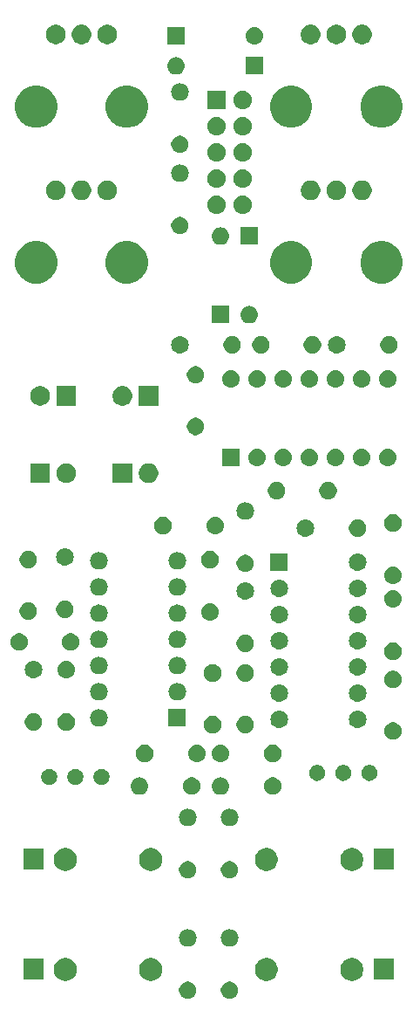
<source format=gbr>
G04 #@! TF.GenerationSoftware,KiCad,Pcbnew,(5.1.0)-1*
G04 #@! TF.CreationDate,2019-04-24T00:35:03-04:00*
G04 #@! TF.ProjectId,lfo,6c666f2e-6b69-4636-9164-5f7063625858,rev?*
G04 #@! TF.SameCoordinates,Original*
G04 #@! TF.FileFunction,Soldermask,Bot*
G04 #@! TF.FilePolarity,Negative*
%FSLAX46Y46*%
G04 Gerber Fmt 4.6, Leading zero omitted, Abs format (unit mm)*
G04 Created by KiCad (PCBNEW (5.1.0)-1) date 2019-04-24 00:35:03*
%MOMM*%
%LPD*%
G04 APERTURE LIST*
%ADD10C,0.100000*%
G04 APERTURE END LIST*
D10*
G36*
X225292228Y-132023703D02*
G01*
X225447100Y-132087853D01*
X225586481Y-132180985D01*
X225705015Y-132299519D01*
X225798147Y-132438900D01*
X225862297Y-132593772D01*
X225895000Y-132758184D01*
X225895000Y-132925816D01*
X225862297Y-133090228D01*
X225798147Y-133245100D01*
X225705015Y-133384481D01*
X225586481Y-133503015D01*
X225447100Y-133596147D01*
X225292228Y-133660297D01*
X225127816Y-133693000D01*
X224960184Y-133693000D01*
X224795772Y-133660297D01*
X224640900Y-133596147D01*
X224501519Y-133503015D01*
X224382985Y-133384481D01*
X224289853Y-133245100D01*
X224225703Y-133090228D01*
X224193000Y-132925816D01*
X224193000Y-132758184D01*
X224225703Y-132593772D01*
X224289853Y-132438900D01*
X224382985Y-132299519D01*
X224501519Y-132180985D01*
X224640900Y-132087853D01*
X224795772Y-132023703D01*
X224960184Y-131991000D01*
X225127816Y-131991000D01*
X225292228Y-132023703D01*
X225292228Y-132023703D01*
G37*
G36*
X221228228Y-132023703D02*
G01*
X221383100Y-132087853D01*
X221522481Y-132180985D01*
X221641015Y-132299519D01*
X221734147Y-132438900D01*
X221798297Y-132593772D01*
X221831000Y-132758184D01*
X221831000Y-132925816D01*
X221798297Y-133090228D01*
X221734147Y-133245100D01*
X221641015Y-133384481D01*
X221522481Y-133503015D01*
X221383100Y-133596147D01*
X221228228Y-133660297D01*
X221063816Y-133693000D01*
X220896184Y-133693000D01*
X220731772Y-133660297D01*
X220576900Y-133596147D01*
X220437519Y-133503015D01*
X220318985Y-133384481D01*
X220225853Y-133245100D01*
X220161703Y-133090228D01*
X220129000Y-132925816D01*
X220129000Y-132758184D01*
X220161703Y-132593772D01*
X220225853Y-132438900D01*
X220318985Y-132299519D01*
X220437519Y-132180985D01*
X220576900Y-132087853D01*
X220731772Y-132023703D01*
X220896184Y-131991000D01*
X221063816Y-131991000D01*
X221228228Y-132023703D01*
X221228228Y-132023703D01*
G37*
G36*
X217647655Y-129722591D02*
G01*
X217719525Y-129736887D01*
X217922624Y-129821013D01*
X218105409Y-129943146D01*
X218260854Y-130098591D01*
X218382987Y-130281376D01*
X218467113Y-130484475D01*
X218510000Y-130700084D01*
X218510000Y-130919916D01*
X218467113Y-131135525D01*
X218382987Y-131338624D01*
X218260854Y-131521409D01*
X218105409Y-131676854D01*
X217922624Y-131798987D01*
X217719525Y-131883113D01*
X217647655Y-131897409D01*
X217503918Y-131926000D01*
X217284082Y-131926000D01*
X217140345Y-131897409D01*
X217068475Y-131883113D01*
X216865376Y-131798987D01*
X216682591Y-131676854D01*
X216527146Y-131521409D01*
X216405013Y-131338624D01*
X216320887Y-131135525D01*
X216278000Y-130919916D01*
X216278000Y-130700084D01*
X216320887Y-130484475D01*
X216405013Y-130281376D01*
X216527146Y-130098591D01*
X216682591Y-129943146D01*
X216865376Y-129821013D01*
X217068475Y-129736887D01*
X217140345Y-129722591D01*
X217284082Y-129694000D01*
X217503918Y-129694000D01*
X217647655Y-129722591D01*
X217647655Y-129722591D01*
G37*
G36*
X209347655Y-129722591D02*
G01*
X209419525Y-129736887D01*
X209622624Y-129821013D01*
X209805409Y-129943146D01*
X209960854Y-130098591D01*
X210082987Y-130281376D01*
X210167113Y-130484475D01*
X210210000Y-130700084D01*
X210210000Y-130919916D01*
X210167113Y-131135525D01*
X210082987Y-131338624D01*
X209960854Y-131521409D01*
X209805409Y-131676854D01*
X209622624Y-131798987D01*
X209419525Y-131883113D01*
X209347655Y-131897409D01*
X209203918Y-131926000D01*
X208984082Y-131926000D01*
X208840345Y-131897409D01*
X208768475Y-131883113D01*
X208565376Y-131798987D01*
X208382591Y-131676854D01*
X208227146Y-131521409D01*
X208105013Y-131338624D01*
X208020887Y-131135525D01*
X207978000Y-130919916D01*
X207978000Y-130700084D01*
X208020887Y-130484475D01*
X208105013Y-130281376D01*
X208227146Y-130098591D01*
X208382591Y-129943146D01*
X208565376Y-129821013D01*
X208768475Y-129736887D01*
X208840345Y-129722591D01*
X208984082Y-129694000D01*
X209203918Y-129694000D01*
X209347655Y-129722591D01*
X209347655Y-129722591D01*
G37*
G36*
X228883655Y-129722591D02*
G01*
X228955525Y-129736887D01*
X229158624Y-129821013D01*
X229341409Y-129943146D01*
X229496854Y-130098591D01*
X229618987Y-130281376D01*
X229703113Y-130484475D01*
X229746000Y-130700084D01*
X229746000Y-130919916D01*
X229703113Y-131135525D01*
X229618987Y-131338624D01*
X229496854Y-131521409D01*
X229341409Y-131676854D01*
X229158624Y-131798987D01*
X228955525Y-131883113D01*
X228883655Y-131897409D01*
X228739918Y-131926000D01*
X228520082Y-131926000D01*
X228376345Y-131897409D01*
X228304475Y-131883113D01*
X228101376Y-131798987D01*
X227918591Y-131676854D01*
X227763146Y-131521409D01*
X227641013Y-131338624D01*
X227556887Y-131135525D01*
X227514000Y-130919916D01*
X227514000Y-130700084D01*
X227556887Y-130484475D01*
X227641013Y-130281376D01*
X227763146Y-130098591D01*
X227918591Y-129943146D01*
X228101376Y-129821013D01*
X228304475Y-129736887D01*
X228376345Y-129722591D01*
X228520082Y-129694000D01*
X228739918Y-129694000D01*
X228883655Y-129722591D01*
X228883655Y-129722591D01*
G37*
G36*
X237183655Y-129722591D02*
G01*
X237255525Y-129736887D01*
X237458624Y-129821013D01*
X237641409Y-129943146D01*
X237796854Y-130098591D01*
X237918987Y-130281376D01*
X238003113Y-130484475D01*
X238046000Y-130700084D01*
X238046000Y-130919916D01*
X238003113Y-131135525D01*
X237918987Y-131338624D01*
X237796854Y-131521409D01*
X237641409Y-131676854D01*
X237458624Y-131798987D01*
X237255525Y-131883113D01*
X237183655Y-131897409D01*
X237039918Y-131926000D01*
X236820082Y-131926000D01*
X236676345Y-131897409D01*
X236604475Y-131883113D01*
X236401376Y-131798987D01*
X236218591Y-131676854D01*
X236063146Y-131521409D01*
X235941013Y-131338624D01*
X235856887Y-131135525D01*
X235814000Y-130919916D01*
X235814000Y-130700084D01*
X235856887Y-130484475D01*
X235941013Y-130281376D01*
X236063146Y-130098591D01*
X236218591Y-129943146D01*
X236401376Y-129821013D01*
X236604475Y-129736887D01*
X236676345Y-129722591D01*
X236820082Y-129694000D01*
X237039918Y-129694000D01*
X237183655Y-129722591D01*
X237183655Y-129722591D01*
G37*
G36*
X240996000Y-131826000D02*
G01*
X239064000Y-131826000D01*
X239064000Y-129794000D01*
X240996000Y-129794000D01*
X240996000Y-131826000D01*
X240996000Y-131826000D01*
G37*
G36*
X206960000Y-131826000D02*
G01*
X205028000Y-131826000D01*
X205028000Y-129794000D01*
X206960000Y-129794000D01*
X206960000Y-131826000D01*
X206960000Y-131826000D01*
G37*
G36*
X221146823Y-126923313D02*
G01*
X221307242Y-126971976D01*
X221439906Y-127042886D01*
X221455078Y-127050996D01*
X221584659Y-127157341D01*
X221691004Y-127286922D01*
X221691005Y-127286924D01*
X221770024Y-127434758D01*
X221818687Y-127595177D01*
X221835117Y-127762000D01*
X221818687Y-127928823D01*
X221770024Y-128089242D01*
X221699114Y-128221906D01*
X221691004Y-128237078D01*
X221584659Y-128366659D01*
X221455078Y-128473004D01*
X221455076Y-128473005D01*
X221307242Y-128552024D01*
X221146823Y-128600687D01*
X221021804Y-128613000D01*
X220938196Y-128613000D01*
X220813177Y-128600687D01*
X220652758Y-128552024D01*
X220504924Y-128473005D01*
X220504922Y-128473004D01*
X220375341Y-128366659D01*
X220268996Y-128237078D01*
X220260886Y-128221906D01*
X220189976Y-128089242D01*
X220141313Y-127928823D01*
X220124883Y-127762000D01*
X220141313Y-127595177D01*
X220189976Y-127434758D01*
X220268995Y-127286924D01*
X220268996Y-127286922D01*
X220375341Y-127157341D01*
X220504922Y-127050996D01*
X220520094Y-127042886D01*
X220652758Y-126971976D01*
X220813177Y-126923313D01*
X220938196Y-126911000D01*
X221021804Y-126911000D01*
X221146823Y-126923313D01*
X221146823Y-126923313D01*
G37*
G36*
X225210823Y-126923313D02*
G01*
X225371242Y-126971976D01*
X225503906Y-127042886D01*
X225519078Y-127050996D01*
X225648659Y-127157341D01*
X225755004Y-127286922D01*
X225755005Y-127286924D01*
X225834024Y-127434758D01*
X225882687Y-127595177D01*
X225899117Y-127762000D01*
X225882687Y-127928823D01*
X225834024Y-128089242D01*
X225763114Y-128221906D01*
X225755004Y-128237078D01*
X225648659Y-128366659D01*
X225519078Y-128473004D01*
X225519076Y-128473005D01*
X225371242Y-128552024D01*
X225210823Y-128600687D01*
X225085804Y-128613000D01*
X225002196Y-128613000D01*
X224877177Y-128600687D01*
X224716758Y-128552024D01*
X224568924Y-128473005D01*
X224568922Y-128473004D01*
X224439341Y-128366659D01*
X224332996Y-128237078D01*
X224324886Y-128221906D01*
X224253976Y-128089242D01*
X224205313Y-127928823D01*
X224188883Y-127762000D01*
X224205313Y-127595177D01*
X224253976Y-127434758D01*
X224332995Y-127286924D01*
X224332996Y-127286922D01*
X224439341Y-127157341D01*
X224568922Y-127050996D01*
X224584094Y-127042886D01*
X224716758Y-126971976D01*
X224877177Y-126923313D01*
X225002196Y-126911000D01*
X225085804Y-126911000D01*
X225210823Y-126923313D01*
X225210823Y-126923313D01*
G37*
G36*
X221228228Y-120339703D02*
G01*
X221383100Y-120403853D01*
X221522481Y-120496985D01*
X221641015Y-120615519D01*
X221734147Y-120754900D01*
X221798297Y-120909772D01*
X221831000Y-121074184D01*
X221831000Y-121241816D01*
X221798297Y-121406228D01*
X221734147Y-121561100D01*
X221641015Y-121700481D01*
X221522481Y-121819015D01*
X221383100Y-121912147D01*
X221228228Y-121976297D01*
X221063816Y-122009000D01*
X220896184Y-122009000D01*
X220731772Y-121976297D01*
X220576900Y-121912147D01*
X220437519Y-121819015D01*
X220318985Y-121700481D01*
X220225853Y-121561100D01*
X220161703Y-121406228D01*
X220129000Y-121241816D01*
X220129000Y-121074184D01*
X220161703Y-120909772D01*
X220225853Y-120754900D01*
X220318985Y-120615519D01*
X220437519Y-120496985D01*
X220576900Y-120403853D01*
X220731772Y-120339703D01*
X220896184Y-120307000D01*
X221063816Y-120307000D01*
X221228228Y-120339703D01*
X221228228Y-120339703D01*
G37*
G36*
X225292228Y-120339703D02*
G01*
X225447100Y-120403853D01*
X225586481Y-120496985D01*
X225705015Y-120615519D01*
X225798147Y-120754900D01*
X225862297Y-120909772D01*
X225895000Y-121074184D01*
X225895000Y-121241816D01*
X225862297Y-121406228D01*
X225798147Y-121561100D01*
X225705015Y-121700481D01*
X225586481Y-121819015D01*
X225447100Y-121912147D01*
X225292228Y-121976297D01*
X225127816Y-122009000D01*
X224960184Y-122009000D01*
X224795772Y-121976297D01*
X224640900Y-121912147D01*
X224501519Y-121819015D01*
X224382985Y-121700481D01*
X224289853Y-121561100D01*
X224225703Y-121406228D01*
X224193000Y-121241816D01*
X224193000Y-121074184D01*
X224225703Y-120909772D01*
X224289853Y-120754900D01*
X224382985Y-120615519D01*
X224501519Y-120496985D01*
X224640900Y-120403853D01*
X224795772Y-120339703D01*
X224960184Y-120307000D01*
X225127816Y-120307000D01*
X225292228Y-120339703D01*
X225292228Y-120339703D01*
G37*
G36*
X228883655Y-119054591D02*
G01*
X228955525Y-119068887D01*
X229158624Y-119153013D01*
X229341409Y-119275146D01*
X229496854Y-119430591D01*
X229618987Y-119613376D01*
X229703113Y-119816475D01*
X229746000Y-120032084D01*
X229746000Y-120251916D01*
X229703113Y-120467525D01*
X229618987Y-120670624D01*
X229496854Y-120853409D01*
X229341409Y-121008854D01*
X229158624Y-121130987D01*
X228955525Y-121215113D01*
X228883655Y-121229409D01*
X228739918Y-121258000D01*
X228520082Y-121258000D01*
X228376345Y-121229409D01*
X228304475Y-121215113D01*
X228101376Y-121130987D01*
X227918591Y-121008854D01*
X227763146Y-120853409D01*
X227641013Y-120670624D01*
X227556887Y-120467525D01*
X227514000Y-120251916D01*
X227514000Y-120032084D01*
X227556887Y-119816475D01*
X227641013Y-119613376D01*
X227763146Y-119430591D01*
X227918591Y-119275146D01*
X228101376Y-119153013D01*
X228304475Y-119068887D01*
X228376345Y-119054591D01*
X228520082Y-119026000D01*
X228739918Y-119026000D01*
X228883655Y-119054591D01*
X228883655Y-119054591D01*
G37*
G36*
X209347655Y-119054591D02*
G01*
X209419525Y-119068887D01*
X209622624Y-119153013D01*
X209805409Y-119275146D01*
X209960854Y-119430591D01*
X210082987Y-119613376D01*
X210167113Y-119816475D01*
X210210000Y-120032084D01*
X210210000Y-120251916D01*
X210167113Y-120467525D01*
X210082987Y-120670624D01*
X209960854Y-120853409D01*
X209805409Y-121008854D01*
X209622624Y-121130987D01*
X209419525Y-121215113D01*
X209347655Y-121229409D01*
X209203918Y-121258000D01*
X208984082Y-121258000D01*
X208840345Y-121229409D01*
X208768475Y-121215113D01*
X208565376Y-121130987D01*
X208382591Y-121008854D01*
X208227146Y-120853409D01*
X208105013Y-120670624D01*
X208020887Y-120467525D01*
X207978000Y-120251916D01*
X207978000Y-120032084D01*
X208020887Y-119816475D01*
X208105013Y-119613376D01*
X208227146Y-119430591D01*
X208382591Y-119275146D01*
X208565376Y-119153013D01*
X208768475Y-119068887D01*
X208840345Y-119054591D01*
X208984082Y-119026000D01*
X209203918Y-119026000D01*
X209347655Y-119054591D01*
X209347655Y-119054591D01*
G37*
G36*
X217647655Y-119054591D02*
G01*
X217719525Y-119068887D01*
X217922624Y-119153013D01*
X218105409Y-119275146D01*
X218260854Y-119430591D01*
X218382987Y-119613376D01*
X218467113Y-119816475D01*
X218510000Y-120032084D01*
X218510000Y-120251916D01*
X218467113Y-120467525D01*
X218382987Y-120670624D01*
X218260854Y-120853409D01*
X218105409Y-121008854D01*
X217922624Y-121130987D01*
X217719525Y-121215113D01*
X217647655Y-121229409D01*
X217503918Y-121258000D01*
X217284082Y-121258000D01*
X217140345Y-121229409D01*
X217068475Y-121215113D01*
X216865376Y-121130987D01*
X216682591Y-121008854D01*
X216527146Y-120853409D01*
X216405013Y-120670624D01*
X216320887Y-120467525D01*
X216278000Y-120251916D01*
X216278000Y-120032084D01*
X216320887Y-119816475D01*
X216405013Y-119613376D01*
X216527146Y-119430591D01*
X216682591Y-119275146D01*
X216865376Y-119153013D01*
X217068475Y-119068887D01*
X217140345Y-119054591D01*
X217284082Y-119026000D01*
X217503918Y-119026000D01*
X217647655Y-119054591D01*
X217647655Y-119054591D01*
G37*
G36*
X237183655Y-119054591D02*
G01*
X237255525Y-119068887D01*
X237458624Y-119153013D01*
X237641409Y-119275146D01*
X237796854Y-119430591D01*
X237918987Y-119613376D01*
X238003113Y-119816475D01*
X238046000Y-120032084D01*
X238046000Y-120251916D01*
X238003113Y-120467525D01*
X237918987Y-120670624D01*
X237796854Y-120853409D01*
X237641409Y-121008854D01*
X237458624Y-121130987D01*
X237255525Y-121215113D01*
X237183655Y-121229409D01*
X237039918Y-121258000D01*
X236820082Y-121258000D01*
X236676345Y-121229409D01*
X236604475Y-121215113D01*
X236401376Y-121130987D01*
X236218591Y-121008854D01*
X236063146Y-120853409D01*
X235941013Y-120670624D01*
X235856887Y-120467525D01*
X235814000Y-120251916D01*
X235814000Y-120032084D01*
X235856887Y-119816475D01*
X235941013Y-119613376D01*
X236063146Y-119430591D01*
X236218591Y-119275146D01*
X236401376Y-119153013D01*
X236604475Y-119068887D01*
X236676345Y-119054591D01*
X236820082Y-119026000D01*
X237039918Y-119026000D01*
X237183655Y-119054591D01*
X237183655Y-119054591D01*
G37*
G36*
X206960000Y-121158000D02*
G01*
X205028000Y-121158000D01*
X205028000Y-119126000D01*
X206960000Y-119126000D01*
X206960000Y-121158000D01*
X206960000Y-121158000D01*
G37*
G36*
X240996000Y-121158000D02*
G01*
X239064000Y-121158000D01*
X239064000Y-119126000D01*
X240996000Y-119126000D01*
X240996000Y-121158000D01*
X240996000Y-121158000D01*
G37*
G36*
X225210823Y-115239313D02*
G01*
X225371242Y-115287976D01*
X225503906Y-115358886D01*
X225519078Y-115366996D01*
X225648659Y-115473341D01*
X225755004Y-115602922D01*
X225755005Y-115602924D01*
X225834024Y-115750758D01*
X225882687Y-115911177D01*
X225899117Y-116078000D01*
X225882687Y-116244823D01*
X225834024Y-116405242D01*
X225763114Y-116537906D01*
X225755004Y-116553078D01*
X225648659Y-116682659D01*
X225519078Y-116789004D01*
X225519076Y-116789005D01*
X225371242Y-116868024D01*
X225210823Y-116916687D01*
X225085804Y-116929000D01*
X225002196Y-116929000D01*
X224877177Y-116916687D01*
X224716758Y-116868024D01*
X224568924Y-116789005D01*
X224568922Y-116789004D01*
X224439341Y-116682659D01*
X224332996Y-116553078D01*
X224324886Y-116537906D01*
X224253976Y-116405242D01*
X224205313Y-116244823D01*
X224188883Y-116078000D01*
X224205313Y-115911177D01*
X224253976Y-115750758D01*
X224332995Y-115602924D01*
X224332996Y-115602922D01*
X224439341Y-115473341D01*
X224568922Y-115366996D01*
X224584094Y-115358886D01*
X224716758Y-115287976D01*
X224877177Y-115239313D01*
X225002196Y-115227000D01*
X225085804Y-115227000D01*
X225210823Y-115239313D01*
X225210823Y-115239313D01*
G37*
G36*
X221146823Y-115239313D02*
G01*
X221307242Y-115287976D01*
X221439906Y-115358886D01*
X221455078Y-115366996D01*
X221584659Y-115473341D01*
X221691004Y-115602922D01*
X221691005Y-115602924D01*
X221770024Y-115750758D01*
X221818687Y-115911177D01*
X221835117Y-116078000D01*
X221818687Y-116244823D01*
X221770024Y-116405242D01*
X221699114Y-116537906D01*
X221691004Y-116553078D01*
X221584659Y-116682659D01*
X221455078Y-116789004D01*
X221455076Y-116789005D01*
X221307242Y-116868024D01*
X221146823Y-116916687D01*
X221021804Y-116929000D01*
X220938196Y-116929000D01*
X220813177Y-116916687D01*
X220652758Y-116868024D01*
X220504924Y-116789005D01*
X220504922Y-116789004D01*
X220375341Y-116682659D01*
X220268996Y-116553078D01*
X220260886Y-116537906D01*
X220189976Y-116405242D01*
X220141313Y-116244823D01*
X220124883Y-116078000D01*
X220141313Y-115911177D01*
X220189976Y-115750758D01*
X220268995Y-115602924D01*
X220268996Y-115602922D01*
X220375341Y-115473341D01*
X220504922Y-115366996D01*
X220520094Y-115358886D01*
X220652758Y-115287976D01*
X220813177Y-115239313D01*
X220938196Y-115227000D01*
X221021804Y-115227000D01*
X221146823Y-115239313D01*
X221146823Y-115239313D01*
G37*
G36*
X221609228Y-112211703D02*
G01*
X221764100Y-112275853D01*
X221903481Y-112368985D01*
X222022015Y-112487519D01*
X222115147Y-112626900D01*
X222179297Y-112781772D01*
X222212000Y-112946184D01*
X222212000Y-113113816D01*
X222179297Y-113278228D01*
X222115147Y-113433100D01*
X222022015Y-113572481D01*
X221903481Y-113691015D01*
X221764100Y-113784147D01*
X221609228Y-113848297D01*
X221444816Y-113881000D01*
X221277184Y-113881000D01*
X221112772Y-113848297D01*
X220957900Y-113784147D01*
X220818519Y-113691015D01*
X220699985Y-113572481D01*
X220606853Y-113433100D01*
X220542703Y-113278228D01*
X220510000Y-113113816D01*
X220510000Y-112946184D01*
X220542703Y-112781772D01*
X220606853Y-112626900D01*
X220699985Y-112487519D01*
X220818519Y-112368985D01*
X220957900Y-112275853D01*
X221112772Y-112211703D01*
X221277184Y-112179000D01*
X221444816Y-112179000D01*
X221609228Y-112211703D01*
X221609228Y-112211703D01*
G37*
G36*
X216447823Y-112191313D02*
G01*
X216608242Y-112239976D01*
X216675361Y-112275852D01*
X216756078Y-112318996D01*
X216885659Y-112425341D01*
X216992004Y-112554922D01*
X216992005Y-112554924D01*
X217071024Y-112702758D01*
X217119687Y-112863177D01*
X217136117Y-113030000D01*
X217119687Y-113196823D01*
X217071024Y-113357242D01*
X217030477Y-113433100D01*
X216992004Y-113505078D01*
X216885659Y-113634659D01*
X216756078Y-113741004D01*
X216756076Y-113741005D01*
X216608242Y-113820024D01*
X216447823Y-113868687D01*
X216322804Y-113881000D01*
X216239196Y-113881000D01*
X216114177Y-113868687D01*
X215953758Y-113820024D01*
X215805924Y-113741005D01*
X215805922Y-113741004D01*
X215676341Y-113634659D01*
X215569996Y-113505078D01*
X215531523Y-113433100D01*
X215490976Y-113357242D01*
X215442313Y-113196823D01*
X215425883Y-113030000D01*
X215442313Y-112863177D01*
X215490976Y-112702758D01*
X215569995Y-112554924D01*
X215569996Y-112554922D01*
X215676341Y-112425341D01*
X215805922Y-112318996D01*
X215886639Y-112275852D01*
X215953758Y-112239976D01*
X216114177Y-112191313D01*
X216239196Y-112179000D01*
X216322804Y-112179000D01*
X216447823Y-112191313D01*
X216447823Y-112191313D01*
G37*
G36*
X229483228Y-112211703D02*
G01*
X229638100Y-112275853D01*
X229777481Y-112368985D01*
X229896015Y-112487519D01*
X229989147Y-112626900D01*
X230053297Y-112781772D01*
X230086000Y-112946184D01*
X230086000Y-113113816D01*
X230053297Y-113278228D01*
X229989147Y-113433100D01*
X229896015Y-113572481D01*
X229777481Y-113691015D01*
X229638100Y-113784147D01*
X229483228Y-113848297D01*
X229318816Y-113881000D01*
X229151184Y-113881000D01*
X228986772Y-113848297D01*
X228831900Y-113784147D01*
X228692519Y-113691015D01*
X228573985Y-113572481D01*
X228480853Y-113433100D01*
X228416703Y-113278228D01*
X228384000Y-113113816D01*
X228384000Y-112946184D01*
X228416703Y-112781772D01*
X228480853Y-112626900D01*
X228573985Y-112487519D01*
X228692519Y-112368985D01*
X228831900Y-112275853D01*
X228986772Y-112211703D01*
X229151184Y-112179000D01*
X229318816Y-112179000D01*
X229483228Y-112211703D01*
X229483228Y-112211703D01*
G37*
G36*
X224321823Y-112191313D02*
G01*
X224482242Y-112239976D01*
X224549361Y-112275852D01*
X224630078Y-112318996D01*
X224759659Y-112425341D01*
X224866004Y-112554922D01*
X224866005Y-112554924D01*
X224945024Y-112702758D01*
X224993687Y-112863177D01*
X225010117Y-113030000D01*
X224993687Y-113196823D01*
X224945024Y-113357242D01*
X224904477Y-113433100D01*
X224866004Y-113505078D01*
X224759659Y-113634659D01*
X224630078Y-113741004D01*
X224630076Y-113741005D01*
X224482242Y-113820024D01*
X224321823Y-113868687D01*
X224196804Y-113881000D01*
X224113196Y-113881000D01*
X223988177Y-113868687D01*
X223827758Y-113820024D01*
X223679924Y-113741005D01*
X223679922Y-113741004D01*
X223550341Y-113634659D01*
X223443996Y-113505078D01*
X223405523Y-113433100D01*
X223364976Y-113357242D01*
X223316313Y-113196823D01*
X223299883Y-113030000D01*
X223316313Y-112863177D01*
X223364976Y-112702758D01*
X223443995Y-112554924D01*
X223443996Y-112554922D01*
X223550341Y-112425341D01*
X223679922Y-112318996D01*
X223760639Y-112275852D01*
X223827758Y-112239976D01*
X223988177Y-112191313D01*
X224113196Y-112179000D01*
X224196804Y-112179000D01*
X224321823Y-112191313D01*
X224321823Y-112191313D01*
G37*
G36*
X212723589Y-111379876D02*
G01*
X212822893Y-111399629D01*
X212963206Y-111457748D01*
X213089484Y-111542125D01*
X213196875Y-111649516D01*
X213281252Y-111775794D01*
X213339371Y-111916107D01*
X213339371Y-111916109D01*
X213369000Y-112065062D01*
X213369000Y-112216938D01*
X213364417Y-112239976D01*
X213339371Y-112365893D01*
X213281252Y-112506206D01*
X213196875Y-112632484D01*
X213089484Y-112739875D01*
X212963206Y-112824252D01*
X212822893Y-112882371D01*
X212723589Y-112902124D01*
X212673938Y-112912000D01*
X212522062Y-112912000D01*
X212472411Y-112902124D01*
X212373107Y-112882371D01*
X212232794Y-112824252D01*
X212106516Y-112739875D01*
X211999125Y-112632484D01*
X211914748Y-112506206D01*
X211856629Y-112365893D01*
X211831583Y-112239976D01*
X211827000Y-112216938D01*
X211827000Y-112065062D01*
X211856629Y-111916109D01*
X211856629Y-111916107D01*
X211914748Y-111775794D01*
X211999125Y-111649516D01*
X212106516Y-111542125D01*
X212232794Y-111457748D01*
X212373107Y-111399629D01*
X212472411Y-111379876D01*
X212522062Y-111370000D01*
X212673938Y-111370000D01*
X212723589Y-111379876D01*
X212723589Y-111379876D01*
G37*
G36*
X207643589Y-111379876D02*
G01*
X207742893Y-111399629D01*
X207883206Y-111457748D01*
X208009484Y-111542125D01*
X208116875Y-111649516D01*
X208201252Y-111775794D01*
X208259371Y-111916107D01*
X208259371Y-111916109D01*
X208289000Y-112065062D01*
X208289000Y-112216938D01*
X208284417Y-112239976D01*
X208259371Y-112365893D01*
X208201252Y-112506206D01*
X208116875Y-112632484D01*
X208009484Y-112739875D01*
X207883206Y-112824252D01*
X207742893Y-112882371D01*
X207643589Y-112902124D01*
X207593938Y-112912000D01*
X207442062Y-112912000D01*
X207392411Y-112902124D01*
X207293107Y-112882371D01*
X207152794Y-112824252D01*
X207026516Y-112739875D01*
X206919125Y-112632484D01*
X206834748Y-112506206D01*
X206776629Y-112365893D01*
X206751583Y-112239976D01*
X206747000Y-112216938D01*
X206747000Y-112065062D01*
X206776629Y-111916109D01*
X206776629Y-111916107D01*
X206834748Y-111775794D01*
X206919125Y-111649516D01*
X207026516Y-111542125D01*
X207152794Y-111457748D01*
X207293107Y-111399629D01*
X207392411Y-111379876D01*
X207442062Y-111370000D01*
X207593938Y-111370000D01*
X207643589Y-111379876D01*
X207643589Y-111379876D01*
G37*
G36*
X210183589Y-111379876D02*
G01*
X210282893Y-111399629D01*
X210423206Y-111457748D01*
X210549484Y-111542125D01*
X210656875Y-111649516D01*
X210741252Y-111775794D01*
X210799371Y-111916107D01*
X210799371Y-111916109D01*
X210829000Y-112065062D01*
X210829000Y-112216938D01*
X210824417Y-112239976D01*
X210799371Y-112365893D01*
X210741252Y-112506206D01*
X210656875Y-112632484D01*
X210549484Y-112739875D01*
X210423206Y-112824252D01*
X210282893Y-112882371D01*
X210183589Y-112902124D01*
X210133938Y-112912000D01*
X209982062Y-112912000D01*
X209932411Y-112902124D01*
X209833107Y-112882371D01*
X209692794Y-112824252D01*
X209566516Y-112739875D01*
X209459125Y-112632484D01*
X209374748Y-112506206D01*
X209316629Y-112365893D01*
X209291583Y-112239976D01*
X209287000Y-112216938D01*
X209287000Y-112065062D01*
X209316629Y-111916109D01*
X209316629Y-111916107D01*
X209374748Y-111775794D01*
X209459125Y-111649516D01*
X209566516Y-111542125D01*
X209692794Y-111457748D01*
X209833107Y-111399629D01*
X209932411Y-111379876D01*
X209982062Y-111370000D01*
X210133938Y-111370000D01*
X210183589Y-111379876D01*
X210183589Y-111379876D01*
G37*
G36*
X238758589Y-110998876D02*
G01*
X238857893Y-111018629D01*
X238998206Y-111076748D01*
X239124484Y-111161125D01*
X239231875Y-111268516D01*
X239316252Y-111394794D01*
X239374371Y-111535107D01*
X239404000Y-111684063D01*
X239404000Y-111835937D01*
X239374371Y-111984893D01*
X239316252Y-112125206D01*
X239231875Y-112251484D01*
X239124484Y-112358875D01*
X238998206Y-112443252D01*
X238857893Y-112501371D01*
X238758589Y-112521124D01*
X238708938Y-112531000D01*
X238557062Y-112531000D01*
X238507411Y-112521124D01*
X238408107Y-112501371D01*
X238267794Y-112443252D01*
X238141516Y-112358875D01*
X238034125Y-112251484D01*
X237949748Y-112125206D01*
X237891629Y-111984893D01*
X237862000Y-111835937D01*
X237862000Y-111684063D01*
X237891629Y-111535107D01*
X237949748Y-111394794D01*
X238034125Y-111268516D01*
X238141516Y-111161125D01*
X238267794Y-111076748D01*
X238408107Y-111018629D01*
X238507411Y-110998876D01*
X238557062Y-110989000D01*
X238708938Y-110989000D01*
X238758589Y-110998876D01*
X238758589Y-110998876D01*
G37*
G36*
X233678589Y-110998876D02*
G01*
X233777893Y-111018629D01*
X233918206Y-111076748D01*
X234044484Y-111161125D01*
X234151875Y-111268516D01*
X234236252Y-111394794D01*
X234294371Y-111535107D01*
X234324000Y-111684063D01*
X234324000Y-111835937D01*
X234294371Y-111984893D01*
X234236252Y-112125206D01*
X234151875Y-112251484D01*
X234044484Y-112358875D01*
X233918206Y-112443252D01*
X233777893Y-112501371D01*
X233678589Y-112521124D01*
X233628938Y-112531000D01*
X233477062Y-112531000D01*
X233427411Y-112521124D01*
X233328107Y-112501371D01*
X233187794Y-112443252D01*
X233061516Y-112358875D01*
X232954125Y-112251484D01*
X232869748Y-112125206D01*
X232811629Y-111984893D01*
X232782000Y-111835937D01*
X232782000Y-111684063D01*
X232811629Y-111535107D01*
X232869748Y-111394794D01*
X232954125Y-111268516D01*
X233061516Y-111161125D01*
X233187794Y-111076748D01*
X233328107Y-111018629D01*
X233427411Y-110998876D01*
X233477062Y-110989000D01*
X233628938Y-110989000D01*
X233678589Y-110998876D01*
X233678589Y-110998876D01*
G37*
G36*
X236218589Y-110998876D02*
G01*
X236317893Y-111018629D01*
X236458206Y-111076748D01*
X236584484Y-111161125D01*
X236691875Y-111268516D01*
X236776252Y-111394794D01*
X236834371Y-111535107D01*
X236864000Y-111684063D01*
X236864000Y-111835937D01*
X236834371Y-111984893D01*
X236776252Y-112125206D01*
X236691875Y-112251484D01*
X236584484Y-112358875D01*
X236458206Y-112443252D01*
X236317893Y-112501371D01*
X236218589Y-112521124D01*
X236168938Y-112531000D01*
X236017062Y-112531000D01*
X235967411Y-112521124D01*
X235868107Y-112501371D01*
X235727794Y-112443252D01*
X235601516Y-112358875D01*
X235494125Y-112251484D01*
X235409748Y-112125206D01*
X235351629Y-111984893D01*
X235322000Y-111835937D01*
X235322000Y-111684063D01*
X235351629Y-111535107D01*
X235409748Y-111394794D01*
X235494125Y-111268516D01*
X235601516Y-111161125D01*
X235727794Y-111076748D01*
X235868107Y-111018629D01*
X235967411Y-110998876D01*
X236017062Y-110989000D01*
X236168938Y-110989000D01*
X236218589Y-110998876D01*
X236218589Y-110998876D01*
G37*
G36*
X229483228Y-109036703D02*
G01*
X229638100Y-109100853D01*
X229777481Y-109193985D01*
X229896015Y-109312519D01*
X229989147Y-109451900D01*
X230053297Y-109606772D01*
X230086000Y-109771184D01*
X230086000Y-109938816D01*
X230053297Y-110103228D01*
X229989147Y-110258100D01*
X229896015Y-110397481D01*
X229777481Y-110516015D01*
X229638100Y-110609147D01*
X229483228Y-110673297D01*
X229318816Y-110706000D01*
X229151184Y-110706000D01*
X228986772Y-110673297D01*
X228831900Y-110609147D01*
X228692519Y-110516015D01*
X228573985Y-110397481D01*
X228480853Y-110258100D01*
X228416703Y-110103228D01*
X228384000Y-109938816D01*
X228384000Y-109771184D01*
X228416703Y-109606772D01*
X228480853Y-109451900D01*
X228573985Y-109312519D01*
X228692519Y-109193985D01*
X228831900Y-109100853D01*
X228986772Y-109036703D01*
X229151184Y-109004000D01*
X229318816Y-109004000D01*
X229483228Y-109036703D01*
X229483228Y-109036703D01*
G37*
G36*
X224321823Y-109016313D02*
G01*
X224482242Y-109064976D01*
X224549361Y-109100852D01*
X224630078Y-109143996D01*
X224759659Y-109250341D01*
X224866004Y-109379922D01*
X224866005Y-109379924D01*
X224945024Y-109527758D01*
X224993687Y-109688177D01*
X225010117Y-109855000D01*
X224993687Y-110021823D01*
X224945024Y-110182242D01*
X224904477Y-110258100D01*
X224866004Y-110330078D01*
X224759659Y-110459659D01*
X224630078Y-110566004D01*
X224630076Y-110566005D01*
X224482242Y-110645024D01*
X224321823Y-110693687D01*
X224196804Y-110706000D01*
X224113196Y-110706000D01*
X223988177Y-110693687D01*
X223827758Y-110645024D01*
X223679924Y-110566005D01*
X223679922Y-110566004D01*
X223550341Y-110459659D01*
X223443996Y-110330078D01*
X223405523Y-110258100D01*
X223364976Y-110182242D01*
X223316313Y-110021823D01*
X223299883Y-109855000D01*
X223316313Y-109688177D01*
X223364976Y-109527758D01*
X223443995Y-109379924D01*
X223443996Y-109379922D01*
X223550341Y-109250341D01*
X223679922Y-109143996D01*
X223760639Y-109100852D01*
X223827758Y-109064976D01*
X223988177Y-109016313D01*
X224113196Y-109004000D01*
X224196804Y-109004000D01*
X224321823Y-109016313D01*
X224321823Y-109016313D01*
G37*
G36*
X222035823Y-109016313D02*
G01*
X222196242Y-109064976D01*
X222263361Y-109100852D01*
X222344078Y-109143996D01*
X222473659Y-109250341D01*
X222580004Y-109379922D01*
X222580005Y-109379924D01*
X222659024Y-109527758D01*
X222707687Y-109688177D01*
X222724117Y-109855000D01*
X222707687Y-110021823D01*
X222659024Y-110182242D01*
X222618477Y-110258100D01*
X222580004Y-110330078D01*
X222473659Y-110459659D01*
X222344078Y-110566004D01*
X222344076Y-110566005D01*
X222196242Y-110645024D01*
X222035823Y-110693687D01*
X221910804Y-110706000D01*
X221827196Y-110706000D01*
X221702177Y-110693687D01*
X221541758Y-110645024D01*
X221393924Y-110566005D01*
X221393922Y-110566004D01*
X221264341Y-110459659D01*
X221157996Y-110330078D01*
X221119523Y-110258100D01*
X221078976Y-110182242D01*
X221030313Y-110021823D01*
X221013883Y-109855000D01*
X221030313Y-109688177D01*
X221078976Y-109527758D01*
X221157995Y-109379924D01*
X221157996Y-109379922D01*
X221264341Y-109250341D01*
X221393922Y-109143996D01*
X221474639Y-109100852D01*
X221541758Y-109064976D01*
X221702177Y-109016313D01*
X221827196Y-109004000D01*
X221910804Y-109004000D01*
X222035823Y-109016313D01*
X222035823Y-109016313D01*
G37*
G36*
X217037228Y-109036703D02*
G01*
X217192100Y-109100853D01*
X217331481Y-109193985D01*
X217450015Y-109312519D01*
X217543147Y-109451900D01*
X217607297Y-109606772D01*
X217640000Y-109771184D01*
X217640000Y-109938816D01*
X217607297Y-110103228D01*
X217543147Y-110258100D01*
X217450015Y-110397481D01*
X217331481Y-110516015D01*
X217192100Y-110609147D01*
X217037228Y-110673297D01*
X216872816Y-110706000D01*
X216705184Y-110706000D01*
X216540772Y-110673297D01*
X216385900Y-110609147D01*
X216246519Y-110516015D01*
X216127985Y-110397481D01*
X216034853Y-110258100D01*
X215970703Y-110103228D01*
X215938000Y-109938816D01*
X215938000Y-109771184D01*
X215970703Y-109606772D01*
X216034853Y-109451900D01*
X216127985Y-109312519D01*
X216246519Y-109193985D01*
X216385900Y-109100853D01*
X216540772Y-109036703D01*
X216705184Y-109004000D01*
X216872816Y-109004000D01*
X217037228Y-109036703D01*
X217037228Y-109036703D01*
G37*
G36*
X241167228Y-106877703D02*
G01*
X241322100Y-106941853D01*
X241461481Y-107034985D01*
X241580015Y-107153519D01*
X241673147Y-107292900D01*
X241737297Y-107447772D01*
X241770000Y-107612184D01*
X241770000Y-107779816D01*
X241737297Y-107944228D01*
X241673147Y-108099100D01*
X241580015Y-108238481D01*
X241461481Y-108357015D01*
X241322100Y-108450147D01*
X241167228Y-108514297D01*
X241002816Y-108547000D01*
X240835184Y-108547000D01*
X240670772Y-108514297D01*
X240515900Y-108450147D01*
X240376519Y-108357015D01*
X240257985Y-108238481D01*
X240164853Y-108099100D01*
X240100703Y-107944228D01*
X240068000Y-107779816D01*
X240068000Y-107612184D01*
X240100703Y-107447772D01*
X240164853Y-107292900D01*
X240257985Y-107153519D01*
X240376519Y-107034985D01*
X240515900Y-106941853D01*
X240670772Y-106877703D01*
X240835184Y-106845000D01*
X241002816Y-106845000D01*
X241167228Y-106877703D01*
X241167228Y-106877703D01*
G37*
G36*
X226816228Y-106242703D02*
G01*
X226971100Y-106306853D01*
X227110481Y-106399985D01*
X227229015Y-106518519D01*
X227322147Y-106657900D01*
X227386297Y-106812772D01*
X227419000Y-106977184D01*
X227419000Y-107144816D01*
X227386297Y-107309228D01*
X227322147Y-107464100D01*
X227229015Y-107603481D01*
X227110481Y-107722015D01*
X226971100Y-107815147D01*
X226816228Y-107879297D01*
X226651816Y-107912000D01*
X226484184Y-107912000D01*
X226319772Y-107879297D01*
X226164900Y-107815147D01*
X226025519Y-107722015D01*
X225906985Y-107603481D01*
X225813853Y-107464100D01*
X225749703Y-107309228D01*
X225717000Y-107144816D01*
X225717000Y-106977184D01*
X225749703Y-106812772D01*
X225813853Y-106657900D01*
X225906985Y-106518519D01*
X226025519Y-106399985D01*
X226164900Y-106306853D01*
X226319772Y-106242703D01*
X226484184Y-106210000D01*
X226651816Y-106210000D01*
X226816228Y-106242703D01*
X226816228Y-106242703D01*
G37*
G36*
X223641228Y-106242703D02*
G01*
X223796100Y-106306853D01*
X223935481Y-106399985D01*
X224054015Y-106518519D01*
X224147147Y-106657900D01*
X224211297Y-106812772D01*
X224244000Y-106977184D01*
X224244000Y-107144816D01*
X224211297Y-107309228D01*
X224147147Y-107464100D01*
X224054015Y-107603481D01*
X223935481Y-107722015D01*
X223796100Y-107815147D01*
X223641228Y-107879297D01*
X223476816Y-107912000D01*
X223309184Y-107912000D01*
X223144772Y-107879297D01*
X222989900Y-107815147D01*
X222850519Y-107722015D01*
X222731985Y-107603481D01*
X222638853Y-107464100D01*
X222574703Y-107309228D01*
X222542000Y-107144816D01*
X222542000Y-106977184D01*
X222574703Y-106812772D01*
X222638853Y-106657900D01*
X222731985Y-106518519D01*
X222850519Y-106399985D01*
X222989900Y-106306853D01*
X223144772Y-106242703D01*
X223309184Y-106210000D01*
X223476816Y-106210000D01*
X223641228Y-106242703D01*
X223641228Y-106242703D01*
G37*
G36*
X206242228Y-105988703D02*
G01*
X206397100Y-106052853D01*
X206536481Y-106145985D01*
X206655015Y-106264519D01*
X206748147Y-106403900D01*
X206812297Y-106558772D01*
X206845000Y-106723184D01*
X206845000Y-106890816D01*
X206812297Y-107055228D01*
X206748147Y-107210100D01*
X206655015Y-107349481D01*
X206536481Y-107468015D01*
X206397100Y-107561147D01*
X206242228Y-107625297D01*
X206077816Y-107658000D01*
X205910184Y-107658000D01*
X205745772Y-107625297D01*
X205590900Y-107561147D01*
X205451519Y-107468015D01*
X205332985Y-107349481D01*
X205239853Y-107210100D01*
X205175703Y-107055228D01*
X205143000Y-106890816D01*
X205143000Y-106723184D01*
X205175703Y-106558772D01*
X205239853Y-106403900D01*
X205332985Y-106264519D01*
X205451519Y-106145985D01*
X205590900Y-106052853D01*
X205745772Y-105988703D01*
X205910184Y-105956000D01*
X206077816Y-105956000D01*
X206242228Y-105988703D01*
X206242228Y-105988703D01*
G37*
G36*
X209417228Y-105988703D02*
G01*
X209572100Y-106052853D01*
X209711481Y-106145985D01*
X209830015Y-106264519D01*
X209923147Y-106403900D01*
X209987297Y-106558772D01*
X210020000Y-106723184D01*
X210020000Y-106890816D01*
X209987297Y-107055228D01*
X209923147Y-107210100D01*
X209830015Y-107349481D01*
X209711481Y-107468015D01*
X209572100Y-107561147D01*
X209417228Y-107625297D01*
X209252816Y-107658000D01*
X209085184Y-107658000D01*
X208920772Y-107625297D01*
X208765900Y-107561147D01*
X208626519Y-107468015D01*
X208507985Y-107349481D01*
X208414853Y-107210100D01*
X208350703Y-107055228D01*
X208318000Y-106890816D01*
X208318000Y-106723184D01*
X208350703Y-106558772D01*
X208414853Y-106403900D01*
X208507985Y-106264519D01*
X208626519Y-106145985D01*
X208765900Y-106052853D01*
X208920772Y-105988703D01*
X209085184Y-105956000D01*
X209252816Y-105956000D01*
X209417228Y-105988703D01*
X209417228Y-105988703D01*
G37*
G36*
X237656823Y-105714313D02*
G01*
X237817242Y-105762976D01*
X237926435Y-105821341D01*
X237965078Y-105841996D01*
X238094659Y-105948341D01*
X238201004Y-106077922D01*
X238201005Y-106077924D01*
X238280024Y-106225758D01*
X238328687Y-106386177D01*
X238345117Y-106553000D01*
X238328687Y-106719823D01*
X238280024Y-106880242D01*
X238247092Y-106941853D01*
X238201004Y-107028078D01*
X238094659Y-107157659D01*
X237965078Y-107264004D01*
X237965076Y-107264005D01*
X237817242Y-107343024D01*
X237656823Y-107391687D01*
X237531804Y-107404000D01*
X237448196Y-107404000D01*
X237323177Y-107391687D01*
X237162758Y-107343024D01*
X237014924Y-107264005D01*
X237014922Y-107264004D01*
X236885341Y-107157659D01*
X236778996Y-107028078D01*
X236732908Y-106941853D01*
X236699976Y-106880242D01*
X236651313Y-106719823D01*
X236634883Y-106553000D01*
X236651313Y-106386177D01*
X236699976Y-106225758D01*
X236778995Y-106077924D01*
X236778996Y-106077922D01*
X236885341Y-105948341D01*
X237014922Y-105841996D01*
X237053565Y-105821341D01*
X237162758Y-105762976D01*
X237323177Y-105714313D01*
X237448196Y-105702000D01*
X237531804Y-105702000D01*
X237656823Y-105714313D01*
X237656823Y-105714313D01*
G37*
G36*
X230036823Y-105714313D02*
G01*
X230197242Y-105762976D01*
X230306435Y-105821341D01*
X230345078Y-105841996D01*
X230474659Y-105948341D01*
X230581004Y-106077922D01*
X230581005Y-106077924D01*
X230660024Y-106225758D01*
X230708687Y-106386177D01*
X230725117Y-106553000D01*
X230708687Y-106719823D01*
X230660024Y-106880242D01*
X230627092Y-106941853D01*
X230581004Y-107028078D01*
X230474659Y-107157659D01*
X230345078Y-107264004D01*
X230345076Y-107264005D01*
X230197242Y-107343024D01*
X230036823Y-107391687D01*
X229911804Y-107404000D01*
X229828196Y-107404000D01*
X229703177Y-107391687D01*
X229542758Y-107343024D01*
X229394924Y-107264005D01*
X229394922Y-107264004D01*
X229265341Y-107157659D01*
X229158996Y-107028078D01*
X229112908Y-106941853D01*
X229079976Y-106880242D01*
X229031313Y-106719823D01*
X229014883Y-106553000D01*
X229031313Y-106386177D01*
X229079976Y-106225758D01*
X229158995Y-106077924D01*
X229158996Y-106077922D01*
X229265341Y-105948341D01*
X229394922Y-105841996D01*
X229433565Y-105821341D01*
X229542758Y-105762976D01*
X229703177Y-105714313D01*
X229828196Y-105702000D01*
X229911804Y-105702000D01*
X230036823Y-105714313D01*
X230036823Y-105714313D01*
G37*
G36*
X220815000Y-107277000D02*
G01*
X219113000Y-107277000D01*
X219113000Y-105575000D01*
X220815000Y-105575000D01*
X220815000Y-107277000D01*
X220815000Y-107277000D01*
G37*
G36*
X212510823Y-105587313D02*
G01*
X212671242Y-105635976D01*
X212794764Y-105702000D01*
X212819078Y-105714996D01*
X212948659Y-105821341D01*
X213055004Y-105950922D01*
X213055005Y-105950924D01*
X213134024Y-106098758D01*
X213182687Y-106259177D01*
X213199117Y-106426000D01*
X213182687Y-106592823D01*
X213134024Y-106753242D01*
X213084978Y-106845000D01*
X213055004Y-106901078D01*
X212948659Y-107030659D01*
X212819078Y-107137004D01*
X212819076Y-107137005D01*
X212671242Y-107216024D01*
X212510823Y-107264687D01*
X212385804Y-107277000D01*
X212302196Y-107277000D01*
X212177177Y-107264687D01*
X212016758Y-107216024D01*
X211868924Y-107137005D01*
X211868922Y-107137004D01*
X211739341Y-107030659D01*
X211632996Y-106901078D01*
X211603022Y-106845000D01*
X211553976Y-106753242D01*
X211505313Y-106592823D01*
X211488883Y-106426000D01*
X211505313Y-106259177D01*
X211553976Y-106098758D01*
X211632995Y-105950924D01*
X211632996Y-105950922D01*
X211739341Y-105821341D01*
X211868922Y-105714996D01*
X211893236Y-105702000D01*
X212016758Y-105635976D01*
X212177177Y-105587313D01*
X212302196Y-105575000D01*
X212385804Y-105575000D01*
X212510823Y-105587313D01*
X212510823Y-105587313D01*
G37*
G36*
X237656823Y-103174313D02*
G01*
X237817242Y-103222976D01*
X237926435Y-103281341D01*
X237965078Y-103301996D01*
X238094659Y-103408341D01*
X238201004Y-103537922D01*
X238201005Y-103537924D01*
X238280024Y-103685758D01*
X238328687Y-103846177D01*
X238345117Y-104013000D01*
X238328687Y-104179823D01*
X238280024Y-104340242D01*
X238209114Y-104472906D01*
X238201004Y-104488078D01*
X238094659Y-104617659D01*
X237965078Y-104724004D01*
X237965076Y-104724005D01*
X237817242Y-104803024D01*
X237656823Y-104851687D01*
X237531804Y-104864000D01*
X237448196Y-104864000D01*
X237323177Y-104851687D01*
X237162758Y-104803024D01*
X237014924Y-104724005D01*
X237014922Y-104724004D01*
X236885341Y-104617659D01*
X236778996Y-104488078D01*
X236770886Y-104472906D01*
X236699976Y-104340242D01*
X236651313Y-104179823D01*
X236634883Y-104013000D01*
X236651313Y-103846177D01*
X236699976Y-103685758D01*
X236778995Y-103537924D01*
X236778996Y-103537922D01*
X236885341Y-103408341D01*
X237014922Y-103301996D01*
X237053565Y-103281341D01*
X237162758Y-103222976D01*
X237323177Y-103174313D01*
X237448196Y-103162000D01*
X237531804Y-103162000D01*
X237656823Y-103174313D01*
X237656823Y-103174313D01*
G37*
G36*
X230036823Y-103174313D02*
G01*
X230197242Y-103222976D01*
X230306435Y-103281341D01*
X230345078Y-103301996D01*
X230474659Y-103408341D01*
X230581004Y-103537922D01*
X230581005Y-103537924D01*
X230660024Y-103685758D01*
X230708687Y-103846177D01*
X230725117Y-104013000D01*
X230708687Y-104179823D01*
X230660024Y-104340242D01*
X230589114Y-104472906D01*
X230581004Y-104488078D01*
X230474659Y-104617659D01*
X230345078Y-104724004D01*
X230345076Y-104724005D01*
X230197242Y-104803024D01*
X230036823Y-104851687D01*
X229911804Y-104864000D01*
X229828196Y-104864000D01*
X229703177Y-104851687D01*
X229542758Y-104803024D01*
X229394924Y-104724005D01*
X229394922Y-104724004D01*
X229265341Y-104617659D01*
X229158996Y-104488078D01*
X229150886Y-104472906D01*
X229079976Y-104340242D01*
X229031313Y-104179823D01*
X229014883Y-104013000D01*
X229031313Y-103846177D01*
X229079976Y-103685758D01*
X229158995Y-103537924D01*
X229158996Y-103537922D01*
X229265341Y-103408341D01*
X229394922Y-103301996D01*
X229433565Y-103281341D01*
X229542758Y-103222976D01*
X229703177Y-103174313D01*
X229828196Y-103162000D01*
X229911804Y-103162000D01*
X230036823Y-103174313D01*
X230036823Y-103174313D01*
G37*
G36*
X220130823Y-103047313D02*
G01*
X220291242Y-103095976D01*
X220414764Y-103162000D01*
X220439078Y-103174996D01*
X220568659Y-103281341D01*
X220675004Y-103410922D01*
X220675005Y-103410924D01*
X220754024Y-103558758D01*
X220802687Y-103719177D01*
X220819117Y-103886000D01*
X220802687Y-104052823D01*
X220754024Y-104213242D01*
X220686143Y-104340239D01*
X220675004Y-104361078D01*
X220568659Y-104490659D01*
X220439078Y-104597004D01*
X220439076Y-104597005D01*
X220291242Y-104676024D01*
X220130823Y-104724687D01*
X220005804Y-104737000D01*
X219922196Y-104737000D01*
X219797177Y-104724687D01*
X219636758Y-104676024D01*
X219488924Y-104597005D01*
X219488922Y-104597004D01*
X219359341Y-104490659D01*
X219252996Y-104361078D01*
X219241857Y-104340239D01*
X219173976Y-104213242D01*
X219125313Y-104052823D01*
X219108883Y-103886000D01*
X219125313Y-103719177D01*
X219173976Y-103558758D01*
X219252995Y-103410924D01*
X219252996Y-103410922D01*
X219359341Y-103281341D01*
X219488922Y-103174996D01*
X219513236Y-103162000D01*
X219636758Y-103095976D01*
X219797177Y-103047313D01*
X219922196Y-103035000D01*
X220005804Y-103035000D01*
X220130823Y-103047313D01*
X220130823Y-103047313D01*
G37*
G36*
X212510823Y-103047313D02*
G01*
X212671242Y-103095976D01*
X212794764Y-103162000D01*
X212819078Y-103174996D01*
X212948659Y-103281341D01*
X213055004Y-103410922D01*
X213055005Y-103410924D01*
X213134024Y-103558758D01*
X213182687Y-103719177D01*
X213199117Y-103886000D01*
X213182687Y-104052823D01*
X213134024Y-104213242D01*
X213066143Y-104340239D01*
X213055004Y-104361078D01*
X212948659Y-104490659D01*
X212819078Y-104597004D01*
X212819076Y-104597005D01*
X212671242Y-104676024D01*
X212510823Y-104724687D01*
X212385804Y-104737000D01*
X212302196Y-104737000D01*
X212177177Y-104724687D01*
X212016758Y-104676024D01*
X211868924Y-104597005D01*
X211868922Y-104597004D01*
X211739341Y-104490659D01*
X211632996Y-104361078D01*
X211621857Y-104340239D01*
X211553976Y-104213242D01*
X211505313Y-104052823D01*
X211488883Y-103886000D01*
X211505313Y-103719177D01*
X211553976Y-103558758D01*
X211632995Y-103410924D01*
X211632996Y-103410922D01*
X211739341Y-103281341D01*
X211868922Y-103174996D01*
X211893236Y-103162000D01*
X212016758Y-103095976D01*
X212177177Y-103047313D01*
X212302196Y-103035000D01*
X212385804Y-103035000D01*
X212510823Y-103047313D01*
X212510823Y-103047313D01*
G37*
G36*
X241167228Y-101877703D02*
G01*
X241322100Y-101941853D01*
X241461481Y-102034985D01*
X241580015Y-102153519D01*
X241673147Y-102292900D01*
X241737297Y-102447772D01*
X241770000Y-102612184D01*
X241770000Y-102779816D01*
X241737297Y-102944228D01*
X241673147Y-103099100D01*
X241580015Y-103238481D01*
X241461481Y-103357015D01*
X241322100Y-103450147D01*
X241167228Y-103514297D01*
X241002816Y-103547000D01*
X240835184Y-103547000D01*
X240670772Y-103514297D01*
X240515900Y-103450147D01*
X240376519Y-103357015D01*
X240257985Y-103238481D01*
X240164853Y-103099100D01*
X240100703Y-102944228D01*
X240068000Y-102779816D01*
X240068000Y-102612184D01*
X240100703Y-102447772D01*
X240164853Y-102292900D01*
X240257985Y-102153519D01*
X240376519Y-102034985D01*
X240515900Y-101941853D01*
X240670772Y-101877703D01*
X240835184Y-101845000D01*
X241002816Y-101845000D01*
X241167228Y-101877703D01*
X241167228Y-101877703D01*
G37*
G36*
X226816228Y-101242703D02*
G01*
X226971100Y-101306853D01*
X227110481Y-101399985D01*
X227229015Y-101518519D01*
X227322147Y-101657900D01*
X227386297Y-101812772D01*
X227419000Y-101977184D01*
X227419000Y-102144816D01*
X227386297Y-102309228D01*
X227322147Y-102464100D01*
X227229015Y-102603481D01*
X227110481Y-102722015D01*
X226971100Y-102815147D01*
X226816228Y-102879297D01*
X226651816Y-102912000D01*
X226484184Y-102912000D01*
X226319772Y-102879297D01*
X226164900Y-102815147D01*
X226025519Y-102722015D01*
X225906985Y-102603481D01*
X225813853Y-102464100D01*
X225749703Y-102309228D01*
X225717000Y-102144816D01*
X225717000Y-101977184D01*
X225749703Y-101812772D01*
X225813853Y-101657900D01*
X225906985Y-101518519D01*
X226025519Y-101399985D01*
X226164900Y-101306853D01*
X226319772Y-101242703D01*
X226484184Y-101210000D01*
X226651816Y-101210000D01*
X226816228Y-101242703D01*
X226816228Y-101242703D01*
G37*
G36*
X223641228Y-101242703D02*
G01*
X223796100Y-101306853D01*
X223935481Y-101399985D01*
X224054015Y-101518519D01*
X224147147Y-101657900D01*
X224211297Y-101812772D01*
X224244000Y-101977184D01*
X224244000Y-102144816D01*
X224211297Y-102309228D01*
X224147147Y-102464100D01*
X224054015Y-102603481D01*
X223935481Y-102722015D01*
X223796100Y-102815147D01*
X223641228Y-102879297D01*
X223476816Y-102912000D01*
X223309184Y-102912000D01*
X223144772Y-102879297D01*
X222989900Y-102815147D01*
X222850519Y-102722015D01*
X222731985Y-102603481D01*
X222638853Y-102464100D01*
X222574703Y-102309228D01*
X222542000Y-102144816D01*
X222542000Y-101977184D01*
X222574703Y-101812772D01*
X222638853Y-101657900D01*
X222731985Y-101518519D01*
X222850519Y-101399985D01*
X222989900Y-101306853D01*
X223144772Y-101242703D01*
X223309184Y-101210000D01*
X223476816Y-101210000D01*
X223641228Y-101242703D01*
X223641228Y-101242703D01*
G37*
G36*
X209335823Y-100888313D02*
G01*
X209496242Y-100936976D01*
X209628906Y-101007886D01*
X209644078Y-101015996D01*
X209773659Y-101122341D01*
X209880004Y-101251922D01*
X209880005Y-101251924D01*
X209959024Y-101399758D01*
X210007687Y-101560177D01*
X210024117Y-101727000D01*
X210007687Y-101893823D01*
X209959024Y-102054242D01*
X209910611Y-102144816D01*
X209880004Y-102202078D01*
X209773659Y-102331659D01*
X209644078Y-102438004D01*
X209644076Y-102438005D01*
X209496242Y-102517024D01*
X209335823Y-102565687D01*
X209210804Y-102578000D01*
X209127196Y-102578000D01*
X209002177Y-102565687D01*
X208841758Y-102517024D01*
X208693924Y-102438005D01*
X208693922Y-102438004D01*
X208564341Y-102331659D01*
X208457996Y-102202078D01*
X208427389Y-102144816D01*
X208378976Y-102054242D01*
X208330313Y-101893823D01*
X208313883Y-101727000D01*
X208330313Y-101560177D01*
X208378976Y-101399758D01*
X208457995Y-101251924D01*
X208457996Y-101251922D01*
X208564341Y-101122341D01*
X208693922Y-101015996D01*
X208709094Y-101007886D01*
X208841758Y-100936976D01*
X209002177Y-100888313D01*
X209127196Y-100876000D01*
X209210804Y-100876000D01*
X209335823Y-100888313D01*
X209335823Y-100888313D01*
G37*
G36*
X206160823Y-100888313D02*
G01*
X206321242Y-100936976D01*
X206453906Y-101007886D01*
X206469078Y-101015996D01*
X206598659Y-101122341D01*
X206705004Y-101251922D01*
X206705005Y-101251924D01*
X206784024Y-101399758D01*
X206832687Y-101560177D01*
X206849117Y-101727000D01*
X206832687Y-101893823D01*
X206784024Y-102054242D01*
X206735611Y-102144816D01*
X206705004Y-102202078D01*
X206598659Y-102331659D01*
X206469078Y-102438004D01*
X206469076Y-102438005D01*
X206321242Y-102517024D01*
X206160823Y-102565687D01*
X206035804Y-102578000D01*
X205952196Y-102578000D01*
X205827177Y-102565687D01*
X205666758Y-102517024D01*
X205518924Y-102438005D01*
X205518922Y-102438004D01*
X205389341Y-102331659D01*
X205282996Y-102202078D01*
X205252389Y-102144816D01*
X205203976Y-102054242D01*
X205155313Y-101893823D01*
X205138883Y-101727000D01*
X205155313Y-101560177D01*
X205203976Y-101399758D01*
X205282995Y-101251924D01*
X205282996Y-101251922D01*
X205389341Y-101122341D01*
X205518922Y-101015996D01*
X205534094Y-101007886D01*
X205666758Y-100936976D01*
X205827177Y-100888313D01*
X205952196Y-100876000D01*
X206035804Y-100876000D01*
X206160823Y-100888313D01*
X206160823Y-100888313D01*
G37*
G36*
X237656823Y-100634313D02*
G01*
X237817242Y-100682976D01*
X237926435Y-100741341D01*
X237965078Y-100761996D01*
X238094659Y-100868341D01*
X238201004Y-100997922D01*
X238201005Y-100997924D01*
X238280024Y-101145758D01*
X238328687Y-101306177D01*
X238345117Y-101473000D01*
X238328687Y-101639823D01*
X238280024Y-101800242D01*
X238256100Y-101845000D01*
X238201004Y-101948078D01*
X238094659Y-102077659D01*
X237965078Y-102184004D01*
X237965076Y-102184005D01*
X237817242Y-102263024D01*
X237656823Y-102311687D01*
X237531804Y-102324000D01*
X237448196Y-102324000D01*
X237323177Y-102311687D01*
X237162758Y-102263024D01*
X237014924Y-102184005D01*
X237014922Y-102184004D01*
X236885341Y-102077659D01*
X236778996Y-101948078D01*
X236723900Y-101845000D01*
X236699976Y-101800242D01*
X236651313Y-101639823D01*
X236634883Y-101473000D01*
X236651313Y-101306177D01*
X236699976Y-101145758D01*
X236778995Y-100997924D01*
X236778996Y-100997922D01*
X236885341Y-100868341D01*
X237014922Y-100761996D01*
X237053565Y-100741341D01*
X237162758Y-100682976D01*
X237323177Y-100634313D01*
X237448196Y-100622000D01*
X237531804Y-100622000D01*
X237656823Y-100634313D01*
X237656823Y-100634313D01*
G37*
G36*
X230036823Y-100634313D02*
G01*
X230197242Y-100682976D01*
X230306435Y-100741341D01*
X230345078Y-100761996D01*
X230474659Y-100868341D01*
X230581004Y-100997922D01*
X230581005Y-100997924D01*
X230660024Y-101145758D01*
X230708687Y-101306177D01*
X230725117Y-101473000D01*
X230708687Y-101639823D01*
X230660024Y-101800242D01*
X230636100Y-101845000D01*
X230581004Y-101948078D01*
X230474659Y-102077659D01*
X230345078Y-102184004D01*
X230345076Y-102184005D01*
X230197242Y-102263024D01*
X230036823Y-102311687D01*
X229911804Y-102324000D01*
X229828196Y-102324000D01*
X229703177Y-102311687D01*
X229542758Y-102263024D01*
X229394924Y-102184005D01*
X229394922Y-102184004D01*
X229265341Y-102077659D01*
X229158996Y-101948078D01*
X229103900Y-101845000D01*
X229079976Y-101800242D01*
X229031313Y-101639823D01*
X229014883Y-101473000D01*
X229031313Y-101306177D01*
X229079976Y-101145758D01*
X229158995Y-100997924D01*
X229158996Y-100997922D01*
X229265341Y-100868341D01*
X229394922Y-100761996D01*
X229433565Y-100741341D01*
X229542758Y-100682976D01*
X229703177Y-100634313D01*
X229828196Y-100622000D01*
X229911804Y-100622000D01*
X230036823Y-100634313D01*
X230036823Y-100634313D01*
G37*
G36*
X220130823Y-100507313D02*
G01*
X220291242Y-100555976D01*
X220414764Y-100622000D01*
X220439078Y-100634996D01*
X220568659Y-100741341D01*
X220675004Y-100870922D01*
X220675005Y-100870924D01*
X220754024Y-101018758D01*
X220802687Y-101179177D01*
X220819117Y-101346000D01*
X220802687Y-101512823D01*
X220754024Y-101673242D01*
X220686143Y-101800239D01*
X220675004Y-101821078D01*
X220568659Y-101950659D01*
X220439078Y-102057004D01*
X220439076Y-102057005D01*
X220291242Y-102136024D01*
X220130823Y-102184687D01*
X220005804Y-102197000D01*
X219922196Y-102197000D01*
X219797177Y-102184687D01*
X219636758Y-102136024D01*
X219488924Y-102057005D01*
X219488922Y-102057004D01*
X219359341Y-101950659D01*
X219252996Y-101821078D01*
X219241857Y-101800239D01*
X219173976Y-101673242D01*
X219125313Y-101512823D01*
X219108883Y-101346000D01*
X219125313Y-101179177D01*
X219173976Y-101018758D01*
X219252995Y-100870924D01*
X219252996Y-100870922D01*
X219359341Y-100741341D01*
X219488922Y-100634996D01*
X219513236Y-100622000D01*
X219636758Y-100555976D01*
X219797177Y-100507313D01*
X219922196Y-100495000D01*
X220005804Y-100495000D01*
X220130823Y-100507313D01*
X220130823Y-100507313D01*
G37*
G36*
X212510823Y-100507313D02*
G01*
X212671242Y-100555976D01*
X212794764Y-100622000D01*
X212819078Y-100634996D01*
X212948659Y-100741341D01*
X213055004Y-100870922D01*
X213055005Y-100870924D01*
X213134024Y-101018758D01*
X213182687Y-101179177D01*
X213199117Y-101346000D01*
X213182687Y-101512823D01*
X213134024Y-101673242D01*
X213066143Y-101800239D01*
X213055004Y-101821078D01*
X212948659Y-101950659D01*
X212819078Y-102057004D01*
X212819076Y-102057005D01*
X212671242Y-102136024D01*
X212510823Y-102184687D01*
X212385804Y-102197000D01*
X212302196Y-102197000D01*
X212177177Y-102184687D01*
X212016758Y-102136024D01*
X211868924Y-102057005D01*
X211868922Y-102057004D01*
X211739341Y-101950659D01*
X211632996Y-101821078D01*
X211621857Y-101800239D01*
X211553976Y-101673242D01*
X211505313Y-101512823D01*
X211488883Y-101346000D01*
X211505313Y-101179177D01*
X211553976Y-101018758D01*
X211632995Y-100870924D01*
X211632996Y-100870922D01*
X211739341Y-100741341D01*
X211868922Y-100634996D01*
X211893236Y-100622000D01*
X212016758Y-100555976D01*
X212177177Y-100507313D01*
X212302196Y-100495000D01*
X212385804Y-100495000D01*
X212510823Y-100507313D01*
X212510823Y-100507313D01*
G37*
G36*
X241167228Y-99130703D02*
G01*
X241322100Y-99194853D01*
X241461481Y-99287985D01*
X241580015Y-99406519D01*
X241673147Y-99545900D01*
X241737297Y-99700772D01*
X241770000Y-99865184D01*
X241770000Y-100032816D01*
X241737297Y-100197228D01*
X241673147Y-100352100D01*
X241580015Y-100491481D01*
X241461481Y-100610015D01*
X241322100Y-100703147D01*
X241167228Y-100767297D01*
X241002816Y-100800000D01*
X240835184Y-100800000D01*
X240670772Y-100767297D01*
X240515900Y-100703147D01*
X240376519Y-100610015D01*
X240257985Y-100491481D01*
X240164853Y-100352100D01*
X240100703Y-100197228D01*
X240068000Y-100032816D01*
X240068000Y-99865184D01*
X240100703Y-99700772D01*
X240164853Y-99545900D01*
X240257985Y-99406519D01*
X240376519Y-99287985D01*
X240515900Y-99194853D01*
X240670772Y-99130703D01*
X240835184Y-99098000D01*
X241002816Y-99098000D01*
X241167228Y-99130703D01*
X241167228Y-99130703D01*
G37*
G36*
X226816228Y-98368703D02*
G01*
X226971100Y-98432853D01*
X227110481Y-98525985D01*
X227229015Y-98644519D01*
X227322147Y-98783900D01*
X227386297Y-98938772D01*
X227419000Y-99103184D01*
X227419000Y-99270816D01*
X227386297Y-99435228D01*
X227322147Y-99590100D01*
X227229015Y-99729481D01*
X227110481Y-99848015D01*
X226971100Y-99941147D01*
X226816228Y-100005297D01*
X226651816Y-100038000D01*
X226484184Y-100038000D01*
X226319772Y-100005297D01*
X226164900Y-99941147D01*
X226025519Y-99848015D01*
X225906985Y-99729481D01*
X225813853Y-99590100D01*
X225749703Y-99435228D01*
X225717000Y-99270816D01*
X225717000Y-99103184D01*
X225749703Y-98938772D01*
X225813853Y-98783900D01*
X225906985Y-98644519D01*
X226025519Y-98525985D01*
X226164900Y-98432853D01*
X226319772Y-98368703D01*
X226484184Y-98336000D01*
X226651816Y-98336000D01*
X226816228Y-98368703D01*
X226816228Y-98368703D01*
G37*
G36*
X209845228Y-98241703D02*
G01*
X210000100Y-98305853D01*
X210139481Y-98398985D01*
X210258015Y-98517519D01*
X210351147Y-98656900D01*
X210415297Y-98811772D01*
X210448000Y-98976184D01*
X210448000Y-99143816D01*
X210415297Y-99308228D01*
X210351147Y-99463100D01*
X210258015Y-99602481D01*
X210139481Y-99721015D01*
X210000100Y-99814147D01*
X209845228Y-99878297D01*
X209680816Y-99911000D01*
X209513184Y-99911000D01*
X209348772Y-99878297D01*
X209193900Y-99814147D01*
X209054519Y-99721015D01*
X208935985Y-99602481D01*
X208842853Y-99463100D01*
X208778703Y-99308228D01*
X208746000Y-99143816D01*
X208746000Y-98976184D01*
X208778703Y-98811772D01*
X208842853Y-98656900D01*
X208935985Y-98517519D01*
X209054519Y-98398985D01*
X209193900Y-98305853D01*
X209348772Y-98241703D01*
X209513184Y-98209000D01*
X209680816Y-98209000D01*
X209845228Y-98241703D01*
X209845228Y-98241703D01*
G37*
G36*
X204845228Y-98241703D02*
G01*
X205000100Y-98305853D01*
X205139481Y-98398985D01*
X205258015Y-98517519D01*
X205351147Y-98656900D01*
X205415297Y-98811772D01*
X205448000Y-98976184D01*
X205448000Y-99143816D01*
X205415297Y-99308228D01*
X205351147Y-99463100D01*
X205258015Y-99602481D01*
X205139481Y-99721015D01*
X205000100Y-99814147D01*
X204845228Y-99878297D01*
X204680816Y-99911000D01*
X204513184Y-99911000D01*
X204348772Y-99878297D01*
X204193900Y-99814147D01*
X204054519Y-99721015D01*
X203935985Y-99602481D01*
X203842853Y-99463100D01*
X203778703Y-99308228D01*
X203746000Y-99143816D01*
X203746000Y-98976184D01*
X203778703Y-98811772D01*
X203842853Y-98656900D01*
X203935985Y-98517519D01*
X204054519Y-98398985D01*
X204193900Y-98305853D01*
X204348772Y-98241703D01*
X204513184Y-98209000D01*
X204680816Y-98209000D01*
X204845228Y-98241703D01*
X204845228Y-98241703D01*
G37*
G36*
X230036823Y-98094313D02*
G01*
X230197242Y-98142976D01*
X230306435Y-98201341D01*
X230345078Y-98221996D01*
X230474659Y-98328341D01*
X230581004Y-98457922D01*
X230581005Y-98457924D01*
X230660024Y-98605758D01*
X230708687Y-98766177D01*
X230725117Y-98933000D01*
X230708687Y-99099823D01*
X230660024Y-99260242D01*
X230645195Y-99287985D01*
X230581004Y-99408078D01*
X230474659Y-99537659D01*
X230345078Y-99644004D01*
X230345076Y-99644005D01*
X230197242Y-99723024D01*
X230036823Y-99771687D01*
X229911804Y-99784000D01*
X229828196Y-99784000D01*
X229703177Y-99771687D01*
X229542758Y-99723024D01*
X229394924Y-99644005D01*
X229394922Y-99644004D01*
X229265341Y-99537659D01*
X229158996Y-99408078D01*
X229094805Y-99287985D01*
X229079976Y-99260242D01*
X229031313Y-99099823D01*
X229014883Y-98933000D01*
X229031313Y-98766177D01*
X229079976Y-98605758D01*
X229158995Y-98457924D01*
X229158996Y-98457922D01*
X229265341Y-98328341D01*
X229394922Y-98221996D01*
X229433565Y-98201341D01*
X229542758Y-98142976D01*
X229703177Y-98094313D01*
X229828196Y-98082000D01*
X229911804Y-98082000D01*
X230036823Y-98094313D01*
X230036823Y-98094313D01*
G37*
G36*
X237656823Y-98094313D02*
G01*
X237817242Y-98142976D01*
X237926435Y-98201341D01*
X237965078Y-98221996D01*
X238094659Y-98328341D01*
X238201004Y-98457922D01*
X238201005Y-98457924D01*
X238280024Y-98605758D01*
X238328687Y-98766177D01*
X238345117Y-98933000D01*
X238328687Y-99099823D01*
X238280024Y-99260242D01*
X238265195Y-99287985D01*
X238201004Y-99408078D01*
X238094659Y-99537659D01*
X237965078Y-99644004D01*
X237965076Y-99644005D01*
X237817242Y-99723024D01*
X237656823Y-99771687D01*
X237531804Y-99784000D01*
X237448196Y-99784000D01*
X237323177Y-99771687D01*
X237162758Y-99723024D01*
X237014924Y-99644005D01*
X237014922Y-99644004D01*
X236885341Y-99537659D01*
X236778996Y-99408078D01*
X236714805Y-99287985D01*
X236699976Y-99260242D01*
X236651313Y-99099823D01*
X236634883Y-98933000D01*
X236651313Y-98766177D01*
X236699976Y-98605758D01*
X236778995Y-98457924D01*
X236778996Y-98457922D01*
X236885341Y-98328341D01*
X237014922Y-98221996D01*
X237053565Y-98201341D01*
X237162758Y-98142976D01*
X237323177Y-98094313D01*
X237448196Y-98082000D01*
X237531804Y-98082000D01*
X237656823Y-98094313D01*
X237656823Y-98094313D01*
G37*
G36*
X212510823Y-97967313D02*
G01*
X212671242Y-98015976D01*
X212794764Y-98082000D01*
X212819078Y-98094996D01*
X212948659Y-98201341D01*
X213055004Y-98330922D01*
X213055005Y-98330924D01*
X213134024Y-98478758D01*
X213182687Y-98639177D01*
X213199117Y-98806000D01*
X213182687Y-98972823D01*
X213134024Y-99133242D01*
X213101092Y-99194853D01*
X213055004Y-99281078D01*
X212948659Y-99410659D01*
X212819078Y-99517004D01*
X212819076Y-99517005D01*
X212671242Y-99596024D01*
X212510823Y-99644687D01*
X212385804Y-99657000D01*
X212302196Y-99657000D01*
X212177177Y-99644687D01*
X212016758Y-99596024D01*
X211868924Y-99517005D01*
X211868922Y-99517004D01*
X211739341Y-99410659D01*
X211632996Y-99281078D01*
X211586908Y-99194853D01*
X211553976Y-99133242D01*
X211505313Y-98972823D01*
X211488883Y-98806000D01*
X211505313Y-98639177D01*
X211553976Y-98478758D01*
X211632995Y-98330924D01*
X211632996Y-98330922D01*
X211739341Y-98201341D01*
X211868922Y-98094996D01*
X211893236Y-98082000D01*
X212016758Y-98015976D01*
X212177177Y-97967313D01*
X212302196Y-97955000D01*
X212385804Y-97955000D01*
X212510823Y-97967313D01*
X212510823Y-97967313D01*
G37*
G36*
X220130823Y-97967313D02*
G01*
X220291242Y-98015976D01*
X220414764Y-98082000D01*
X220439078Y-98094996D01*
X220568659Y-98201341D01*
X220675004Y-98330922D01*
X220675005Y-98330924D01*
X220754024Y-98478758D01*
X220802687Y-98639177D01*
X220819117Y-98806000D01*
X220802687Y-98972823D01*
X220754024Y-99133242D01*
X220721092Y-99194853D01*
X220675004Y-99281078D01*
X220568659Y-99410659D01*
X220439078Y-99517004D01*
X220439076Y-99517005D01*
X220291242Y-99596024D01*
X220130823Y-99644687D01*
X220005804Y-99657000D01*
X219922196Y-99657000D01*
X219797177Y-99644687D01*
X219636758Y-99596024D01*
X219488924Y-99517005D01*
X219488922Y-99517004D01*
X219359341Y-99410659D01*
X219252996Y-99281078D01*
X219206908Y-99194853D01*
X219173976Y-99133242D01*
X219125313Y-98972823D01*
X219108883Y-98806000D01*
X219125313Y-98639177D01*
X219173976Y-98478758D01*
X219252995Y-98330924D01*
X219252996Y-98330922D01*
X219359341Y-98201341D01*
X219488922Y-98094996D01*
X219513236Y-98082000D01*
X219636758Y-98015976D01*
X219797177Y-97967313D01*
X219922196Y-97955000D01*
X220005804Y-97955000D01*
X220130823Y-97967313D01*
X220130823Y-97967313D01*
G37*
G36*
X237656823Y-95554313D02*
G01*
X237817242Y-95602976D01*
X237949906Y-95673886D01*
X237965078Y-95681996D01*
X238094659Y-95788341D01*
X238201004Y-95917922D01*
X238201005Y-95917924D01*
X238280024Y-96065758D01*
X238328687Y-96226177D01*
X238345117Y-96393000D01*
X238328687Y-96559823D01*
X238280024Y-96720242D01*
X238210665Y-96850004D01*
X238201004Y-96868078D01*
X238094659Y-96997659D01*
X237965078Y-97104004D01*
X237965076Y-97104005D01*
X237817242Y-97183024D01*
X237656823Y-97231687D01*
X237531804Y-97244000D01*
X237448196Y-97244000D01*
X237323177Y-97231687D01*
X237162758Y-97183024D01*
X237014924Y-97104005D01*
X237014922Y-97104004D01*
X236885341Y-96997659D01*
X236778996Y-96868078D01*
X236769335Y-96850004D01*
X236699976Y-96720242D01*
X236651313Y-96559823D01*
X236634883Y-96393000D01*
X236651313Y-96226177D01*
X236699976Y-96065758D01*
X236778995Y-95917924D01*
X236778996Y-95917922D01*
X236885341Y-95788341D01*
X237014922Y-95681996D01*
X237030094Y-95673886D01*
X237162758Y-95602976D01*
X237323177Y-95554313D01*
X237448196Y-95542000D01*
X237531804Y-95542000D01*
X237656823Y-95554313D01*
X237656823Y-95554313D01*
G37*
G36*
X230036823Y-95554313D02*
G01*
X230197242Y-95602976D01*
X230329906Y-95673886D01*
X230345078Y-95681996D01*
X230474659Y-95788341D01*
X230581004Y-95917922D01*
X230581005Y-95917924D01*
X230660024Y-96065758D01*
X230708687Y-96226177D01*
X230725117Y-96393000D01*
X230708687Y-96559823D01*
X230660024Y-96720242D01*
X230590665Y-96850004D01*
X230581004Y-96868078D01*
X230474659Y-96997659D01*
X230345078Y-97104004D01*
X230345076Y-97104005D01*
X230197242Y-97183024D01*
X230036823Y-97231687D01*
X229911804Y-97244000D01*
X229828196Y-97244000D01*
X229703177Y-97231687D01*
X229542758Y-97183024D01*
X229394924Y-97104005D01*
X229394922Y-97104004D01*
X229265341Y-96997659D01*
X229158996Y-96868078D01*
X229149335Y-96850004D01*
X229079976Y-96720242D01*
X229031313Y-96559823D01*
X229014883Y-96393000D01*
X229031313Y-96226177D01*
X229079976Y-96065758D01*
X229158995Y-95917924D01*
X229158996Y-95917922D01*
X229265341Y-95788341D01*
X229394922Y-95681996D01*
X229410094Y-95673886D01*
X229542758Y-95602976D01*
X229703177Y-95554313D01*
X229828196Y-95542000D01*
X229911804Y-95542000D01*
X230036823Y-95554313D01*
X230036823Y-95554313D01*
G37*
G36*
X212510823Y-95427313D02*
G01*
X212671242Y-95475976D01*
X212747094Y-95516520D01*
X212819078Y-95554996D01*
X212948659Y-95661341D01*
X213055004Y-95790922D01*
X213055005Y-95790924D01*
X213134024Y-95938758D01*
X213182687Y-96099177D01*
X213199117Y-96266000D01*
X213182687Y-96432823D01*
X213134024Y-96593242D01*
X213075199Y-96703295D01*
X213055004Y-96741078D01*
X212948659Y-96870659D01*
X212819078Y-96977004D01*
X212819076Y-96977005D01*
X212671242Y-97056024D01*
X212510823Y-97104687D01*
X212385804Y-97117000D01*
X212302196Y-97117000D01*
X212177177Y-97104687D01*
X212016758Y-97056024D01*
X211868924Y-96977005D01*
X211868922Y-96977004D01*
X211739341Y-96870659D01*
X211632996Y-96741078D01*
X211612801Y-96703295D01*
X211553976Y-96593242D01*
X211505313Y-96432823D01*
X211488883Y-96266000D01*
X211505313Y-96099177D01*
X211553976Y-95938758D01*
X211632995Y-95790924D01*
X211632996Y-95790922D01*
X211739341Y-95661341D01*
X211868922Y-95554996D01*
X211940906Y-95516520D01*
X212016758Y-95475976D01*
X212177177Y-95427313D01*
X212302196Y-95415000D01*
X212385804Y-95415000D01*
X212510823Y-95427313D01*
X212510823Y-95427313D01*
G37*
G36*
X220130823Y-95427313D02*
G01*
X220291242Y-95475976D01*
X220367094Y-95516520D01*
X220439078Y-95554996D01*
X220568659Y-95661341D01*
X220675004Y-95790922D01*
X220675005Y-95790924D01*
X220754024Y-95938758D01*
X220802687Y-96099177D01*
X220819117Y-96266000D01*
X220802687Y-96432823D01*
X220754024Y-96593242D01*
X220695199Y-96703295D01*
X220675004Y-96741078D01*
X220568659Y-96870659D01*
X220439078Y-96977004D01*
X220439076Y-96977005D01*
X220291242Y-97056024D01*
X220130823Y-97104687D01*
X220005804Y-97117000D01*
X219922196Y-97117000D01*
X219797177Y-97104687D01*
X219636758Y-97056024D01*
X219488924Y-96977005D01*
X219488922Y-96977004D01*
X219359341Y-96870659D01*
X219252996Y-96741078D01*
X219232801Y-96703295D01*
X219173976Y-96593242D01*
X219125313Y-96432823D01*
X219108883Y-96266000D01*
X219125313Y-96099177D01*
X219173976Y-95938758D01*
X219252995Y-95790924D01*
X219252996Y-95790922D01*
X219359341Y-95661341D01*
X219488922Y-95554996D01*
X219560906Y-95516520D01*
X219636758Y-95475976D01*
X219797177Y-95427313D01*
X219922196Y-95415000D01*
X220005804Y-95415000D01*
X220130823Y-95427313D01*
X220130823Y-95427313D01*
G37*
G36*
X223305823Y-95300313D02*
G01*
X223466242Y-95348976D01*
X223557931Y-95397985D01*
X223614078Y-95427996D01*
X223743659Y-95534341D01*
X223850004Y-95663922D01*
X223850005Y-95663924D01*
X223929024Y-95811758D01*
X223977687Y-95972177D01*
X223994117Y-96139000D01*
X223977687Y-96305823D01*
X223977260Y-96307229D01*
X223930281Y-96462100D01*
X223929024Y-96466242D01*
X223886384Y-96546015D01*
X223850004Y-96614078D01*
X223743659Y-96743659D01*
X223614078Y-96850004D01*
X223614076Y-96850005D01*
X223466242Y-96929024D01*
X223305823Y-96977687D01*
X223180804Y-96990000D01*
X223097196Y-96990000D01*
X222972177Y-96977687D01*
X222811758Y-96929024D01*
X222663924Y-96850005D01*
X222663922Y-96850004D01*
X222534341Y-96743659D01*
X222427996Y-96614078D01*
X222391616Y-96546015D01*
X222348976Y-96466242D01*
X222347720Y-96462100D01*
X222300740Y-96307229D01*
X222300313Y-96305823D01*
X222283883Y-96139000D01*
X222300313Y-95972177D01*
X222348976Y-95811758D01*
X222427995Y-95663924D01*
X222427996Y-95663922D01*
X222534341Y-95534341D01*
X222663922Y-95427996D01*
X222720069Y-95397985D01*
X222811758Y-95348976D01*
X222972177Y-95300313D01*
X223097196Y-95288000D01*
X223180804Y-95288000D01*
X223305823Y-95300313D01*
X223305823Y-95300313D01*
G37*
G36*
X205734228Y-95240703D02*
G01*
X205889100Y-95304853D01*
X206028481Y-95397985D01*
X206147015Y-95516519D01*
X206240147Y-95655900D01*
X206304297Y-95810772D01*
X206337000Y-95975184D01*
X206337000Y-96142816D01*
X206304297Y-96307228D01*
X206240147Y-96462100D01*
X206147015Y-96601481D01*
X206028481Y-96720015D01*
X205889100Y-96813147D01*
X205734228Y-96877297D01*
X205569816Y-96910000D01*
X205402184Y-96910000D01*
X205237772Y-96877297D01*
X205082900Y-96813147D01*
X204943519Y-96720015D01*
X204824985Y-96601481D01*
X204731853Y-96462100D01*
X204667703Y-96307228D01*
X204635000Y-96142816D01*
X204635000Y-95975184D01*
X204667703Y-95810772D01*
X204731853Y-95655900D01*
X204824985Y-95516519D01*
X204943519Y-95397985D01*
X205082900Y-95304853D01*
X205237772Y-95240703D01*
X205402184Y-95208000D01*
X205569816Y-95208000D01*
X205734228Y-95240703D01*
X205734228Y-95240703D01*
G37*
G36*
X209290228Y-95066703D02*
G01*
X209445100Y-95130853D01*
X209584481Y-95223985D01*
X209703015Y-95342519D01*
X209796147Y-95481900D01*
X209860297Y-95636772D01*
X209893000Y-95801184D01*
X209893000Y-95968816D01*
X209860297Y-96133228D01*
X209796147Y-96288100D01*
X209703015Y-96427481D01*
X209584481Y-96546015D01*
X209445100Y-96639147D01*
X209290228Y-96703297D01*
X209125816Y-96736000D01*
X208958184Y-96736000D01*
X208793772Y-96703297D01*
X208638900Y-96639147D01*
X208499519Y-96546015D01*
X208380985Y-96427481D01*
X208287853Y-96288100D01*
X208223703Y-96133228D01*
X208191000Y-95968816D01*
X208191000Y-95801184D01*
X208223703Y-95636772D01*
X208287853Y-95481900D01*
X208380985Y-95342519D01*
X208499519Y-95223985D01*
X208638900Y-95130853D01*
X208793772Y-95066703D01*
X208958184Y-95034000D01*
X209125816Y-95034000D01*
X209290228Y-95066703D01*
X209290228Y-95066703D01*
G37*
G36*
X241085823Y-94030313D02*
G01*
X241246242Y-94078976D01*
X241378906Y-94149886D01*
X241394078Y-94157996D01*
X241523659Y-94264341D01*
X241630004Y-94393922D01*
X241630005Y-94393924D01*
X241709024Y-94541758D01*
X241709025Y-94541761D01*
X241718083Y-94571620D01*
X241757687Y-94702177D01*
X241774117Y-94869000D01*
X241757687Y-95035823D01*
X241709024Y-95196242D01*
X241702739Y-95208000D01*
X241630004Y-95344078D01*
X241523659Y-95473659D01*
X241394078Y-95580004D01*
X241394076Y-95580005D01*
X241246242Y-95659024D01*
X241085823Y-95707687D01*
X240960804Y-95720000D01*
X240877196Y-95720000D01*
X240752177Y-95707687D01*
X240591758Y-95659024D01*
X240443924Y-95580005D01*
X240443922Y-95580004D01*
X240314341Y-95473659D01*
X240207996Y-95344078D01*
X240135261Y-95208000D01*
X240128976Y-95196242D01*
X240080313Y-95035823D01*
X240063883Y-94869000D01*
X240080313Y-94702177D01*
X240119917Y-94571620D01*
X240128975Y-94541761D01*
X240128976Y-94541758D01*
X240207995Y-94393924D01*
X240207996Y-94393922D01*
X240314341Y-94264341D01*
X240443922Y-94157996D01*
X240459094Y-94149886D01*
X240591758Y-94078976D01*
X240752177Y-94030313D01*
X240877196Y-94018000D01*
X240960804Y-94018000D01*
X241085823Y-94030313D01*
X241085823Y-94030313D01*
G37*
G36*
X226734823Y-93268313D02*
G01*
X226895242Y-93316976D01*
X227027906Y-93387886D01*
X227043078Y-93395996D01*
X227172659Y-93502341D01*
X227279004Y-93631922D01*
X227279005Y-93631924D01*
X227358024Y-93779758D01*
X227406687Y-93940177D01*
X227423117Y-94107000D01*
X227406687Y-94273823D01*
X227358024Y-94434242D01*
X227314310Y-94516025D01*
X227279004Y-94582078D01*
X227172659Y-94711659D01*
X227043078Y-94818004D01*
X227043076Y-94818005D01*
X226895242Y-94897024D01*
X226734823Y-94945687D01*
X226609804Y-94958000D01*
X226526196Y-94958000D01*
X226401177Y-94945687D01*
X226240758Y-94897024D01*
X226092924Y-94818005D01*
X226092922Y-94818004D01*
X225963341Y-94711659D01*
X225856996Y-94582078D01*
X225821690Y-94516025D01*
X225777976Y-94434242D01*
X225729313Y-94273823D01*
X225712883Y-94107000D01*
X225729313Y-93940177D01*
X225777976Y-93779758D01*
X225856995Y-93631924D01*
X225856996Y-93631922D01*
X225963341Y-93502341D01*
X226092922Y-93395996D01*
X226108094Y-93387886D01*
X226240758Y-93316976D01*
X226401177Y-93268313D01*
X226526196Y-93256000D01*
X226609804Y-93256000D01*
X226734823Y-93268313D01*
X226734823Y-93268313D01*
G37*
G36*
X230036823Y-93014313D02*
G01*
X230197242Y-93062976D01*
X230306435Y-93121341D01*
X230345078Y-93141996D01*
X230474659Y-93248341D01*
X230581004Y-93377922D01*
X230581005Y-93377924D01*
X230660024Y-93525758D01*
X230708687Y-93686177D01*
X230725117Y-93853000D01*
X230708687Y-94019823D01*
X230660024Y-94180242D01*
X230615072Y-94264341D01*
X230581004Y-94328078D01*
X230474659Y-94457659D01*
X230345078Y-94564004D01*
X230345076Y-94564005D01*
X230197242Y-94643024D01*
X230036823Y-94691687D01*
X229911804Y-94704000D01*
X229828196Y-94704000D01*
X229703177Y-94691687D01*
X229542758Y-94643024D01*
X229394924Y-94564005D01*
X229394922Y-94564004D01*
X229265341Y-94457659D01*
X229158996Y-94328078D01*
X229124928Y-94264341D01*
X229079976Y-94180242D01*
X229031313Y-94019823D01*
X229014883Y-93853000D01*
X229031313Y-93686177D01*
X229079976Y-93525758D01*
X229158995Y-93377924D01*
X229158996Y-93377922D01*
X229265341Y-93248341D01*
X229394922Y-93141996D01*
X229433565Y-93121341D01*
X229542758Y-93062976D01*
X229703177Y-93014313D01*
X229828196Y-93002000D01*
X229911804Y-93002000D01*
X230036823Y-93014313D01*
X230036823Y-93014313D01*
G37*
G36*
X237656823Y-93014313D02*
G01*
X237817242Y-93062976D01*
X237926435Y-93121341D01*
X237965078Y-93141996D01*
X238094659Y-93248341D01*
X238201004Y-93377922D01*
X238201005Y-93377924D01*
X238280024Y-93525758D01*
X238328687Y-93686177D01*
X238345117Y-93853000D01*
X238328687Y-94019823D01*
X238280024Y-94180242D01*
X238235072Y-94264341D01*
X238201004Y-94328078D01*
X238094659Y-94457659D01*
X237965078Y-94564004D01*
X237965076Y-94564005D01*
X237817242Y-94643024D01*
X237656823Y-94691687D01*
X237531804Y-94704000D01*
X237448196Y-94704000D01*
X237323177Y-94691687D01*
X237162758Y-94643024D01*
X237014924Y-94564005D01*
X237014922Y-94564004D01*
X236885341Y-94457659D01*
X236778996Y-94328078D01*
X236744928Y-94264341D01*
X236699976Y-94180242D01*
X236651313Y-94019823D01*
X236634883Y-93853000D01*
X236651313Y-93686177D01*
X236699976Y-93525758D01*
X236778995Y-93377924D01*
X236778996Y-93377922D01*
X236885341Y-93248341D01*
X237014922Y-93141996D01*
X237053565Y-93121341D01*
X237162758Y-93062976D01*
X237323177Y-93014313D01*
X237448196Y-93002000D01*
X237531804Y-93002000D01*
X237656823Y-93014313D01*
X237656823Y-93014313D01*
G37*
G36*
X212510823Y-92887313D02*
G01*
X212671242Y-92935976D01*
X212794764Y-93002000D01*
X212819078Y-93014996D01*
X212948659Y-93121341D01*
X213055004Y-93250922D01*
X213055005Y-93250924D01*
X213134024Y-93398758D01*
X213134025Y-93398761D01*
X213143083Y-93428620D01*
X213182687Y-93559177D01*
X213199117Y-93726000D01*
X213182687Y-93892823D01*
X213182686Y-93892825D01*
X213140980Y-94030313D01*
X213134024Y-94053242D01*
X213078032Y-94157995D01*
X213055004Y-94201078D01*
X212948659Y-94330659D01*
X212819078Y-94437004D01*
X212819076Y-94437005D01*
X212671242Y-94516024D01*
X212510823Y-94564687D01*
X212385804Y-94577000D01*
X212302196Y-94577000D01*
X212177177Y-94564687D01*
X212016758Y-94516024D01*
X211868924Y-94437005D01*
X211868922Y-94437004D01*
X211739341Y-94330659D01*
X211632996Y-94201078D01*
X211609968Y-94157995D01*
X211553976Y-94053242D01*
X211547021Y-94030313D01*
X211505314Y-93892825D01*
X211505313Y-93892823D01*
X211488883Y-93726000D01*
X211505313Y-93559177D01*
X211544917Y-93428620D01*
X211553975Y-93398761D01*
X211553976Y-93398758D01*
X211632995Y-93250924D01*
X211632996Y-93250922D01*
X211739341Y-93121341D01*
X211868922Y-93014996D01*
X211893236Y-93002000D01*
X212016758Y-92935976D01*
X212177177Y-92887313D01*
X212302196Y-92875000D01*
X212385804Y-92875000D01*
X212510823Y-92887313D01*
X212510823Y-92887313D01*
G37*
G36*
X220130823Y-92887313D02*
G01*
X220291242Y-92935976D01*
X220414764Y-93002000D01*
X220439078Y-93014996D01*
X220568659Y-93121341D01*
X220675004Y-93250922D01*
X220675005Y-93250924D01*
X220754024Y-93398758D01*
X220754025Y-93398761D01*
X220763083Y-93428620D01*
X220802687Y-93559177D01*
X220819117Y-93726000D01*
X220802687Y-93892823D01*
X220802686Y-93892825D01*
X220760980Y-94030313D01*
X220754024Y-94053242D01*
X220698032Y-94157995D01*
X220675004Y-94201078D01*
X220568659Y-94330659D01*
X220439078Y-94437004D01*
X220439076Y-94437005D01*
X220291242Y-94516024D01*
X220130823Y-94564687D01*
X220005804Y-94577000D01*
X219922196Y-94577000D01*
X219797177Y-94564687D01*
X219636758Y-94516024D01*
X219488924Y-94437005D01*
X219488922Y-94437004D01*
X219359341Y-94330659D01*
X219252996Y-94201078D01*
X219229968Y-94157995D01*
X219173976Y-94053242D01*
X219167021Y-94030313D01*
X219125314Y-93892825D01*
X219125313Y-93892823D01*
X219108883Y-93726000D01*
X219125313Y-93559177D01*
X219164917Y-93428620D01*
X219173975Y-93398761D01*
X219173976Y-93398758D01*
X219252995Y-93250924D01*
X219252996Y-93250922D01*
X219359341Y-93121341D01*
X219488922Y-93014996D01*
X219513236Y-93002000D01*
X219636758Y-92935976D01*
X219797177Y-92887313D01*
X219922196Y-92875000D01*
X220005804Y-92875000D01*
X220130823Y-92887313D01*
X220130823Y-92887313D01*
G37*
G36*
X241085823Y-91744313D02*
G01*
X241246242Y-91792976D01*
X241340017Y-91843100D01*
X241394078Y-91871996D01*
X241523659Y-91978341D01*
X241630004Y-92107922D01*
X241630005Y-92107924D01*
X241709024Y-92255758D01*
X241757687Y-92416177D01*
X241774117Y-92583000D01*
X241757687Y-92749823D01*
X241757686Y-92749825D01*
X241715980Y-92887313D01*
X241709024Y-92910242D01*
X241659978Y-93002000D01*
X241630004Y-93058078D01*
X241523659Y-93187659D01*
X241394078Y-93294004D01*
X241394076Y-93294005D01*
X241246242Y-93373024D01*
X241085823Y-93421687D01*
X240960804Y-93434000D01*
X240877196Y-93434000D01*
X240752177Y-93421687D01*
X240591758Y-93373024D01*
X240443924Y-93294005D01*
X240443922Y-93294004D01*
X240314341Y-93187659D01*
X240207996Y-93058078D01*
X240178022Y-93002000D01*
X240128976Y-92910242D01*
X240122021Y-92887313D01*
X240080314Y-92749825D01*
X240080313Y-92749823D01*
X240063883Y-92583000D01*
X240080313Y-92416177D01*
X240128976Y-92255758D01*
X240207995Y-92107924D01*
X240207996Y-92107922D01*
X240314341Y-91978341D01*
X240443922Y-91871996D01*
X240497983Y-91843100D01*
X240591758Y-91792976D01*
X240752177Y-91744313D01*
X240877196Y-91732000D01*
X240960804Y-91732000D01*
X241085823Y-91744313D01*
X241085823Y-91744313D01*
G37*
G36*
X226816228Y-90621703D02*
G01*
X226971100Y-90685853D01*
X227110481Y-90778985D01*
X227229015Y-90897519D01*
X227322147Y-91036900D01*
X227386297Y-91191772D01*
X227419000Y-91356184D01*
X227419000Y-91523816D01*
X227386297Y-91688228D01*
X227322147Y-91843100D01*
X227229015Y-91982481D01*
X227110481Y-92101015D01*
X226971100Y-92194147D01*
X226816228Y-92258297D01*
X226651816Y-92291000D01*
X226484184Y-92291000D01*
X226319772Y-92258297D01*
X226164900Y-92194147D01*
X226025519Y-92101015D01*
X225906985Y-91982481D01*
X225813853Y-91843100D01*
X225749703Y-91688228D01*
X225717000Y-91523816D01*
X225717000Y-91356184D01*
X225749703Y-91191772D01*
X225813853Y-91036900D01*
X225906985Y-90897519D01*
X226025519Y-90778985D01*
X226164900Y-90685853D01*
X226319772Y-90621703D01*
X226484184Y-90589000D01*
X226651816Y-90589000D01*
X226816228Y-90621703D01*
X226816228Y-90621703D01*
G37*
G36*
X230721000Y-92164000D02*
G01*
X229019000Y-92164000D01*
X229019000Y-90462000D01*
X230721000Y-90462000D01*
X230721000Y-92164000D01*
X230721000Y-92164000D01*
G37*
G36*
X237656823Y-90474313D02*
G01*
X237817242Y-90522976D01*
X237926435Y-90581341D01*
X237965078Y-90601996D01*
X238094659Y-90708341D01*
X238201004Y-90837922D01*
X238201005Y-90837924D01*
X238280024Y-90985758D01*
X238328687Y-91146177D01*
X238345117Y-91313000D01*
X238328687Y-91479823D01*
X238280024Y-91640242D01*
X238254375Y-91688228D01*
X238201004Y-91788078D01*
X238094659Y-91917659D01*
X237965078Y-92024004D01*
X237965076Y-92024005D01*
X237817242Y-92103024D01*
X237656823Y-92151687D01*
X237531804Y-92164000D01*
X237448196Y-92164000D01*
X237323177Y-92151687D01*
X237162758Y-92103024D01*
X237014924Y-92024005D01*
X237014922Y-92024004D01*
X236885341Y-91917659D01*
X236778996Y-91788078D01*
X236725625Y-91688228D01*
X236699976Y-91640242D01*
X236651313Y-91479823D01*
X236634883Y-91313000D01*
X236651313Y-91146177D01*
X236699976Y-90985758D01*
X236778995Y-90837924D01*
X236778996Y-90837922D01*
X236885341Y-90708341D01*
X237014922Y-90601996D01*
X237053565Y-90581341D01*
X237162758Y-90522976D01*
X237323177Y-90474313D01*
X237448196Y-90462000D01*
X237531804Y-90462000D01*
X237656823Y-90474313D01*
X237656823Y-90474313D01*
G37*
G36*
X220130823Y-90347313D02*
G01*
X220291242Y-90395976D01*
X220414764Y-90462000D01*
X220439078Y-90474996D01*
X220568659Y-90581341D01*
X220675004Y-90710922D01*
X220675005Y-90710924D01*
X220754024Y-90858758D01*
X220802687Y-91019177D01*
X220819117Y-91186000D01*
X220802687Y-91352823D01*
X220754024Y-91513242D01*
X220710310Y-91595025D01*
X220675004Y-91661078D01*
X220568659Y-91790659D01*
X220439078Y-91897004D01*
X220439076Y-91897005D01*
X220291242Y-91976024D01*
X220130823Y-92024687D01*
X220005804Y-92037000D01*
X219922196Y-92037000D01*
X219797177Y-92024687D01*
X219636758Y-91976024D01*
X219488924Y-91897005D01*
X219488922Y-91897004D01*
X219359341Y-91790659D01*
X219252996Y-91661078D01*
X219217690Y-91595025D01*
X219173976Y-91513242D01*
X219125313Y-91352823D01*
X219108883Y-91186000D01*
X219125313Y-91019177D01*
X219173976Y-90858758D01*
X219252995Y-90710924D01*
X219252996Y-90710922D01*
X219359341Y-90581341D01*
X219488922Y-90474996D01*
X219513236Y-90462000D01*
X219636758Y-90395976D01*
X219797177Y-90347313D01*
X219922196Y-90335000D01*
X220005804Y-90335000D01*
X220130823Y-90347313D01*
X220130823Y-90347313D01*
G37*
G36*
X212510823Y-90347313D02*
G01*
X212671242Y-90395976D01*
X212794764Y-90462000D01*
X212819078Y-90474996D01*
X212948659Y-90581341D01*
X213055004Y-90710922D01*
X213055005Y-90710924D01*
X213134024Y-90858758D01*
X213182687Y-91019177D01*
X213199117Y-91186000D01*
X213182687Y-91352823D01*
X213134024Y-91513242D01*
X213090310Y-91595025D01*
X213055004Y-91661078D01*
X212948659Y-91790659D01*
X212819078Y-91897004D01*
X212819076Y-91897005D01*
X212671242Y-91976024D01*
X212510823Y-92024687D01*
X212385804Y-92037000D01*
X212302196Y-92037000D01*
X212177177Y-92024687D01*
X212016758Y-91976024D01*
X211868924Y-91897005D01*
X211868922Y-91897004D01*
X211739341Y-91790659D01*
X211632996Y-91661078D01*
X211597690Y-91595025D01*
X211553976Y-91513242D01*
X211505313Y-91352823D01*
X211488883Y-91186000D01*
X211505313Y-91019177D01*
X211553976Y-90858758D01*
X211632995Y-90710924D01*
X211632996Y-90710922D01*
X211739341Y-90581341D01*
X211868922Y-90474996D01*
X211893236Y-90462000D01*
X212016758Y-90395976D01*
X212177177Y-90347313D01*
X212302196Y-90335000D01*
X212385804Y-90335000D01*
X212510823Y-90347313D01*
X212510823Y-90347313D01*
G37*
G36*
X205734228Y-90240703D02*
G01*
X205889100Y-90304853D01*
X206028481Y-90397985D01*
X206147015Y-90516519D01*
X206240147Y-90655900D01*
X206304297Y-90810772D01*
X206337000Y-90975184D01*
X206337000Y-91142816D01*
X206304297Y-91307228D01*
X206240147Y-91462100D01*
X206147015Y-91601481D01*
X206028481Y-91720015D01*
X205889100Y-91813147D01*
X205734228Y-91877297D01*
X205569816Y-91910000D01*
X205402184Y-91910000D01*
X205237772Y-91877297D01*
X205082900Y-91813147D01*
X204943519Y-91720015D01*
X204824985Y-91601481D01*
X204731853Y-91462100D01*
X204667703Y-91307228D01*
X204635000Y-91142816D01*
X204635000Y-90975184D01*
X204667703Y-90810772D01*
X204731853Y-90655900D01*
X204824985Y-90516519D01*
X204943519Y-90397985D01*
X205082900Y-90304853D01*
X205237772Y-90240703D01*
X205402184Y-90208000D01*
X205569816Y-90208000D01*
X205734228Y-90240703D01*
X205734228Y-90240703D01*
G37*
G36*
X223387228Y-90240703D02*
G01*
X223542100Y-90304853D01*
X223681481Y-90397985D01*
X223800015Y-90516519D01*
X223893147Y-90655900D01*
X223957297Y-90810772D01*
X223990000Y-90975184D01*
X223990000Y-91142816D01*
X223957297Y-91307228D01*
X223893147Y-91462100D01*
X223800015Y-91601481D01*
X223681481Y-91720015D01*
X223542100Y-91813147D01*
X223387228Y-91877297D01*
X223222816Y-91910000D01*
X223055184Y-91910000D01*
X222890772Y-91877297D01*
X222735900Y-91813147D01*
X222596519Y-91720015D01*
X222477985Y-91601481D01*
X222384853Y-91462100D01*
X222320703Y-91307228D01*
X222288000Y-91142816D01*
X222288000Y-90975184D01*
X222320703Y-90810772D01*
X222384853Y-90655900D01*
X222477985Y-90516519D01*
X222596519Y-90397985D01*
X222735900Y-90304853D01*
X222890772Y-90240703D01*
X223055184Y-90208000D01*
X223222816Y-90208000D01*
X223387228Y-90240703D01*
X223387228Y-90240703D01*
G37*
G36*
X209208823Y-89966313D02*
G01*
X209369242Y-90014976D01*
X209501906Y-90085886D01*
X209517078Y-90093996D01*
X209646659Y-90200341D01*
X209753004Y-90329922D01*
X209753005Y-90329924D01*
X209832024Y-90477758D01*
X209880687Y-90638177D01*
X209897117Y-90805000D01*
X209880687Y-90971823D01*
X209832024Y-91132242D01*
X209761114Y-91264906D01*
X209753004Y-91280078D01*
X209646659Y-91409659D01*
X209517078Y-91516004D01*
X209517076Y-91516005D01*
X209369242Y-91595024D01*
X209208823Y-91643687D01*
X209083804Y-91656000D01*
X209000196Y-91656000D01*
X208875177Y-91643687D01*
X208714758Y-91595024D01*
X208566924Y-91516005D01*
X208566922Y-91516004D01*
X208437341Y-91409659D01*
X208330996Y-91280078D01*
X208322886Y-91264906D01*
X208251976Y-91132242D01*
X208203313Y-90971823D01*
X208186883Y-90805000D01*
X208203313Y-90638177D01*
X208251976Y-90477758D01*
X208330995Y-90329924D01*
X208330996Y-90329922D01*
X208437341Y-90200341D01*
X208566922Y-90093996D01*
X208582094Y-90085886D01*
X208714758Y-90014976D01*
X208875177Y-89966313D01*
X209000196Y-89954000D01*
X209083804Y-89954000D01*
X209208823Y-89966313D01*
X209208823Y-89966313D01*
G37*
G36*
X237738228Y-87192703D02*
G01*
X237893100Y-87256853D01*
X238032481Y-87349985D01*
X238151015Y-87468519D01*
X238244147Y-87607900D01*
X238308297Y-87762772D01*
X238341000Y-87927184D01*
X238341000Y-88094816D01*
X238308297Y-88259228D01*
X238244147Y-88414100D01*
X238151015Y-88553481D01*
X238032481Y-88672015D01*
X237893100Y-88765147D01*
X237738228Y-88829297D01*
X237573816Y-88862000D01*
X237406184Y-88862000D01*
X237241772Y-88829297D01*
X237086900Y-88765147D01*
X236947519Y-88672015D01*
X236828985Y-88553481D01*
X236735853Y-88414100D01*
X236671703Y-88259228D01*
X236639000Y-88094816D01*
X236639000Y-87927184D01*
X236671703Y-87762772D01*
X236735853Y-87607900D01*
X236828985Y-87468519D01*
X236947519Y-87349985D01*
X237086900Y-87256853D01*
X237241772Y-87192703D01*
X237406184Y-87160000D01*
X237573816Y-87160000D01*
X237738228Y-87192703D01*
X237738228Y-87192703D01*
G37*
G36*
X232576823Y-87172313D02*
G01*
X232737242Y-87220976D01*
X232869906Y-87291886D01*
X232885078Y-87299996D01*
X233014659Y-87406341D01*
X233121004Y-87535922D01*
X233121005Y-87535924D01*
X233200024Y-87683758D01*
X233248687Y-87844177D01*
X233265117Y-88011000D01*
X233248687Y-88177823D01*
X233200024Y-88338242D01*
X233159477Y-88414100D01*
X233121004Y-88486078D01*
X233014659Y-88615659D01*
X232885078Y-88722004D01*
X232885076Y-88722005D01*
X232737242Y-88801024D01*
X232576823Y-88849687D01*
X232451804Y-88862000D01*
X232368196Y-88862000D01*
X232243177Y-88849687D01*
X232082758Y-88801024D01*
X231934924Y-88722005D01*
X231934922Y-88722004D01*
X231805341Y-88615659D01*
X231698996Y-88486078D01*
X231660523Y-88414100D01*
X231619976Y-88338242D01*
X231571313Y-88177823D01*
X231554883Y-88011000D01*
X231571313Y-87844177D01*
X231619976Y-87683758D01*
X231698995Y-87535924D01*
X231698996Y-87535922D01*
X231805341Y-87406341D01*
X231934922Y-87299996D01*
X231950094Y-87291886D01*
X232082758Y-87220976D01*
X232243177Y-87172313D01*
X232368196Y-87160000D01*
X232451804Y-87160000D01*
X232576823Y-87172313D01*
X232576823Y-87172313D01*
G37*
G36*
X218815228Y-86938703D02*
G01*
X218970100Y-87002853D01*
X219109481Y-87095985D01*
X219228015Y-87214519D01*
X219321147Y-87353900D01*
X219385297Y-87508772D01*
X219418000Y-87673184D01*
X219418000Y-87840816D01*
X219385297Y-88005228D01*
X219321147Y-88160100D01*
X219228015Y-88299481D01*
X219109481Y-88418015D01*
X218970100Y-88511147D01*
X218815228Y-88575297D01*
X218650816Y-88608000D01*
X218483184Y-88608000D01*
X218318772Y-88575297D01*
X218163900Y-88511147D01*
X218024519Y-88418015D01*
X217905985Y-88299481D01*
X217812853Y-88160100D01*
X217748703Y-88005228D01*
X217716000Y-87840816D01*
X217716000Y-87673184D01*
X217748703Y-87508772D01*
X217812853Y-87353900D01*
X217905985Y-87214519D01*
X218024519Y-87095985D01*
X218163900Y-87002853D01*
X218318772Y-86938703D01*
X218483184Y-86906000D01*
X218650816Y-86906000D01*
X218815228Y-86938703D01*
X218815228Y-86938703D01*
G37*
G36*
X223813823Y-86918313D02*
G01*
X223974242Y-86966976D01*
X224041361Y-87002852D01*
X224122078Y-87045996D01*
X224251659Y-87152341D01*
X224358004Y-87281922D01*
X224358005Y-87281924D01*
X224437024Y-87429758D01*
X224485687Y-87590177D01*
X224502117Y-87757000D01*
X224485687Y-87923823D01*
X224437024Y-88084242D01*
X224396477Y-88160100D01*
X224358004Y-88232078D01*
X224251659Y-88361659D01*
X224122078Y-88468004D01*
X224122076Y-88468005D01*
X223974242Y-88547024D01*
X223813823Y-88595687D01*
X223688804Y-88608000D01*
X223605196Y-88608000D01*
X223480177Y-88595687D01*
X223319758Y-88547024D01*
X223171924Y-88468005D01*
X223171922Y-88468004D01*
X223042341Y-88361659D01*
X222935996Y-88232078D01*
X222897523Y-88160100D01*
X222856976Y-88084242D01*
X222808313Y-87923823D01*
X222791883Y-87757000D01*
X222808313Y-87590177D01*
X222856976Y-87429758D01*
X222935995Y-87281924D01*
X222935996Y-87281922D01*
X223042341Y-87152341D01*
X223171922Y-87045996D01*
X223252639Y-87002852D01*
X223319758Y-86966976D01*
X223480177Y-86918313D01*
X223605196Y-86906000D01*
X223688804Y-86906000D01*
X223813823Y-86918313D01*
X223813823Y-86918313D01*
G37*
G36*
X241167228Y-86684703D02*
G01*
X241322100Y-86748853D01*
X241461481Y-86841985D01*
X241580015Y-86960519D01*
X241673147Y-87099900D01*
X241737297Y-87254772D01*
X241770000Y-87419184D01*
X241770000Y-87586816D01*
X241737297Y-87751228D01*
X241673147Y-87906100D01*
X241580015Y-88045481D01*
X241461481Y-88164015D01*
X241322100Y-88257147D01*
X241167228Y-88321297D01*
X241002816Y-88354000D01*
X240835184Y-88354000D01*
X240670772Y-88321297D01*
X240515900Y-88257147D01*
X240376519Y-88164015D01*
X240257985Y-88045481D01*
X240164853Y-87906100D01*
X240100703Y-87751228D01*
X240068000Y-87586816D01*
X240068000Y-87419184D01*
X240100703Y-87254772D01*
X240164853Y-87099900D01*
X240257985Y-86960519D01*
X240376519Y-86841985D01*
X240515900Y-86748853D01*
X240670772Y-86684703D01*
X240835184Y-86652000D01*
X241002816Y-86652000D01*
X241167228Y-86684703D01*
X241167228Y-86684703D01*
G37*
G36*
X226734823Y-85521313D02*
G01*
X226895242Y-85569976D01*
X227027906Y-85640886D01*
X227043078Y-85648996D01*
X227172659Y-85755341D01*
X227279004Y-85884922D01*
X227279005Y-85884924D01*
X227358024Y-86032758D01*
X227406687Y-86193177D01*
X227423117Y-86360000D01*
X227406687Y-86526823D01*
X227358024Y-86687242D01*
X227325092Y-86748853D01*
X227279004Y-86835078D01*
X227172659Y-86964659D01*
X227043078Y-87071004D01*
X227043076Y-87071005D01*
X226895242Y-87150024D01*
X226734823Y-87198687D01*
X226609804Y-87211000D01*
X226526196Y-87211000D01*
X226401177Y-87198687D01*
X226240758Y-87150024D01*
X226092924Y-87071005D01*
X226092922Y-87071004D01*
X225963341Y-86964659D01*
X225856996Y-86835078D01*
X225810908Y-86748853D01*
X225777976Y-86687242D01*
X225729313Y-86526823D01*
X225712883Y-86360000D01*
X225729313Y-86193177D01*
X225777976Y-86032758D01*
X225856995Y-85884924D01*
X225856996Y-85884922D01*
X225963341Y-85755341D01*
X226092922Y-85648996D01*
X226108094Y-85640886D01*
X226240758Y-85569976D01*
X226401177Y-85521313D01*
X226526196Y-85509000D01*
X226609804Y-85509000D01*
X226734823Y-85521313D01*
X226734823Y-85521313D01*
G37*
G36*
X234864228Y-83573203D02*
G01*
X235019100Y-83637353D01*
X235158481Y-83730485D01*
X235277015Y-83849019D01*
X235370147Y-83988400D01*
X235434297Y-84143272D01*
X235467000Y-84307684D01*
X235467000Y-84475316D01*
X235434297Y-84639728D01*
X235370147Y-84794600D01*
X235277015Y-84933981D01*
X235158481Y-85052515D01*
X235019100Y-85145647D01*
X234864228Y-85209797D01*
X234699816Y-85242500D01*
X234532184Y-85242500D01*
X234367772Y-85209797D01*
X234212900Y-85145647D01*
X234073519Y-85052515D01*
X233954985Y-84933981D01*
X233861853Y-84794600D01*
X233797703Y-84639728D01*
X233765000Y-84475316D01*
X233765000Y-84307684D01*
X233797703Y-84143272D01*
X233861853Y-83988400D01*
X233954985Y-83849019D01*
X234073519Y-83730485D01*
X234212900Y-83637353D01*
X234367772Y-83573203D01*
X234532184Y-83540500D01*
X234699816Y-83540500D01*
X234864228Y-83573203D01*
X234864228Y-83573203D01*
G37*
G36*
X229864228Y-83573203D02*
G01*
X230019100Y-83637353D01*
X230158481Y-83730485D01*
X230277015Y-83849019D01*
X230370147Y-83988400D01*
X230434297Y-84143272D01*
X230467000Y-84307684D01*
X230467000Y-84475316D01*
X230434297Y-84639728D01*
X230370147Y-84794600D01*
X230277015Y-84933981D01*
X230158481Y-85052515D01*
X230019100Y-85145647D01*
X229864228Y-85209797D01*
X229699816Y-85242500D01*
X229532184Y-85242500D01*
X229367772Y-85209797D01*
X229212900Y-85145647D01*
X229073519Y-85052515D01*
X228954985Y-84933981D01*
X228861853Y-84794600D01*
X228797703Y-84639728D01*
X228765000Y-84475316D01*
X228765000Y-84307684D01*
X228797703Y-84143272D01*
X228861853Y-83988400D01*
X228954985Y-83849019D01*
X229073519Y-83730485D01*
X229212900Y-83637353D01*
X229367772Y-83573203D01*
X229532184Y-83540500D01*
X229699816Y-83540500D01*
X229864228Y-83573203D01*
X229864228Y-83573203D01*
G37*
G36*
X209446395Y-81762546D02*
G01*
X209619466Y-81834234D01*
X209619467Y-81834235D01*
X209775227Y-81938310D01*
X209907690Y-82070773D01*
X209907691Y-82070775D01*
X210011766Y-82226534D01*
X210083454Y-82399605D01*
X210120000Y-82583333D01*
X210120000Y-82770667D01*
X210083454Y-82954395D01*
X210011766Y-83127466D01*
X210011765Y-83127467D01*
X209907690Y-83283227D01*
X209775227Y-83415690D01*
X209696818Y-83468081D01*
X209619466Y-83519766D01*
X209446395Y-83591454D01*
X209262667Y-83628000D01*
X209075333Y-83628000D01*
X208891605Y-83591454D01*
X208718534Y-83519766D01*
X208641182Y-83468081D01*
X208562773Y-83415690D01*
X208430310Y-83283227D01*
X208326235Y-83127467D01*
X208326234Y-83127466D01*
X208254546Y-82954395D01*
X208218000Y-82770667D01*
X208218000Y-82583333D01*
X208254546Y-82399605D01*
X208326234Y-82226534D01*
X208430309Y-82070775D01*
X208430310Y-82070773D01*
X208562773Y-81938310D01*
X208718533Y-81834235D01*
X208718534Y-81834234D01*
X208891605Y-81762546D01*
X209075333Y-81726000D01*
X209262667Y-81726000D01*
X209446395Y-81762546D01*
X209446395Y-81762546D01*
G37*
G36*
X207580000Y-83628000D02*
G01*
X205678000Y-83628000D01*
X205678000Y-81726000D01*
X207580000Y-81726000D01*
X207580000Y-83628000D01*
X207580000Y-83628000D01*
G37*
G36*
X217447395Y-81762546D02*
G01*
X217620466Y-81834234D01*
X217620467Y-81834235D01*
X217776227Y-81938310D01*
X217908690Y-82070773D01*
X217908691Y-82070775D01*
X218012766Y-82226534D01*
X218084454Y-82399605D01*
X218121000Y-82583333D01*
X218121000Y-82770667D01*
X218084454Y-82954395D01*
X218012766Y-83127466D01*
X218012765Y-83127467D01*
X217908690Y-83283227D01*
X217776227Y-83415690D01*
X217697818Y-83468081D01*
X217620466Y-83519766D01*
X217447395Y-83591454D01*
X217263667Y-83628000D01*
X217076333Y-83628000D01*
X216892605Y-83591454D01*
X216719534Y-83519766D01*
X216642182Y-83468081D01*
X216563773Y-83415690D01*
X216431310Y-83283227D01*
X216327235Y-83127467D01*
X216327234Y-83127466D01*
X216255546Y-82954395D01*
X216219000Y-82770667D01*
X216219000Y-82583333D01*
X216255546Y-82399605D01*
X216327234Y-82226534D01*
X216431309Y-82070775D01*
X216431310Y-82070773D01*
X216563773Y-81938310D01*
X216719533Y-81834235D01*
X216719534Y-81834234D01*
X216892605Y-81762546D01*
X217076333Y-81726000D01*
X217263667Y-81726000D01*
X217447395Y-81762546D01*
X217447395Y-81762546D01*
G37*
G36*
X215581000Y-83628000D02*
G01*
X213679000Y-83628000D01*
X213679000Y-81726000D01*
X215581000Y-81726000D01*
X215581000Y-83628000D01*
X215581000Y-83628000D01*
G37*
G36*
X232957823Y-80314313D02*
G01*
X233118242Y-80362976D01*
X233250906Y-80433886D01*
X233266078Y-80441996D01*
X233395659Y-80548341D01*
X233502004Y-80677922D01*
X233502005Y-80677924D01*
X233581024Y-80825758D01*
X233629687Y-80986177D01*
X233646117Y-81153000D01*
X233629687Y-81319823D01*
X233581024Y-81480242D01*
X233510114Y-81612906D01*
X233502004Y-81628078D01*
X233395659Y-81757659D01*
X233266078Y-81864004D01*
X233266076Y-81864005D01*
X233118242Y-81943024D01*
X232957823Y-81991687D01*
X232832804Y-82004000D01*
X232749196Y-82004000D01*
X232624177Y-81991687D01*
X232463758Y-81943024D01*
X232315924Y-81864005D01*
X232315922Y-81864004D01*
X232186341Y-81757659D01*
X232079996Y-81628078D01*
X232071886Y-81612906D01*
X232000976Y-81480242D01*
X231952313Y-81319823D01*
X231935883Y-81153000D01*
X231952313Y-80986177D01*
X232000976Y-80825758D01*
X232079995Y-80677924D01*
X232079996Y-80677922D01*
X232186341Y-80548341D01*
X232315922Y-80441996D01*
X232331094Y-80433886D01*
X232463758Y-80362976D01*
X232624177Y-80314313D01*
X232749196Y-80302000D01*
X232832804Y-80302000D01*
X232957823Y-80314313D01*
X232957823Y-80314313D01*
G37*
G36*
X230417823Y-80314313D02*
G01*
X230578242Y-80362976D01*
X230710906Y-80433886D01*
X230726078Y-80441996D01*
X230855659Y-80548341D01*
X230962004Y-80677922D01*
X230962005Y-80677924D01*
X231041024Y-80825758D01*
X231089687Y-80986177D01*
X231106117Y-81153000D01*
X231089687Y-81319823D01*
X231041024Y-81480242D01*
X230970114Y-81612906D01*
X230962004Y-81628078D01*
X230855659Y-81757659D01*
X230726078Y-81864004D01*
X230726076Y-81864005D01*
X230578242Y-81943024D01*
X230417823Y-81991687D01*
X230292804Y-82004000D01*
X230209196Y-82004000D01*
X230084177Y-81991687D01*
X229923758Y-81943024D01*
X229775924Y-81864005D01*
X229775922Y-81864004D01*
X229646341Y-81757659D01*
X229539996Y-81628078D01*
X229531886Y-81612906D01*
X229460976Y-81480242D01*
X229412313Y-81319823D01*
X229395883Y-81153000D01*
X229412313Y-80986177D01*
X229460976Y-80825758D01*
X229539995Y-80677924D01*
X229539996Y-80677922D01*
X229646341Y-80548341D01*
X229775922Y-80441996D01*
X229791094Y-80433886D01*
X229923758Y-80362976D01*
X230084177Y-80314313D01*
X230209196Y-80302000D01*
X230292804Y-80302000D01*
X230417823Y-80314313D01*
X230417823Y-80314313D01*
G37*
G36*
X227877823Y-80314313D02*
G01*
X228038242Y-80362976D01*
X228170906Y-80433886D01*
X228186078Y-80441996D01*
X228315659Y-80548341D01*
X228422004Y-80677922D01*
X228422005Y-80677924D01*
X228501024Y-80825758D01*
X228549687Y-80986177D01*
X228566117Y-81153000D01*
X228549687Y-81319823D01*
X228501024Y-81480242D01*
X228430114Y-81612906D01*
X228422004Y-81628078D01*
X228315659Y-81757659D01*
X228186078Y-81864004D01*
X228186076Y-81864005D01*
X228038242Y-81943024D01*
X227877823Y-81991687D01*
X227752804Y-82004000D01*
X227669196Y-82004000D01*
X227544177Y-81991687D01*
X227383758Y-81943024D01*
X227235924Y-81864005D01*
X227235922Y-81864004D01*
X227106341Y-81757659D01*
X226999996Y-81628078D01*
X226991886Y-81612906D01*
X226920976Y-81480242D01*
X226872313Y-81319823D01*
X226855883Y-81153000D01*
X226872313Y-80986177D01*
X226920976Y-80825758D01*
X226999995Y-80677924D01*
X226999996Y-80677922D01*
X227106341Y-80548341D01*
X227235922Y-80441996D01*
X227251094Y-80433886D01*
X227383758Y-80362976D01*
X227544177Y-80314313D01*
X227669196Y-80302000D01*
X227752804Y-80302000D01*
X227877823Y-80314313D01*
X227877823Y-80314313D01*
G37*
G36*
X226022000Y-82004000D02*
G01*
X224320000Y-82004000D01*
X224320000Y-80302000D01*
X226022000Y-80302000D01*
X226022000Y-82004000D01*
X226022000Y-82004000D01*
G37*
G36*
X235497823Y-80314313D02*
G01*
X235658242Y-80362976D01*
X235790906Y-80433886D01*
X235806078Y-80441996D01*
X235935659Y-80548341D01*
X236042004Y-80677922D01*
X236042005Y-80677924D01*
X236121024Y-80825758D01*
X236169687Y-80986177D01*
X236186117Y-81153000D01*
X236169687Y-81319823D01*
X236121024Y-81480242D01*
X236050114Y-81612906D01*
X236042004Y-81628078D01*
X235935659Y-81757659D01*
X235806078Y-81864004D01*
X235806076Y-81864005D01*
X235658242Y-81943024D01*
X235497823Y-81991687D01*
X235372804Y-82004000D01*
X235289196Y-82004000D01*
X235164177Y-81991687D01*
X235003758Y-81943024D01*
X234855924Y-81864005D01*
X234855922Y-81864004D01*
X234726341Y-81757659D01*
X234619996Y-81628078D01*
X234611886Y-81612906D01*
X234540976Y-81480242D01*
X234492313Y-81319823D01*
X234475883Y-81153000D01*
X234492313Y-80986177D01*
X234540976Y-80825758D01*
X234619995Y-80677924D01*
X234619996Y-80677922D01*
X234726341Y-80548341D01*
X234855922Y-80441996D01*
X234871094Y-80433886D01*
X235003758Y-80362976D01*
X235164177Y-80314313D01*
X235289196Y-80302000D01*
X235372804Y-80302000D01*
X235497823Y-80314313D01*
X235497823Y-80314313D01*
G37*
G36*
X238037823Y-80314313D02*
G01*
X238198242Y-80362976D01*
X238330906Y-80433886D01*
X238346078Y-80441996D01*
X238475659Y-80548341D01*
X238582004Y-80677922D01*
X238582005Y-80677924D01*
X238661024Y-80825758D01*
X238709687Y-80986177D01*
X238726117Y-81153000D01*
X238709687Y-81319823D01*
X238661024Y-81480242D01*
X238590114Y-81612906D01*
X238582004Y-81628078D01*
X238475659Y-81757659D01*
X238346078Y-81864004D01*
X238346076Y-81864005D01*
X238198242Y-81943024D01*
X238037823Y-81991687D01*
X237912804Y-82004000D01*
X237829196Y-82004000D01*
X237704177Y-81991687D01*
X237543758Y-81943024D01*
X237395924Y-81864005D01*
X237395922Y-81864004D01*
X237266341Y-81757659D01*
X237159996Y-81628078D01*
X237151886Y-81612906D01*
X237080976Y-81480242D01*
X237032313Y-81319823D01*
X237015883Y-81153000D01*
X237032313Y-80986177D01*
X237080976Y-80825758D01*
X237159995Y-80677924D01*
X237159996Y-80677922D01*
X237266341Y-80548341D01*
X237395922Y-80441996D01*
X237411094Y-80433886D01*
X237543758Y-80362976D01*
X237704177Y-80314313D01*
X237829196Y-80302000D01*
X237912804Y-80302000D01*
X238037823Y-80314313D01*
X238037823Y-80314313D01*
G37*
G36*
X240577823Y-80314313D02*
G01*
X240738242Y-80362976D01*
X240870906Y-80433886D01*
X240886078Y-80441996D01*
X241015659Y-80548341D01*
X241122004Y-80677922D01*
X241122005Y-80677924D01*
X241201024Y-80825758D01*
X241249687Y-80986177D01*
X241266117Y-81153000D01*
X241249687Y-81319823D01*
X241201024Y-81480242D01*
X241130114Y-81612906D01*
X241122004Y-81628078D01*
X241015659Y-81757659D01*
X240886078Y-81864004D01*
X240886076Y-81864005D01*
X240738242Y-81943024D01*
X240577823Y-81991687D01*
X240452804Y-82004000D01*
X240369196Y-82004000D01*
X240244177Y-81991687D01*
X240083758Y-81943024D01*
X239935924Y-81864005D01*
X239935922Y-81864004D01*
X239806341Y-81757659D01*
X239699996Y-81628078D01*
X239691886Y-81612906D01*
X239620976Y-81480242D01*
X239572313Y-81319823D01*
X239555883Y-81153000D01*
X239572313Y-80986177D01*
X239620976Y-80825758D01*
X239699995Y-80677924D01*
X239699996Y-80677922D01*
X239806341Y-80548341D01*
X239935922Y-80441996D01*
X239951094Y-80433886D01*
X240083758Y-80362976D01*
X240244177Y-80314313D01*
X240369196Y-80302000D01*
X240452804Y-80302000D01*
X240577823Y-80314313D01*
X240577823Y-80314313D01*
G37*
G36*
X221990228Y-77333703D02*
G01*
X222145100Y-77397853D01*
X222284481Y-77490985D01*
X222403015Y-77609519D01*
X222496147Y-77748900D01*
X222560297Y-77903772D01*
X222593000Y-78068184D01*
X222593000Y-78235816D01*
X222560297Y-78400228D01*
X222496147Y-78555100D01*
X222403015Y-78694481D01*
X222284481Y-78813015D01*
X222145100Y-78906147D01*
X221990228Y-78970297D01*
X221825816Y-79003000D01*
X221658184Y-79003000D01*
X221493772Y-78970297D01*
X221338900Y-78906147D01*
X221199519Y-78813015D01*
X221080985Y-78694481D01*
X220987853Y-78555100D01*
X220923703Y-78400228D01*
X220891000Y-78235816D01*
X220891000Y-78068184D01*
X220923703Y-77903772D01*
X220987853Y-77748900D01*
X221080985Y-77609519D01*
X221199519Y-77490985D01*
X221338900Y-77397853D01*
X221493772Y-77333703D01*
X221658184Y-77301000D01*
X221825816Y-77301000D01*
X221990228Y-77333703D01*
X221990228Y-77333703D01*
G37*
G36*
X210120000Y-76135000D02*
G01*
X208218000Y-76135000D01*
X208218000Y-74233000D01*
X210120000Y-74233000D01*
X210120000Y-76135000D01*
X210120000Y-76135000D01*
G37*
G36*
X214907395Y-74269546D02*
G01*
X215080466Y-74341234D01*
X215126042Y-74371687D01*
X215236227Y-74445310D01*
X215368690Y-74577773D01*
X215368691Y-74577775D01*
X215472766Y-74733534D01*
X215544454Y-74906605D01*
X215581000Y-75090333D01*
X215581000Y-75277667D01*
X215544454Y-75461395D01*
X215472766Y-75634466D01*
X215472765Y-75634467D01*
X215368690Y-75790227D01*
X215236227Y-75922690D01*
X215157818Y-75975081D01*
X215080466Y-76026766D01*
X214907395Y-76098454D01*
X214723667Y-76135000D01*
X214536333Y-76135000D01*
X214352605Y-76098454D01*
X214179534Y-76026766D01*
X214102182Y-75975081D01*
X214023773Y-75922690D01*
X213891310Y-75790227D01*
X213787235Y-75634467D01*
X213787234Y-75634466D01*
X213715546Y-75461395D01*
X213679000Y-75277667D01*
X213679000Y-75090333D01*
X213715546Y-74906605D01*
X213787234Y-74733534D01*
X213891309Y-74577775D01*
X213891310Y-74577773D01*
X214023773Y-74445310D01*
X214133958Y-74371687D01*
X214179534Y-74341234D01*
X214352605Y-74269546D01*
X214536333Y-74233000D01*
X214723667Y-74233000D01*
X214907395Y-74269546D01*
X214907395Y-74269546D01*
G37*
G36*
X218121000Y-76135000D02*
G01*
X216219000Y-76135000D01*
X216219000Y-74233000D01*
X218121000Y-74233000D01*
X218121000Y-76135000D01*
X218121000Y-76135000D01*
G37*
G36*
X206906395Y-74269546D02*
G01*
X207079466Y-74341234D01*
X207125042Y-74371687D01*
X207235227Y-74445310D01*
X207367690Y-74577773D01*
X207367691Y-74577775D01*
X207471766Y-74733534D01*
X207543454Y-74906605D01*
X207580000Y-75090333D01*
X207580000Y-75277667D01*
X207543454Y-75461395D01*
X207471766Y-75634466D01*
X207471765Y-75634467D01*
X207367690Y-75790227D01*
X207235227Y-75922690D01*
X207156818Y-75975081D01*
X207079466Y-76026766D01*
X206906395Y-76098454D01*
X206722667Y-76135000D01*
X206535333Y-76135000D01*
X206351605Y-76098454D01*
X206178534Y-76026766D01*
X206101182Y-75975081D01*
X206022773Y-75922690D01*
X205890310Y-75790227D01*
X205786235Y-75634467D01*
X205786234Y-75634466D01*
X205714546Y-75461395D01*
X205678000Y-75277667D01*
X205678000Y-75090333D01*
X205714546Y-74906605D01*
X205786234Y-74733534D01*
X205890309Y-74577775D01*
X205890310Y-74577773D01*
X206022773Y-74445310D01*
X206132958Y-74371687D01*
X206178534Y-74341234D01*
X206351605Y-74269546D01*
X206535333Y-74233000D01*
X206722667Y-74233000D01*
X206906395Y-74269546D01*
X206906395Y-74269546D01*
G37*
G36*
X230417823Y-72694313D02*
G01*
X230578242Y-72742976D01*
X230710906Y-72813886D01*
X230726078Y-72821996D01*
X230855659Y-72928341D01*
X230962004Y-73057922D01*
X230962005Y-73057924D01*
X231041024Y-73205758D01*
X231089687Y-73366177D01*
X231106117Y-73533000D01*
X231089687Y-73699823D01*
X231041024Y-73860242D01*
X230982199Y-73970295D01*
X230962004Y-74008078D01*
X230855659Y-74137659D01*
X230726078Y-74244004D01*
X230726076Y-74244005D01*
X230578242Y-74323024D01*
X230417823Y-74371687D01*
X230292804Y-74384000D01*
X230209196Y-74384000D01*
X230084177Y-74371687D01*
X229923758Y-74323024D01*
X229775924Y-74244005D01*
X229775922Y-74244004D01*
X229646341Y-74137659D01*
X229539996Y-74008078D01*
X229519801Y-73970295D01*
X229460976Y-73860242D01*
X229412313Y-73699823D01*
X229395883Y-73533000D01*
X229412313Y-73366177D01*
X229460976Y-73205758D01*
X229539995Y-73057924D01*
X229539996Y-73057922D01*
X229646341Y-72928341D01*
X229775922Y-72821996D01*
X229791094Y-72813886D01*
X229923758Y-72742976D01*
X230084177Y-72694313D01*
X230209196Y-72682000D01*
X230292804Y-72682000D01*
X230417823Y-72694313D01*
X230417823Y-72694313D01*
G37*
G36*
X225337823Y-72694313D02*
G01*
X225498242Y-72742976D01*
X225630906Y-72813886D01*
X225646078Y-72821996D01*
X225775659Y-72928341D01*
X225882004Y-73057922D01*
X225882005Y-73057924D01*
X225961024Y-73205758D01*
X226009687Y-73366177D01*
X226026117Y-73533000D01*
X226009687Y-73699823D01*
X225961024Y-73860242D01*
X225902199Y-73970295D01*
X225882004Y-74008078D01*
X225775659Y-74137659D01*
X225646078Y-74244004D01*
X225646076Y-74244005D01*
X225498242Y-74323024D01*
X225337823Y-74371687D01*
X225212804Y-74384000D01*
X225129196Y-74384000D01*
X225004177Y-74371687D01*
X224843758Y-74323024D01*
X224695924Y-74244005D01*
X224695922Y-74244004D01*
X224566341Y-74137659D01*
X224459996Y-74008078D01*
X224439801Y-73970295D01*
X224380976Y-73860242D01*
X224332313Y-73699823D01*
X224315883Y-73533000D01*
X224332313Y-73366177D01*
X224380976Y-73205758D01*
X224459995Y-73057924D01*
X224459996Y-73057922D01*
X224566341Y-72928341D01*
X224695922Y-72821996D01*
X224711094Y-72813886D01*
X224843758Y-72742976D01*
X225004177Y-72694313D01*
X225129196Y-72682000D01*
X225212804Y-72682000D01*
X225337823Y-72694313D01*
X225337823Y-72694313D01*
G37*
G36*
X232957823Y-72694313D02*
G01*
X233118242Y-72742976D01*
X233250906Y-72813886D01*
X233266078Y-72821996D01*
X233395659Y-72928341D01*
X233502004Y-73057922D01*
X233502005Y-73057924D01*
X233581024Y-73205758D01*
X233629687Y-73366177D01*
X233646117Y-73533000D01*
X233629687Y-73699823D01*
X233581024Y-73860242D01*
X233522199Y-73970295D01*
X233502004Y-74008078D01*
X233395659Y-74137659D01*
X233266078Y-74244004D01*
X233266076Y-74244005D01*
X233118242Y-74323024D01*
X232957823Y-74371687D01*
X232832804Y-74384000D01*
X232749196Y-74384000D01*
X232624177Y-74371687D01*
X232463758Y-74323024D01*
X232315924Y-74244005D01*
X232315922Y-74244004D01*
X232186341Y-74137659D01*
X232079996Y-74008078D01*
X232059801Y-73970295D01*
X232000976Y-73860242D01*
X231952313Y-73699823D01*
X231935883Y-73533000D01*
X231952313Y-73366177D01*
X232000976Y-73205758D01*
X232079995Y-73057924D01*
X232079996Y-73057922D01*
X232186341Y-72928341D01*
X232315922Y-72821996D01*
X232331094Y-72813886D01*
X232463758Y-72742976D01*
X232624177Y-72694313D01*
X232749196Y-72682000D01*
X232832804Y-72682000D01*
X232957823Y-72694313D01*
X232957823Y-72694313D01*
G37*
G36*
X235497823Y-72694313D02*
G01*
X235658242Y-72742976D01*
X235790906Y-72813886D01*
X235806078Y-72821996D01*
X235935659Y-72928341D01*
X236042004Y-73057922D01*
X236042005Y-73057924D01*
X236121024Y-73205758D01*
X236169687Y-73366177D01*
X236186117Y-73533000D01*
X236169687Y-73699823D01*
X236121024Y-73860242D01*
X236062199Y-73970295D01*
X236042004Y-74008078D01*
X235935659Y-74137659D01*
X235806078Y-74244004D01*
X235806076Y-74244005D01*
X235658242Y-74323024D01*
X235497823Y-74371687D01*
X235372804Y-74384000D01*
X235289196Y-74384000D01*
X235164177Y-74371687D01*
X235003758Y-74323024D01*
X234855924Y-74244005D01*
X234855922Y-74244004D01*
X234726341Y-74137659D01*
X234619996Y-74008078D01*
X234599801Y-73970295D01*
X234540976Y-73860242D01*
X234492313Y-73699823D01*
X234475883Y-73533000D01*
X234492313Y-73366177D01*
X234540976Y-73205758D01*
X234619995Y-73057924D01*
X234619996Y-73057922D01*
X234726341Y-72928341D01*
X234855922Y-72821996D01*
X234871094Y-72813886D01*
X235003758Y-72742976D01*
X235164177Y-72694313D01*
X235289196Y-72682000D01*
X235372804Y-72682000D01*
X235497823Y-72694313D01*
X235497823Y-72694313D01*
G37*
G36*
X238037823Y-72694313D02*
G01*
X238198242Y-72742976D01*
X238330906Y-72813886D01*
X238346078Y-72821996D01*
X238475659Y-72928341D01*
X238582004Y-73057922D01*
X238582005Y-73057924D01*
X238661024Y-73205758D01*
X238709687Y-73366177D01*
X238726117Y-73533000D01*
X238709687Y-73699823D01*
X238661024Y-73860242D01*
X238602199Y-73970295D01*
X238582004Y-74008078D01*
X238475659Y-74137659D01*
X238346078Y-74244004D01*
X238346076Y-74244005D01*
X238198242Y-74323024D01*
X238037823Y-74371687D01*
X237912804Y-74384000D01*
X237829196Y-74384000D01*
X237704177Y-74371687D01*
X237543758Y-74323024D01*
X237395924Y-74244005D01*
X237395922Y-74244004D01*
X237266341Y-74137659D01*
X237159996Y-74008078D01*
X237139801Y-73970295D01*
X237080976Y-73860242D01*
X237032313Y-73699823D01*
X237015883Y-73533000D01*
X237032313Y-73366177D01*
X237080976Y-73205758D01*
X237159995Y-73057924D01*
X237159996Y-73057922D01*
X237266341Y-72928341D01*
X237395922Y-72821996D01*
X237411094Y-72813886D01*
X237543758Y-72742976D01*
X237704177Y-72694313D01*
X237829196Y-72682000D01*
X237912804Y-72682000D01*
X238037823Y-72694313D01*
X238037823Y-72694313D01*
G37*
G36*
X227877823Y-72694313D02*
G01*
X228038242Y-72742976D01*
X228170906Y-72813886D01*
X228186078Y-72821996D01*
X228315659Y-72928341D01*
X228422004Y-73057922D01*
X228422005Y-73057924D01*
X228501024Y-73205758D01*
X228549687Y-73366177D01*
X228566117Y-73533000D01*
X228549687Y-73699823D01*
X228501024Y-73860242D01*
X228442199Y-73970295D01*
X228422004Y-74008078D01*
X228315659Y-74137659D01*
X228186078Y-74244004D01*
X228186076Y-74244005D01*
X228038242Y-74323024D01*
X227877823Y-74371687D01*
X227752804Y-74384000D01*
X227669196Y-74384000D01*
X227544177Y-74371687D01*
X227383758Y-74323024D01*
X227235924Y-74244005D01*
X227235922Y-74244004D01*
X227106341Y-74137659D01*
X226999996Y-74008078D01*
X226979801Y-73970295D01*
X226920976Y-73860242D01*
X226872313Y-73699823D01*
X226855883Y-73533000D01*
X226872313Y-73366177D01*
X226920976Y-73205758D01*
X226999995Y-73057924D01*
X226999996Y-73057922D01*
X227106341Y-72928341D01*
X227235922Y-72821996D01*
X227251094Y-72813886D01*
X227383758Y-72742976D01*
X227544177Y-72694313D01*
X227669196Y-72682000D01*
X227752804Y-72682000D01*
X227877823Y-72694313D01*
X227877823Y-72694313D01*
G37*
G36*
X240577823Y-72694313D02*
G01*
X240738242Y-72742976D01*
X240870906Y-72813886D01*
X240886078Y-72821996D01*
X241015659Y-72928341D01*
X241122004Y-73057922D01*
X241122005Y-73057924D01*
X241201024Y-73205758D01*
X241249687Y-73366177D01*
X241266117Y-73533000D01*
X241249687Y-73699823D01*
X241201024Y-73860242D01*
X241142199Y-73970295D01*
X241122004Y-74008078D01*
X241015659Y-74137659D01*
X240886078Y-74244004D01*
X240886076Y-74244005D01*
X240738242Y-74323024D01*
X240577823Y-74371687D01*
X240452804Y-74384000D01*
X240369196Y-74384000D01*
X240244177Y-74371687D01*
X240083758Y-74323024D01*
X239935924Y-74244005D01*
X239935922Y-74244004D01*
X239806341Y-74137659D01*
X239699996Y-74008078D01*
X239679801Y-73970295D01*
X239620976Y-73860242D01*
X239572313Y-73699823D01*
X239555883Y-73533000D01*
X239572313Y-73366177D01*
X239620976Y-73205758D01*
X239699995Y-73057924D01*
X239699996Y-73057922D01*
X239806341Y-72928341D01*
X239935922Y-72821996D01*
X239951094Y-72813886D01*
X240083758Y-72742976D01*
X240244177Y-72694313D01*
X240369196Y-72682000D01*
X240452804Y-72682000D01*
X240577823Y-72694313D01*
X240577823Y-72694313D01*
G37*
G36*
X221990228Y-72333703D02*
G01*
X222145100Y-72397853D01*
X222284481Y-72490985D01*
X222403015Y-72609519D01*
X222496147Y-72748900D01*
X222560297Y-72903772D01*
X222593000Y-73068184D01*
X222593000Y-73235816D01*
X222560297Y-73400228D01*
X222496147Y-73555100D01*
X222403015Y-73694481D01*
X222284481Y-73813015D01*
X222145100Y-73906147D01*
X221990228Y-73970297D01*
X221825816Y-74003000D01*
X221658184Y-74003000D01*
X221493772Y-73970297D01*
X221338900Y-73906147D01*
X221199519Y-73813015D01*
X221080985Y-73694481D01*
X220987853Y-73555100D01*
X220923703Y-73400228D01*
X220891000Y-73235816D01*
X220891000Y-73068184D01*
X220923703Y-72903772D01*
X220987853Y-72748900D01*
X221080985Y-72609519D01*
X221199519Y-72490985D01*
X221338900Y-72397853D01*
X221493772Y-72333703D01*
X221658184Y-72301000D01*
X221825816Y-72301000D01*
X221990228Y-72333703D01*
X221990228Y-72333703D01*
G37*
G36*
X220384823Y-69392313D02*
G01*
X220545242Y-69440976D01*
X220612361Y-69476852D01*
X220693078Y-69519996D01*
X220822659Y-69626341D01*
X220929004Y-69755922D01*
X220929005Y-69755924D01*
X221008024Y-69903758D01*
X221056687Y-70064177D01*
X221073117Y-70231000D01*
X221056687Y-70397823D01*
X221008024Y-70558242D01*
X220967477Y-70634100D01*
X220929004Y-70706078D01*
X220822659Y-70835659D01*
X220693078Y-70942004D01*
X220693076Y-70942005D01*
X220545242Y-71021024D01*
X220384823Y-71069687D01*
X220259804Y-71082000D01*
X220176196Y-71082000D01*
X220051177Y-71069687D01*
X219890758Y-71021024D01*
X219742924Y-70942005D01*
X219742922Y-70942004D01*
X219613341Y-70835659D01*
X219506996Y-70706078D01*
X219468523Y-70634100D01*
X219427976Y-70558242D01*
X219379313Y-70397823D01*
X219362883Y-70231000D01*
X219379313Y-70064177D01*
X219427976Y-69903758D01*
X219506995Y-69755924D01*
X219506996Y-69755922D01*
X219613341Y-69626341D01*
X219742922Y-69519996D01*
X219823639Y-69476852D01*
X219890758Y-69440976D01*
X220051177Y-69392313D01*
X220176196Y-69380000D01*
X220259804Y-69380000D01*
X220384823Y-69392313D01*
X220384823Y-69392313D01*
G37*
G36*
X225546228Y-69412703D02*
G01*
X225701100Y-69476853D01*
X225840481Y-69569985D01*
X225959015Y-69688519D01*
X226052147Y-69827900D01*
X226116297Y-69982772D01*
X226149000Y-70147184D01*
X226149000Y-70314816D01*
X226116297Y-70479228D01*
X226052147Y-70634100D01*
X225959015Y-70773481D01*
X225840481Y-70892015D01*
X225701100Y-70985147D01*
X225546228Y-71049297D01*
X225381816Y-71082000D01*
X225214184Y-71082000D01*
X225049772Y-71049297D01*
X224894900Y-70985147D01*
X224755519Y-70892015D01*
X224636985Y-70773481D01*
X224543853Y-70634100D01*
X224479703Y-70479228D01*
X224447000Y-70314816D01*
X224447000Y-70147184D01*
X224479703Y-69982772D01*
X224543853Y-69827900D01*
X224636985Y-69688519D01*
X224755519Y-69569985D01*
X224894900Y-69476853D01*
X225049772Y-69412703D01*
X225214184Y-69380000D01*
X225381816Y-69380000D01*
X225546228Y-69412703D01*
X225546228Y-69412703D01*
G37*
G36*
X235624823Y-69392313D02*
G01*
X235785242Y-69440976D01*
X235852361Y-69476852D01*
X235933078Y-69519996D01*
X236062659Y-69626341D01*
X236169004Y-69755922D01*
X236169005Y-69755924D01*
X236248024Y-69903758D01*
X236296687Y-70064177D01*
X236313117Y-70231000D01*
X236296687Y-70397823D01*
X236248024Y-70558242D01*
X236207477Y-70634100D01*
X236169004Y-70706078D01*
X236062659Y-70835659D01*
X235933078Y-70942004D01*
X235933076Y-70942005D01*
X235785242Y-71021024D01*
X235624823Y-71069687D01*
X235499804Y-71082000D01*
X235416196Y-71082000D01*
X235291177Y-71069687D01*
X235130758Y-71021024D01*
X234982924Y-70942005D01*
X234982922Y-70942004D01*
X234853341Y-70835659D01*
X234746996Y-70706078D01*
X234708523Y-70634100D01*
X234667976Y-70558242D01*
X234619313Y-70397823D01*
X234602883Y-70231000D01*
X234619313Y-70064177D01*
X234667976Y-69903758D01*
X234746995Y-69755924D01*
X234746996Y-69755922D01*
X234853341Y-69626341D01*
X234982922Y-69519996D01*
X235063639Y-69476852D01*
X235130758Y-69440976D01*
X235291177Y-69392313D01*
X235416196Y-69380000D01*
X235499804Y-69380000D01*
X235624823Y-69392313D01*
X235624823Y-69392313D01*
G37*
G36*
X240786228Y-69412703D02*
G01*
X240941100Y-69476853D01*
X241080481Y-69569985D01*
X241199015Y-69688519D01*
X241292147Y-69827900D01*
X241356297Y-69982772D01*
X241389000Y-70147184D01*
X241389000Y-70314816D01*
X241356297Y-70479228D01*
X241292147Y-70634100D01*
X241199015Y-70773481D01*
X241080481Y-70892015D01*
X240941100Y-70985147D01*
X240786228Y-71049297D01*
X240621816Y-71082000D01*
X240454184Y-71082000D01*
X240289772Y-71049297D01*
X240134900Y-70985147D01*
X239995519Y-70892015D01*
X239876985Y-70773481D01*
X239783853Y-70634100D01*
X239719703Y-70479228D01*
X239687000Y-70314816D01*
X239687000Y-70147184D01*
X239719703Y-69982772D01*
X239783853Y-69827900D01*
X239876985Y-69688519D01*
X239995519Y-69569985D01*
X240134900Y-69476853D01*
X240289772Y-69412703D01*
X240454184Y-69380000D01*
X240621816Y-69380000D01*
X240786228Y-69412703D01*
X240786228Y-69412703D01*
G37*
G36*
X233340228Y-69412703D02*
G01*
X233495100Y-69476853D01*
X233634481Y-69569985D01*
X233753015Y-69688519D01*
X233846147Y-69827900D01*
X233910297Y-69982772D01*
X233943000Y-70147184D01*
X233943000Y-70314816D01*
X233910297Y-70479228D01*
X233846147Y-70634100D01*
X233753015Y-70773481D01*
X233634481Y-70892015D01*
X233495100Y-70985147D01*
X233340228Y-71049297D01*
X233175816Y-71082000D01*
X233008184Y-71082000D01*
X232843772Y-71049297D01*
X232688900Y-70985147D01*
X232549519Y-70892015D01*
X232430985Y-70773481D01*
X232337853Y-70634100D01*
X232273703Y-70479228D01*
X232241000Y-70314816D01*
X232241000Y-70147184D01*
X232273703Y-69982772D01*
X232337853Y-69827900D01*
X232430985Y-69688519D01*
X232549519Y-69569985D01*
X232688900Y-69476853D01*
X232843772Y-69412703D01*
X233008184Y-69380000D01*
X233175816Y-69380000D01*
X233340228Y-69412703D01*
X233340228Y-69412703D01*
G37*
G36*
X228340228Y-69412703D02*
G01*
X228495100Y-69476853D01*
X228634481Y-69569985D01*
X228753015Y-69688519D01*
X228846147Y-69827900D01*
X228910297Y-69982772D01*
X228943000Y-70147184D01*
X228943000Y-70314816D01*
X228910297Y-70479228D01*
X228846147Y-70634100D01*
X228753015Y-70773481D01*
X228634481Y-70892015D01*
X228495100Y-70985147D01*
X228340228Y-71049297D01*
X228175816Y-71082000D01*
X228008184Y-71082000D01*
X227843772Y-71049297D01*
X227688900Y-70985147D01*
X227549519Y-70892015D01*
X227430985Y-70773481D01*
X227337853Y-70634100D01*
X227273703Y-70479228D01*
X227241000Y-70314816D01*
X227241000Y-70147184D01*
X227273703Y-69982772D01*
X227337853Y-69827900D01*
X227430985Y-69688519D01*
X227549519Y-69569985D01*
X227688900Y-69476853D01*
X227843772Y-69412703D01*
X228008184Y-69380000D01*
X228175816Y-69380000D01*
X228340228Y-69412703D01*
X228340228Y-69412703D01*
G37*
G36*
X227115823Y-66471313D02*
G01*
X227276242Y-66519976D01*
X227408906Y-66590886D01*
X227424078Y-66598996D01*
X227553659Y-66705341D01*
X227660004Y-66834922D01*
X227660005Y-66834924D01*
X227739024Y-66982758D01*
X227787687Y-67143177D01*
X227804117Y-67310000D01*
X227787687Y-67476823D01*
X227739024Y-67637242D01*
X227668114Y-67769906D01*
X227660004Y-67785078D01*
X227553659Y-67914659D01*
X227424078Y-68021004D01*
X227424076Y-68021005D01*
X227276242Y-68100024D01*
X227115823Y-68148687D01*
X226990804Y-68161000D01*
X226907196Y-68161000D01*
X226782177Y-68148687D01*
X226621758Y-68100024D01*
X226473924Y-68021005D01*
X226473922Y-68021004D01*
X226344341Y-67914659D01*
X226237996Y-67785078D01*
X226229886Y-67769906D01*
X226158976Y-67637242D01*
X226110313Y-67476823D01*
X226093883Y-67310000D01*
X226110313Y-67143177D01*
X226158976Y-66982758D01*
X226237995Y-66834924D01*
X226237996Y-66834922D01*
X226344341Y-66705341D01*
X226473922Y-66598996D01*
X226489094Y-66590886D01*
X226621758Y-66519976D01*
X226782177Y-66471313D01*
X226907196Y-66459000D01*
X226990804Y-66459000D01*
X227115823Y-66471313D01*
X227115823Y-66471313D01*
G37*
G36*
X225006000Y-68161000D02*
G01*
X223304000Y-68161000D01*
X223304000Y-66459000D01*
X225006000Y-66459000D01*
X225006000Y-68161000D01*
X225006000Y-68161000D01*
G37*
G36*
X206851254Y-60272818D02*
G01*
X207224511Y-60427426D01*
X207224513Y-60427427D01*
X207560436Y-60651884D01*
X207846116Y-60937564D01*
X208070574Y-61273489D01*
X208225182Y-61646746D01*
X208304000Y-62042993D01*
X208304000Y-62447007D01*
X208225182Y-62843254D01*
X208070574Y-63216511D01*
X208070573Y-63216513D01*
X207846116Y-63552436D01*
X207560436Y-63838116D01*
X207224513Y-64062573D01*
X207224512Y-64062574D01*
X207224511Y-64062574D01*
X206851254Y-64217182D01*
X206455007Y-64296000D01*
X206050993Y-64296000D01*
X205654746Y-64217182D01*
X205281489Y-64062574D01*
X205281488Y-64062574D01*
X205281487Y-64062573D01*
X204945564Y-63838116D01*
X204659884Y-63552436D01*
X204435427Y-63216513D01*
X204435426Y-63216511D01*
X204280818Y-62843254D01*
X204202000Y-62447007D01*
X204202000Y-62042993D01*
X204280818Y-61646746D01*
X204435426Y-61273489D01*
X204659884Y-60937564D01*
X204945564Y-60651884D01*
X205281487Y-60427427D01*
X205281489Y-60427426D01*
X205654746Y-60272818D01*
X206050993Y-60194000D01*
X206455007Y-60194000D01*
X206851254Y-60272818D01*
X206851254Y-60272818D01*
G37*
G36*
X240416254Y-60272818D02*
G01*
X240789511Y-60427426D01*
X240789513Y-60427427D01*
X241125436Y-60651884D01*
X241411116Y-60937564D01*
X241635574Y-61273489D01*
X241790182Y-61646746D01*
X241869000Y-62042993D01*
X241869000Y-62447007D01*
X241790182Y-62843254D01*
X241635574Y-63216511D01*
X241635573Y-63216513D01*
X241411116Y-63552436D01*
X241125436Y-63838116D01*
X240789513Y-64062573D01*
X240789512Y-64062574D01*
X240789511Y-64062574D01*
X240416254Y-64217182D01*
X240020007Y-64296000D01*
X239615993Y-64296000D01*
X239219746Y-64217182D01*
X238846489Y-64062574D01*
X238846488Y-64062574D01*
X238846487Y-64062573D01*
X238510564Y-63838116D01*
X238224884Y-63552436D01*
X238000427Y-63216513D01*
X238000426Y-63216511D01*
X237845818Y-62843254D01*
X237767000Y-62447007D01*
X237767000Y-62042993D01*
X237845818Y-61646746D01*
X238000426Y-61273489D01*
X238224884Y-60937564D01*
X238510564Y-60651884D01*
X238846487Y-60427427D01*
X238846489Y-60427426D01*
X239219746Y-60272818D01*
X239615993Y-60194000D01*
X240020007Y-60194000D01*
X240416254Y-60272818D01*
X240416254Y-60272818D01*
G37*
G36*
X215651254Y-60272818D02*
G01*
X216024511Y-60427426D01*
X216024513Y-60427427D01*
X216360436Y-60651884D01*
X216646116Y-60937564D01*
X216870574Y-61273489D01*
X217025182Y-61646746D01*
X217104000Y-62042993D01*
X217104000Y-62447007D01*
X217025182Y-62843254D01*
X216870574Y-63216511D01*
X216870573Y-63216513D01*
X216646116Y-63552436D01*
X216360436Y-63838116D01*
X216024513Y-64062573D01*
X216024512Y-64062574D01*
X216024511Y-64062574D01*
X215651254Y-64217182D01*
X215255007Y-64296000D01*
X214850993Y-64296000D01*
X214454746Y-64217182D01*
X214081489Y-64062574D01*
X214081488Y-64062574D01*
X214081487Y-64062573D01*
X213745564Y-63838116D01*
X213459884Y-63552436D01*
X213235427Y-63216513D01*
X213235426Y-63216511D01*
X213080818Y-62843254D01*
X213002000Y-62447007D01*
X213002000Y-62042993D01*
X213080818Y-61646746D01*
X213235426Y-61273489D01*
X213459884Y-60937564D01*
X213745564Y-60651884D01*
X214081487Y-60427427D01*
X214081489Y-60427426D01*
X214454746Y-60272818D01*
X214850993Y-60194000D01*
X215255007Y-60194000D01*
X215651254Y-60272818D01*
X215651254Y-60272818D01*
G37*
G36*
X231616254Y-60272818D02*
G01*
X231989511Y-60427426D01*
X231989513Y-60427427D01*
X232325436Y-60651884D01*
X232611116Y-60937564D01*
X232835574Y-61273489D01*
X232990182Y-61646746D01*
X233069000Y-62042993D01*
X233069000Y-62447007D01*
X232990182Y-62843254D01*
X232835574Y-63216511D01*
X232835573Y-63216513D01*
X232611116Y-63552436D01*
X232325436Y-63838116D01*
X231989513Y-64062573D01*
X231989512Y-64062574D01*
X231989511Y-64062574D01*
X231616254Y-64217182D01*
X231220007Y-64296000D01*
X230815993Y-64296000D01*
X230419746Y-64217182D01*
X230046489Y-64062574D01*
X230046488Y-64062574D01*
X230046487Y-64062573D01*
X229710564Y-63838116D01*
X229424884Y-63552436D01*
X229200427Y-63216513D01*
X229200426Y-63216511D01*
X229045818Y-62843254D01*
X228967000Y-62447007D01*
X228967000Y-62042993D01*
X229045818Y-61646746D01*
X229200426Y-61273489D01*
X229424884Y-60937564D01*
X229710564Y-60651884D01*
X230046487Y-60427427D01*
X230046489Y-60427426D01*
X230419746Y-60272818D01*
X230815993Y-60194000D01*
X231220007Y-60194000D01*
X231616254Y-60272818D01*
X231616254Y-60272818D01*
G37*
G36*
X224321823Y-58851313D02*
G01*
X224482242Y-58899976D01*
X224523874Y-58922229D01*
X224630078Y-58978996D01*
X224759659Y-59085341D01*
X224866004Y-59214922D01*
X224866005Y-59214924D01*
X224945024Y-59362758D01*
X224993687Y-59523177D01*
X225010117Y-59690000D01*
X224993687Y-59856823D01*
X224945024Y-60017242D01*
X224874114Y-60149906D01*
X224866004Y-60165078D01*
X224759659Y-60294659D01*
X224630078Y-60401004D01*
X224630076Y-60401005D01*
X224482242Y-60480024D01*
X224321823Y-60528687D01*
X224196804Y-60541000D01*
X224113196Y-60541000D01*
X223988177Y-60528687D01*
X223827758Y-60480024D01*
X223679924Y-60401005D01*
X223679922Y-60401004D01*
X223550341Y-60294659D01*
X223443996Y-60165078D01*
X223435886Y-60149906D01*
X223364976Y-60017242D01*
X223316313Y-59856823D01*
X223299883Y-59690000D01*
X223316313Y-59523177D01*
X223364976Y-59362758D01*
X223443995Y-59214924D01*
X223443996Y-59214922D01*
X223550341Y-59085341D01*
X223679922Y-58978996D01*
X223786126Y-58922229D01*
X223827758Y-58899976D01*
X223988177Y-58851313D01*
X224113196Y-58839000D01*
X224196804Y-58839000D01*
X224321823Y-58851313D01*
X224321823Y-58851313D01*
G37*
G36*
X227800000Y-60541000D02*
G01*
X226098000Y-60541000D01*
X226098000Y-58839000D01*
X227800000Y-58839000D01*
X227800000Y-60541000D01*
X227800000Y-60541000D01*
G37*
G36*
X220466228Y-57855703D02*
G01*
X220621100Y-57919853D01*
X220760481Y-58012985D01*
X220879015Y-58131519D01*
X220972147Y-58270900D01*
X221036297Y-58425772D01*
X221069000Y-58590184D01*
X221069000Y-58757816D01*
X221036297Y-58922228D01*
X220972147Y-59077100D01*
X220879015Y-59216481D01*
X220760481Y-59335015D01*
X220621100Y-59428147D01*
X220466228Y-59492297D01*
X220301816Y-59525000D01*
X220134184Y-59525000D01*
X219969772Y-59492297D01*
X219814900Y-59428147D01*
X219675519Y-59335015D01*
X219556985Y-59216481D01*
X219463853Y-59077100D01*
X219399703Y-58922228D01*
X219367000Y-58757816D01*
X219367000Y-58590184D01*
X219399703Y-58425772D01*
X219463853Y-58270900D01*
X219556985Y-58131519D01*
X219675519Y-58012985D01*
X219814900Y-57919853D01*
X219969772Y-57855703D01*
X220134184Y-57823000D01*
X220301816Y-57823000D01*
X220466228Y-57855703D01*
X220466228Y-57855703D01*
G37*
G36*
X223884442Y-55747518D02*
G01*
X223950627Y-55754037D01*
X224120466Y-55805557D01*
X224276991Y-55889222D01*
X224312729Y-55918552D01*
X224414186Y-56001814D01*
X224484723Y-56087765D01*
X224526778Y-56139009D01*
X224610443Y-56295534D01*
X224661963Y-56465373D01*
X224679359Y-56642000D01*
X224661963Y-56818627D01*
X224610443Y-56988466D01*
X224526778Y-57144991D01*
X224497448Y-57180729D01*
X224414186Y-57282186D01*
X224312729Y-57365448D01*
X224276991Y-57394778D01*
X224120466Y-57478443D01*
X223950627Y-57529963D01*
X223884442Y-57536482D01*
X223818260Y-57543000D01*
X223729740Y-57543000D01*
X223663558Y-57536482D01*
X223597373Y-57529963D01*
X223427534Y-57478443D01*
X223271009Y-57394778D01*
X223235271Y-57365448D01*
X223133814Y-57282186D01*
X223050552Y-57180729D01*
X223021222Y-57144991D01*
X222937557Y-56988466D01*
X222886037Y-56818627D01*
X222868641Y-56642000D01*
X222886037Y-56465373D01*
X222937557Y-56295534D01*
X223021222Y-56139009D01*
X223063277Y-56087765D01*
X223133814Y-56001814D01*
X223235271Y-55918552D01*
X223271009Y-55889222D01*
X223427534Y-55805557D01*
X223597373Y-55754037D01*
X223663558Y-55747518D01*
X223729740Y-55741000D01*
X223818260Y-55741000D01*
X223884442Y-55747518D01*
X223884442Y-55747518D01*
G37*
G36*
X226424442Y-55747518D02*
G01*
X226490627Y-55754037D01*
X226660466Y-55805557D01*
X226816991Y-55889222D01*
X226852729Y-55918552D01*
X226954186Y-56001814D01*
X227024723Y-56087765D01*
X227066778Y-56139009D01*
X227150443Y-56295534D01*
X227201963Y-56465373D01*
X227219359Y-56642000D01*
X227201963Y-56818627D01*
X227150443Y-56988466D01*
X227066778Y-57144991D01*
X227037448Y-57180729D01*
X226954186Y-57282186D01*
X226852729Y-57365448D01*
X226816991Y-57394778D01*
X226660466Y-57478443D01*
X226490627Y-57529963D01*
X226424442Y-57536482D01*
X226358260Y-57543000D01*
X226269740Y-57543000D01*
X226203558Y-57536482D01*
X226137373Y-57529963D01*
X225967534Y-57478443D01*
X225811009Y-57394778D01*
X225775271Y-57365448D01*
X225673814Y-57282186D01*
X225590552Y-57180729D01*
X225561222Y-57144991D01*
X225477557Y-56988466D01*
X225426037Y-56818627D01*
X225408641Y-56642000D01*
X225426037Y-56465373D01*
X225477557Y-56295534D01*
X225561222Y-56139009D01*
X225603277Y-56087765D01*
X225673814Y-56001814D01*
X225775271Y-55918552D01*
X225811009Y-55889222D01*
X225967534Y-55805557D01*
X226137373Y-55754037D01*
X226203558Y-55747518D01*
X226269740Y-55741000D01*
X226358260Y-55741000D01*
X226424442Y-55747518D01*
X226424442Y-55747518D01*
G37*
G36*
X208430395Y-54330546D02*
G01*
X208603466Y-54402234D01*
X208649042Y-54432687D01*
X208759227Y-54506310D01*
X208891690Y-54638773D01*
X208891691Y-54638775D01*
X208995766Y-54794534D01*
X209067454Y-54967605D01*
X209104000Y-55151333D01*
X209104000Y-55338667D01*
X209067454Y-55522395D01*
X208995766Y-55695466D01*
X208995765Y-55695467D01*
X208891690Y-55851227D01*
X208759227Y-55983690D01*
X208732102Y-56001814D01*
X208603466Y-56087766D01*
X208430395Y-56159454D01*
X208246667Y-56196000D01*
X208059333Y-56196000D01*
X207875605Y-56159454D01*
X207702534Y-56087766D01*
X207573898Y-56001814D01*
X207546773Y-55983690D01*
X207414310Y-55851227D01*
X207310235Y-55695467D01*
X207310234Y-55695466D01*
X207238546Y-55522395D01*
X207202000Y-55338667D01*
X207202000Y-55151333D01*
X207238546Y-54967605D01*
X207310234Y-54794534D01*
X207414309Y-54638775D01*
X207414310Y-54638773D01*
X207546773Y-54506310D01*
X207656958Y-54432687D01*
X207702534Y-54402234D01*
X207875605Y-54330546D01*
X208059333Y-54294000D01*
X208246667Y-54294000D01*
X208430395Y-54330546D01*
X208430395Y-54330546D01*
G37*
G36*
X233195395Y-54330546D02*
G01*
X233368466Y-54402234D01*
X233414042Y-54432687D01*
X233524227Y-54506310D01*
X233656690Y-54638773D01*
X233656691Y-54638775D01*
X233760766Y-54794534D01*
X233832454Y-54967605D01*
X233869000Y-55151333D01*
X233869000Y-55338667D01*
X233832454Y-55522395D01*
X233760766Y-55695466D01*
X233760765Y-55695467D01*
X233656690Y-55851227D01*
X233524227Y-55983690D01*
X233497102Y-56001814D01*
X233368466Y-56087766D01*
X233195395Y-56159454D01*
X233011667Y-56196000D01*
X232824333Y-56196000D01*
X232640605Y-56159454D01*
X232467534Y-56087766D01*
X232338898Y-56001814D01*
X232311773Y-55983690D01*
X232179310Y-55851227D01*
X232075235Y-55695467D01*
X232075234Y-55695466D01*
X232003546Y-55522395D01*
X231967000Y-55338667D01*
X231967000Y-55151333D01*
X232003546Y-54967605D01*
X232075234Y-54794534D01*
X232179309Y-54638775D01*
X232179310Y-54638773D01*
X232311773Y-54506310D01*
X232421958Y-54432687D01*
X232467534Y-54402234D01*
X232640605Y-54330546D01*
X232824333Y-54294000D01*
X233011667Y-54294000D01*
X233195395Y-54330546D01*
X233195395Y-54330546D01*
G37*
G36*
X235695395Y-54330546D02*
G01*
X235868466Y-54402234D01*
X235914042Y-54432687D01*
X236024227Y-54506310D01*
X236156690Y-54638773D01*
X236156691Y-54638775D01*
X236260766Y-54794534D01*
X236332454Y-54967605D01*
X236369000Y-55151333D01*
X236369000Y-55338667D01*
X236332454Y-55522395D01*
X236260766Y-55695466D01*
X236260765Y-55695467D01*
X236156690Y-55851227D01*
X236024227Y-55983690D01*
X235997102Y-56001814D01*
X235868466Y-56087766D01*
X235695395Y-56159454D01*
X235511667Y-56196000D01*
X235324333Y-56196000D01*
X235140605Y-56159454D01*
X234967534Y-56087766D01*
X234838898Y-56001814D01*
X234811773Y-55983690D01*
X234679310Y-55851227D01*
X234575235Y-55695467D01*
X234575234Y-55695466D01*
X234503546Y-55522395D01*
X234467000Y-55338667D01*
X234467000Y-55151333D01*
X234503546Y-54967605D01*
X234575234Y-54794534D01*
X234679309Y-54638775D01*
X234679310Y-54638773D01*
X234811773Y-54506310D01*
X234921958Y-54432687D01*
X234967534Y-54402234D01*
X235140605Y-54330546D01*
X235324333Y-54294000D01*
X235511667Y-54294000D01*
X235695395Y-54330546D01*
X235695395Y-54330546D01*
G37*
G36*
X238195395Y-54330546D02*
G01*
X238368466Y-54402234D01*
X238414042Y-54432687D01*
X238524227Y-54506310D01*
X238656690Y-54638773D01*
X238656691Y-54638775D01*
X238760766Y-54794534D01*
X238832454Y-54967605D01*
X238869000Y-55151333D01*
X238869000Y-55338667D01*
X238832454Y-55522395D01*
X238760766Y-55695466D01*
X238760765Y-55695467D01*
X238656690Y-55851227D01*
X238524227Y-55983690D01*
X238497102Y-56001814D01*
X238368466Y-56087766D01*
X238195395Y-56159454D01*
X238011667Y-56196000D01*
X237824333Y-56196000D01*
X237640605Y-56159454D01*
X237467534Y-56087766D01*
X237338898Y-56001814D01*
X237311773Y-55983690D01*
X237179310Y-55851227D01*
X237075235Y-55695467D01*
X237075234Y-55695466D01*
X237003546Y-55522395D01*
X236967000Y-55338667D01*
X236967000Y-55151333D01*
X237003546Y-54967605D01*
X237075234Y-54794534D01*
X237179309Y-54638775D01*
X237179310Y-54638773D01*
X237311773Y-54506310D01*
X237421958Y-54432687D01*
X237467534Y-54402234D01*
X237640605Y-54330546D01*
X237824333Y-54294000D01*
X238011667Y-54294000D01*
X238195395Y-54330546D01*
X238195395Y-54330546D01*
G37*
G36*
X213430395Y-54330546D02*
G01*
X213603466Y-54402234D01*
X213649042Y-54432687D01*
X213759227Y-54506310D01*
X213891690Y-54638773D01*
X213891691Y-54638775D01*
X213995766Y-54794534D01*
X214067454Y-54967605D01*
X214104000Y-55151333D01*
X214104000Y-55338667D01*
X214067454Y-55522395D01*
X213995766Y-55695466D01*
X213995765Y-55695467D01*
X213891690Y-55851227D01*
X213759227Y-55983690D01*
X213732102Y-56001814D01*
X213603466Y-56087766D01*
X213430395Y-56159454D01*
X213246667Y-56196000D01*
X213059333Y-56196000D01*
X212875605Y-56159454D01*
X212702534Y-56087766D01*
X212573898Y-56001814D01*
X212546773Y-55983690D01*
X212414310Y-55851227D01*
X212310235Y-55695467D01*
X212310234Y-55695466D01*
X212238546Y-55522395D01*
X212202000Y-55338667D01*
X212202000Y-55151333D01*
X212238546Y-54967605D01*
X212310234Y-54794534D01*
X212414309Y-54638775D01*
X212414310Y-54638773D01*
X212546773Y-54506310D01*
X212656958Y-54432687D01*
X212702534Y-54402234D01*
X212875605Y-54330546D01*
X213059333Y-54294000D01*
X213246667Y-54294000D01*
X213430395Y-54330546D01*
X213430395Y-54330546D01*
G37*
G36*
X210930395Y-54330546D02*
G01*
X211103466Y-54402234D01*
X211149042Y-54432687D01*
X211259227Y-54506310D01*
X211391690Y-54638773D01*
X211391691Y-54638775D01*
X211495766Y-54794534D01*
X211567454Y-54967605D01*
X211604000Y-55151333D01*
X211604000Y-55338667D01*
X211567454Y-55522395D01*
X211495766Y-55695466D01*
X211495765Y-55695467D01*
X211391690Y-55851227D01*
X211259227Y-55983690D01*
X211232102Y-56001814D01*
X211103466Y-56087766D01*
X210930395Y-56159454D01*
X210746667Y-56196000D01*
X210559333Y-56196000D01*
X210375605Y-56159454D01*
X210202534Y-56087766D01*
X210073898Y-56001814D01*
X210046773Y-55983690D01*
X209914310Y-55851227D01*
X209810235Y-55695467D01*
X209810234Y-55695466D01*
X209738546Y-55522395D01*
X209702000Y-55338667D01*
X209702000Y-55151333D01*
X209738546Y-54967605D01*
X209810234Y-54794534D01*
X209914309Y-54638775D01*
X209914310Y-54638773D01*
X210046773Y-54506310D01*
X210156958Y-54432687D01*
X210202534Y-54402234D01*
X210375605Y-54330546D01*
X210559333Y-54294000D01*
X210746667Y-54294000D01*
X210930395Y-54330546D01*
X210930395Y-54330546D01*
G37*
G36*
X223884442Y-53207518D02*
G01*
X223950627Y-53214037D01*
X224120466Y-53265557D01*
X224276991Y-53349222D01*
X224312729Y-53378552D01*
X224414186Y-53461814D01*
X224497448Y-53563271D01*
X224526778Y-53599009D01*
X224610443Y-53755534D01*
X224661963Y-53925373D01*
X224679359Y-54102000D01*
X224661963Y-54278627D01*
X224615229Y-54432687D01*
X224610442Y-54448468D01*
X224568611Y-54526728D01*
X224526778Y-54604991D01*
X224499054Y-54638773D01*
X224414186Y-54742186D01*
X224312729Y-54825448D01*
X224276991Y-54854778D01*
X224120466Y-54938443D01*
X223950627Y-54989963D01*
X223884443Y-54996481D01*
X223818260Y-55003000D01*
X223729740Y-55003000D01*
X223663557Y-54996481D01*
X223597373Y-54989963D01*
X223427534Y-54938443D01*
X223271009Y-54854778D01*
X223235271Y-54825448D01*
X223133814Y-54742186D01*
X223048946Y-54638773D01*
X223021222Y-54604991D01*
X222979389Y-54526728D01*
X222937558Y-54448468D01*
X222932771Y-54432687D01*
X222886037Y-54278627D01*
X222868641Y-54102000D01*
X222886037Y-53925373D01*
X222937557Y-53755534D01*
X223021222Y-53599009D01*
X223050552Y-53563271D01*
X223133814Y-53461814D01*
X223235271Y-53378552D01*
X223271009Y-53349222D01*
X223427534Y-53265557D01*
X223597373Y-53214037D01*
X223663558Y-53207518D01*
X223729740Y-53201000D01*
X223818260Y-53201000D01*
X223884442Y-53207518D01*
X223884442Y-53207518D01*
G37*
G36*
X226424442Y-53207518D02*
G01*
X226490627Y-53214037D01*
X226660466Y-53265557D01*
X226816991Y-53349222D01*
X226852729Y-53378552D01*
X226954186Y-53461814D01*
X227037448Y-53563271D01*
X227066778Y-53599009D01*
X227150443Y-53755534D01*
X227201963Y-53925373D01*
X227219359Y-54102000D01*
X227201963Y-54278627D01*
X227155229Y-54432687D01*
X227150442Y-54448468D01*
X227108611Y-54526728D01*
X227066778Y-54604991D01*
X227039054Y-54638773D01*
X226954186Y-54742186D01*
X226852729Y-54825448D01*
X226816991Y-54854778D01*
X226660466Y-54938443D01*
X226490627Y-54989963D01*
X226424443Y-54996481D01*
X226358260Y-55003000D01*
X226269740Y-55003000D01*
X226203557Y-54996481D01*
X226137373Y-54989963D01*
X225967534Y-54938443D01*
X225811009Y-54854778D01*
X225775271Y-54825448D01*
X225673814Y-54742186D01*
X225588946Y-54638773D01*
X225561222Y-54604991D01*
X225519389Y-54526728D01*
X225477558Y-54448468D01*
X225472771Y-54432687D01*
X225426037Y-54278627D01*
X225408641Y-54102000D01*
X225426037Y-53925373D01*
X225477557Y-53755534D01*
X225561222Y-53599009D01*
X225590552Y-53563271D01*
X225673814Y-53461814D01*
X225775271Y-53378552D01*
X225811009Y-53349222D01*
X225967534Y-53265557D01*
X226137373Y-53214037D01*
X226203558Y-53207518D01*
X226269740Y-53201000D01*
X226358260Y-53201000D01*
X226424442Y-53207518D01*
X226424442Y-53207518D01*
G37*
G36*
X220384823Y-52755313D02*
G01*
X220545242Y-52803976D01*
X220677906Y-52874886D01*
X220693078Y-52882996D01*
X220822659Y-52989341D01*
X220929004Y-53118922D01*
X220929005Y-53118924D01*
X221008024Y-53266758D01*
X221056687Y-53427177D01*
X221073117Y-53594000D01*
X221056687Y-53760823D01*
X221008024Y-53921242D01*
X220937114Y-54053906D01*
X220929004Y-54069078D01*
X220822659Y-54198659D01*
X220693078Y-54305004D01*
X220693076Y-54305005D01*
X220545242Y-54384024D01*
X220384823Y-54432687D01*
X220259804Y-54445000D01*
X220176196Y-54445000D01*
X220051177Y-54432687D01*
X219890758Y-54384024D01*
X219742924Y-54305005D01*
X219742922Y-54305004D01*
X219613341Y-54198659D01*
X219506996Y-54069078D01*
X219498886Y-54053906D01*
X219427976Y-53921242D01*
X219379313Y-53760823D01*
X219362883Y-53594000D01*
X219379313Y-53427177D01*
X219427976Y-53266758D01*
X219506995Y-53118924D01*
X219506996Y-53118922D01*
X219613341Y-52989341D01*
X219742922Y-52882996D01*
X219758094Y-52874886D01*
X219890758Y-52803976D01*
X220051177Y-52755313D01*
X220176196Y-52743000D01*
X220259804Y-52743000D01*
X220384823Y-52755313D01*
X220384823Y-52755313D01*
G37*
G36*
X223884442Y-50667518D02*
G01*
X223950627Y-50674037D01*
X224120466Y-50725557D01*
X224276991Y-50809222D01*
X224312729Y-50838552D01*
X224414186Y-50921814D01*
X224497448Y-51023271D01*
X224526778Y-51059009D01*
X224610443Y-51215534D01*
X224661963Y-51385373D01*
X224679359Y-51562000D01*
X224661963Y-51738627D01*
X224610443Y-51908466D01*
X224526778Y-52064991D01*
X224497448Y-52100729D01*
X224414186Y-52202186D01*
X224312729Y-52285448D01*
X224276991Y-52314778D01*
X224120466Y-52398443D01*
X223950627Y-52449963D01*
X223884443Y-52456481D01*
X223818260Y-52463000D01*
X223729740Y-52463000D01*
X223663557Y-52456481D01*
X223597373Y-52449963D01*
X223427534Y-52398443D01*
X223271009Y-52314778D01*
X223235271Y-52285448D01*
X223133814Y-52202186D01*
X223050552Y-52100729D01*
X223021222Y-52064991D01*
X222937557Y-51908466D01*
X222886037Y-51738627D01*
X222868641Y-51562000D01*
X222886037Y-51385373D01*
X222937557Y-51215534D01*
X223021222Y-51059009D01*
X223050552Y-51023271D01*
X223133814Y-50921814D01*
X223235271Y-50838552D01*
X223271009Y-50809222D01*
X223427534Y-50725557D01*
X223597373Y-50674037D01*
X223663558Y-50667518D01*
X223729740Y-50661000D01*
X223818260Y-50661000D01*
X223884442Y-50667518D01*
X223884442Y-50667518D01*
G37*
G36*
X226424442Y-50667518D02*
G01*
X226490627Y-50674037D01*
X226660466Y-50725557D01*
X226816991Y-50809222D01*
X226852729Y-50838552D01*
X226954186Y-50921814D01*
X227037448Y-51023271D01*
X227066778Y-51059009D01*
X227150443Y-51215534D01*
X227201963Y-51385373D01*
X227219359Y-51562000D01*
X227201963Y-51738627D01*
X227150443Y-51908466D01*
X227066778Y-52064991D01*
X227037448Y-52100729D01*
X226954186Y-52202186D01*
X226852729Y-52285448D01*
X226816991Y-52314778D01*
X226660466Y-52398443D01*
X226490627Y-52449963D01*
X226424443Y-52456481D01*
X226358260Y-52463000D01*
X226269740Y-52463000D01*
X226203557Y-52456481D01*
X226137373Y-52449963D01*
X225967534Y-52398443D01*
X225811009Y-52314778D01*
X225775271Y-52285448D01*
X225673814Y-52202186D01*
X225590552Y-52100729D01*
X225561222Y-52064991D01*
X225477557Y-51908466D01*
X225426037Y-51738627D01*
X225408641Y-51562000D01*
X225426037Y-51385373D01*
X225477557Y-51215534D01*
X225561222Y-51059009D01*
X225590552Y-51023271D01*
X225673814Y-50921814D01*
X225775271Y-50838552D01*
X225811009Y-50809222D01*
X225967534Y-50725557D01*
X226137373Y-50674037D01*
X226203558Y-50667518D01*
X226269740Y-50661000D01*
X226358260Y-50661000D01*
X226424442Y-50667518D01*
X226424442Y-50667518D01*
G37*
G36*
X220466228Y-49981703D02*
G01*
X220621100Y-50045853D01*
X220760481Y-50138985D01*
X220879015Y-50257519D01*
X220972147Y-50396900D01*
X221036297Y-50551772D01*
X221069000Y-50716184D01*
X221069000Y-50883816D01*
X221036297Y-51048228D01*
X220972147Y-51203100D01*
X220879015Y-51342481D01*
X220760481Y-51461015D01*
X220621100Y-51554147D01*
X220466228Y-51618297D01*
X220301816Y-51651000D01*
X220134184Y-51651000D01*
X219969772Y-51618297D01*
X219814900Y-51554147D01*
X219675519Y-51461015D01*
X219556985Y-51342481D01*
X219463853Y-51203100D01*
X219399703Y-51048228D01*
X219367000Y-50883816D01*
X219367000Y-50716184D01*
X219399703Y-50551772D01*
X219463853Y-50396900D01*
X219556985Y-50257519D01*
X219675519Y-50138985D01*
X219814900Y-50045853D01*
X219969772Y-49981703D01*
X220134184Y-49949000D01*
X220301816Y-49949000D01*
X220466228Y-49981703D01*
X220466228Y-49981703D01*
G37*
G36*
X223884443Y-48127519D02*
G01*
X223950627Y-48134037D01*
X224120466Y-48185557D01*
X224276991Y-48269222D01*
X224312729Y-48298552D01*
X224414186Y-48381814D01*
X224461474Y-48439436D01*
X224526778Y-48519009D01*
X224610443Y-48675534D01*
X224661963Y-48845373D01*
X224679359Y-49022000D01*
X224661963Y-49198627D01*
X224610443Y-49368466D01*
X224526778Y-49524991D01*
X224497448Y-49560729D01*
X224414186Y-49662186D01*
X224312729Y-49745448D01*
X224276991Y-49774778D01*
X224120466Y-49858443D01*
X223950627Y-49909963D01*
X223884443Y-49916481D01*
X223818260Y-49923000D01*
X223729740Y-49923000D01*
X223663557Y-49916481D01*
X223597373Y-49909963D01*
X223427534Y-49858443D01*
X223271009Y-49774778D01*
X223235271Y-49745448D01*
X223133814Y-49662186D01*
X223050552Y-49560729D01*
X223021222Y-49524991D01*
X222937557Y-49368466D01*
X222886037Y-49198627D01*
X222868641Y-49022000D01*
X222886037Y-48845373D01*
X222937557Y-48675534D01*
X223021222Y-48519009D01*
X223086526Y-48439436D01*
X223133814Y-48381814D01*
X223235271Y-48298552D01*
X223271009Y-48269222D01*
X223427534Y-48185557D01*
X223597373Y-48134037D01*
X223663558Y-48127518D01*
X223729740Y-48121000D01*
X223818260Y-48121000D01*
X223884443Y-48127519D01*
X223884443Y-48127519D01*
G37*
G36*
X226424443Y-48127519D02*
G01*
X226490627Y-48134037D01*
X226660466Y-48185557D01*
X226816991Y-48269222D01*
X226852729Y-48298552D01*
X226954186Y-48381814D01*
X227001474Y-48439436D01*
X227066778Y-48519009D01*
X227150443Y-48675534D01*
X227201963Y-48845373D01*
X227219359Y-49022000D01*
X227201963Y-49198627D01*
X227150443Y-49368466D01*
X227066778Y-49524991D01*
X227037448Y-49560729D01*
X226954186Y-49662186D01*
X226852729Y-49745448D01*
X226816991Y-49774778D01*
X226660466Y-49858443D01*
X226490627Y-49909963D01*
X226424443Y-49916481D01*
X226358260Y-49923000D01*
X226269740Y-49923000D01*
X226203557Y-49916481D01*
X226137373Y-49909963D01*
X225967534Y-49858443D01*
X225811009Y-49774778D01*
X225775271Y-49745448D01*
X225673814Y-49662186D01*
X225590552Y-49560729D01*
X225561222Y-49524991D01*
X225477557Y-49368466D01*
X225426037Y-49198627D01*
X225408641Y-49022000D01*
X225426037Y-48845373D01*
X225477557Y-48675534D01*
X225561222Y-48519009D01*
X225626526Y-48439436D01*
X225673814Y-48381814D01*
X225775271Y-48298552D01*
X225811009Y-48269222D01*
X225967534Y-48185557D01*
X226137373Y-48134037D01*
X226203558Y-48127518D01*
X226269740Y-48121000D01*
X226358260Y-48121000D01*
X226424443Y-48127519D01*
X226424443Y-48127519D01*
G37*
G36*
X240416254Y-45159818D02*
G01*
X240789511Y-45314426D01*
X240789513Y-45314427D01*
X241125436Y-45538884D01*
X241411116Y-45824564D01*
X241618899Y-46135532D01*
X241635574Y-46160489D01*
X241790182Y-46533746D01*
X241869000Y-46929993D01*
X241869000Y-47334007D01*
X241790182Y-47730254D01*
X241635574Y-48103511D01*
X241635573Y-48103513D01*
X241411116Y-48439436D01*
X241125436Y-48725116D01*
X240789513Y-48949573D01*
X240789512Y-48949574D01*
X240789511Y-48949574D01*
X240416254Y-49104182D01*
X240020007Y-49183000D01*
X239615993Y-49183000D01*
X239219746Y-49104182D01*
X238846489Y-48949574D01*
X238846488Y-48949574D01*
X238846487Y-48949573D01*
X238510564Y-48725116D01*
X238224884Y-48439436D01*
X238000427Y-48103513D01*
X238000426Y-48103511D01*
X237845818Y-47730254D01*
X237767000Y-47334007D01*
X237767000Y-46929993D01*
X237845818Y-46533746D01*
X238000426Y-46160489D01*
X238017102Y-46135532D01*
X238224884Y-45824564D01*
X238510564Y-45538884D01*
X238846487Y-45314427D01*
X238846489Y-45314426D01*
X239219746Y-45159818D01*
X239615993Y-45081000D01*
X240020007Y-45081000D01*
X240416254Y-45159818D01*
X240416254Y-45159818D01*
G37*
G36*
X206851254Y-45159818D02*
G01*
X207224511Y-45314426D01*
X207224513Y-45314427D01*
X207560436Y-45538884D01*
X207846116Y-45824564D01*
X208053899Y-46135532D01*
X208070574Y-46160489D01*
X208225182Y-46533746D01*
X208304000Y-46929993D01*
X208304000Y-47334007D01*
X208225182Y-47730254D01*
X208070574Y-48103511D01*
X208070573Y-48103513D01*
X207846116Y-48439436D01*
X207560436Y-48725116D01*
X207224513Y-48949573D01*
X207224512Y-48949574D01*
X207224511Y-48949574D01*
X206851254Y-49104182D01*
X206455007Y-49183000D01*
X206050993Y-49183000D01*
X205654746Y-49104182D01*
X205281489Y-48949574D01*
X205281488Y-48949574D01*
X205281487Y-48949573D01*
X204945564Y-48725116D01*
X204659884Y-48439436D01*
X204435427Y-48103513D01*
X204435426Y-48103511D01*
X204280818Y-47730254D01*
X204202000Y-47334007D01*
X204202000Y-46929993D01*
X204280818Y-46533746D01*
X204435426Y-46160489D01*
X204452102Y-46135532D01*
X204659884Y-45824564D01*
X204945564Y-45538884D01*
X205281487Y-45314427D01*
X205281489Y-45314426D01*
X205654746Y-45159818D01*
X206050993Y-45081000D01*
X206455007Y-45081000D01*
X206851254Y-45159818D01*
X206851254Y-45159818D01*
G37*
G36*
X215651254Y-45159818D02*
G01*
X216024511Y-45314426D01*
X216024513Y-45314427D01*
X216360436Y-45538884D01*
X216646116Y-45824564D01*
X216853899Y-46135532D01*
X216870574Y-46160489D01*
X217025182Y-46533746D01*
X217104000Y-46929993D01*
X217104000Y-47334007D01*
X217025182Y-47730254D01*
X216870574Y-48103511D01*
X216870573Y-48103513D01*
X216646116Y-48439436D01*
X216360436Y-48725116D01*
X216024513Y-48949573D01*
X216024512Y-48949574D01*
X216024511Y-48949574D01*
X215651254Y-49104182D01*
X215255007Y-49183000D01*
X214850993Y-49183000D01*
X214454746Y-49104182D01*
X214081489Y-48949574D01*
X214081488Y-48949574D01*
X214081487Y-48949573D01*
X213745564Y-48725116D01*
X213459884Y-48439436D01*
X213235427Y-48103513D01*
X213235426Y-48103511D01*
X213080818Y-47730254D01*
X213002000Y-47334007D01*
X213002000Y-46929993D01*
X213080818Y-46533746D01*
X213235426Y-46160489D01*
X213252102Y-46135532D01*
X213459884Y-45824564D01*
X213745564Y-45538884D01*
X214081487Y-45314427D01*
X214081489Y-45314426D01*
X214454746Y-45159818D01*
X214850993Y-45081000D01*
X215255007Y-45081000D01*
X215651254Y-45159818D01*
X215651254Y-45159818D01*
G37*
G36*
X231616254Y-45159818D02*
G01*
X231989511Y-45314426D01*
X231989513Y-45314427D01*
X232325436Y-45538884D01*
X232611116Y-45824564D01*
X232818899Y-46135532D01*
X232835574Y-46160489D01*
X232990182Y-46533746D01*
X233069000Y-46929993D01*
X233069000Y-47334007D01*
X232990182Y-47730254D01*
X232835574Y-48103511D01*
X232835573Y-48103513D01*
X232611116Y-48439436D01*
X232325436Y-48725116D01*
X231989513Y-48949573D01*
X231989512Y-48949574D01*
X231989511Y-48949574D01*
X231616254Y-49104182D01*
X231220007Y-49183000D01*
X230815993Y-49183000D01*
X230419746Y-49104182D01*
X230046489Y-48949574D01*
X230046488Y-48949574D01*
X230046487Y-48949573D01*
X229710564Y-48725116D01*
X229424884Y-48439436D01*
X229200427Y-48103513D01*
X229200426Y-48103511D01*
X229045818Y-47730254D01*
X228967000Y-47334007D01*
X228967000Y-46929993D01*
X229045818Y-46533746D01*
X229200426Y-46160489D01*
X229217102Y-46135532D01*
X229424884Y-45824564D01*
X229710564Y-45538884D01*
X230046487Y-45314427D01*
X230046489Y-45314426D01*
X230419746Y-45159818D01*
X230815993Y-45081000D01*
X231220007Y-45081000D01*
X231616254Y-45159818D01*
X231616254Y-45159818D01*
G37*
G36*
X224675000Y-47383000D02*
G01*
X222873000Y-47383000D01*
X222873000Y-45581000D01*
X224675000Y-45581000D01*
X224675000Y-47383000D01*
X224675000Y-47383000D01*
G37*
G36*
X226424442Y-45587518D02*
G01*
X226490627Y-45594037D01*
X226660466Y-45645557D01*
X226816991Y-45729222D01*
X226852729Y-45758552D01*
X226954186Y-45841814D01*
X227037448Y-45943271D01*
X227066778Y-45979009D01*
X227150443Y-46135534D01*
X227201963Y-46305373D01*
X227219359Y-46482000D01*
X227201963Y-46658627D01*
X227150443Y-46828466D01*
X227066778Y-46984991D01*
X227037448Y-47020729D01*
X226954186Y-47122186D01*
X226852729Y-47205448D01*
X226816991Y-47234778D01*
X226660466Y-47318443D01*
X226490627Y-47369963D01*
X226424442Y-47376482D01*
X226358260Y-47383000D01*
X226269740Y-47383000D01*
X226203557Y-47376481D01*
X226137373Y-47369963D01*
X225967534Y-47318443D01*
X225811009Y-47234778D01*
X225775271Y-47205448D01*
X225673814Y-47122186D01*
X225590552Y-47020729D01*
X225561222Y-46984991D01*
X225477557Y-46828466D01*
X225426037Y-46658627D01*
X225408641Y-46482000D01*
X225426037Y-46305373D01*
X225477557Y-46135534D01*
X225561222Y-45979009D01*
X225590552Y-45943271D01*
X225673814Y-45841814D01*
X225775271Y-45758552D01*
X225811009Y-45729222D01*
X225967534Y-45645557D01*
X226137373Y-45594037D01*
X226203558Y-45587518D01*
X226269740Y-45581000D01*
X226358260Y-45581000D01*
X226424442Y-45587518D01*
X226424442Y-45587518D01*
G37*
G36*
X220384823Y-44881313D02*
G01*
X220545242Y-44929976D01*
X220677906Y-45000886D01*
X220693078Y-45008996D01*
X220822659Y-45115341D01*
X220929004Y-45244922D01*
X220929005Y-45244924D01*
X221008024Y-45392758D01*
X221056687Y-45553177D01*
X221073117Y-45720000D01*
X221056687Y-45886823D01*
X221008024Y-46047242D01*
X220960832Y-46135532D01*
X220929004Y-46195078D01*
X220822659Y-46324659D01*
X220693078Y-46431004D01*
X220693076Y-46431005D01*
X220545242Y-46510024D01*
X220384823Y-46558687D01*
X220259804Y-46571000D01*
X220176196Y-46571000D01*
X220051177Y-46558687D01*
X219890758Y-46510024D01*
X219742924Y-46431005D01*
X219742922Y-46431004D01*
X219613341Y-46324659D01*
X219506996Y-46195078D01*
X219475168Y-46135532D01*
X219427976Y-46047242D01*
X219379313Y-45886823D01*
X219362883Y-45720000D01*
X219379313Y-45553177D01*
X219427976Y-45392758D01*
X219506995Y-45244924D01*
X219506996Y-45244922D01*
X219613341Y-45115341D01*
X219742922Y-45008996D01*
X219758094Y-45000886D01*
X219890758Y-44929976D01*
X220051177Y-44881313D01*
X220176196Y-44869000D01*
X220259804Y-44869000D01*
X220384823Y-44881313D01*
X220384823Y-44881313D01*
G37*
G36*
X220003823Y-42341313D02*
G01*
X220164242Y-42389976D01*
X220296906Y-42460886D01*
X220312078Y-42468996D01*
X220441659Y-42575341D01*
X220548004Y-42704922D01*
X220548005Y-42704924D01*
X220627024Y-42852758D01*
X220675687Y-43013177D01*
X220692117Y-43180000D01*
X220675687Y-43346823D01*
X220627024Y-43507242D01*
X220556114Y-43639906D01*
X220548004Y-43655078D01*
X220441659Y-43784659D01*
X220312078Y-43891004D01*
X220312076Y-43891005D01*
X220164242Y-43970024D01*
X220003823Y-44018687D01*
X219878804Y-44031000D01*
X219795196Y-44031000D01*
X219670177Y-44018687D01*
X219509758Y-43970024D01*
X219361924Y-43891005D01*
X219361922Y-43891004D01*
X219232341Y-43784659D01*
X219125996Y-43655078D01*
X219117886Y-43639906D01*
X219046976Y-43507242D01*
X218998313Y-43346823D01*
X218981883Y-43180000D01*
X218998313Y-43013177D01*
X219046976Y-42852758D01*
X219125995Y-42704924D01*
X219125996Y-42704922D01*
X219232341Y-42575341D01*
X219361922Y-42468996D01*
X219377094Y-42460886D01*
X219509758Y-42389976D01*
X219670177Y-42341313D01*
X219795196Y-42329000D01*
X219878804Y-42329000D01*
X220003823Y-42341313D01*
X220003823Y-42341313D01*
G37*
G36*
X228308000Y-44031000D02*
G01*
X226606000Y-44031000D01*
X226606000Y-42329000D01*
X228308000Y-42329000D01*
X228308000Y-44031000D01*
X228308000Y-44031000D01*
G37*
G36*
X220688000Y-41110000D02*
G01*
X218986000Y-41110000D01*
X218986000Y-39408000D01*
X220688000Y-39408000D01*
X220688000Y-41110000D01*
X220688000Y-41110000D01*
G37*
G36*
X227623823Y-39420313D02*
G01*
X227784242Y-39468976D01*
X227890505Y-39525775D01*
X227932078Y-39547996D01*
X228061659Y-39654341D01*
X228168004Y-39783922D01*
X228168005Y-39783924D01*
X228247024Y-39931758D01*
X228295687Y-40092177D01*
X228312117Y-40259000D01*
X228295687Y-40425823D01*
X228295686Y-40425825D01*
X228248170Y-40582466D01*
X228247024Y-40586242D01*
X228176114Y-40718906D01*
X228168004Y-40734078D01*
X228061659Y-40863659D01*
X227932078Y-40970004D01*
X227932076Y-40970005D01*
X227784242Y-41049024D01*
X227623823Y-41097687D01*
X227498804Y-41110000D01*
X227415196Y-41110000D01*
X227290177Y-41097687D01*
X227129758Y-41049024D01*
X226981924Y-40970005D01*
X226981922Y-40970004D01*
X226852341Y-40863659D01*
X226745996Y-40734078D01*
X226737886Y-40718906D01*
X226666976Y-40586242D01*
X226665831Y-40582466D01*
X226618314Y-40425825D01*
X226618313Y-40425823D01*
X226601883Y-40259000D01*
X226618313Y-40092177D01*
X226666976Y-39931758D01*
X226745995Y-39783924D01*
X226745996Y-39783922D01*
X226852341Y-39654341D01*
X226981922Y-39547996D01*
X227023495Y-39525775D01*
X227129758Y-39468976D01*
X227290177Y-39420313D01*
X227415196Y-39408000D01*
X227498804Y-39408000D01*
X227623823Y-39420313D01*
X227623823Y-39420313D01*
G37*
G36*
X238195395Y-39217546D02*
G01*
X238368466Y-39289234D01*
X238368467Y-39289235D01*
X238524227Y-39393310D01*
X238656690Y-39525773D01*
X238656691Y-39525775D01*
X238760766Y-39681534D01*
X238832454Y-39854605D01*
X238869000Y-40038333D01*
X238869000Y-40225667D01*
X238832454Y-40409395D01*
X238760766Y-40582466D01*
X238760765Y-40582467D01*
X238656690Y-40738227D01*
X238524227Y-40870690D01*
X238445818Y-40923081D01*
X238368466Y-40974766D01*
X238195395Y-41046454D01*
X238011667Y-41083000D01*
X237824333Y-41083000D01*
X237640605Y-41046454D01*
X237467534Y-40974766D01*
X237390182Y-40923081D01*
X237311773Y-40870690D01*
X237179310Y-40738227D01*
X237075235Y-40582467D01*
X237075234Y-40582466D01*
X237003546Y-40409395D01*
X236967000Y-40225667D01*
X236967000Y-40038333D01*
X237003546Y-39854605D01*
X237075234Y-39681534D01*
X237179309Y-39525775D01*
X237179310Y-39525773D01*
X237311773Y-39393310D01*
X237467533Y-39289235D01*
X237467534Y-39289234D01*
X237640605Y-39217546D01*
X237824333Y-39181000D01*
X238011667Y-39181000D01*
X238195395Y-39217546D01*
X238195395Y-39217546D01*
G37*
G36*
X235695395Y-39217546D02*
G01*
X235868466Y-39289234D01*
X235868467Y-39289235D01*
X236024227Y-39393310D01*
X236156690Y-39525773D01*
X236156691Y-39525775D01*
X236260766Y-39681534D01*
X236332454Y-39854605D01*
X236369000Y-40038333D01*
X236369000Y-40225667D01*
X236332454Y-40409395D01*
X236260766Y-40582466D01*
X236260765Y-40582467D01*
X236156690Y-40738227D01*
X236024227Y-40870690D01*
X235945818Y-40923081D01*
X235868466Y-40974766D01*
X235695395Y-41046454D01*
X235511667Y-41083000D01*
X235324333Y-41083000D01*
X235140605Y-41046454D01*
X234967534Y-40974766D01*
X234890182Y-40923081D01*
X234811773Y-40870690D01*
X234679310Y-40738227D01*
X234575235Y-40582467D01*
X234575234Y-40582466D01*
X234503546Y-40409395D01*
X234467000Y-40225667D01*
X234467000Y-40038333D01*
X234503546Y-39854605D01*
X234575234Y-39681534D01*
X234679309Y-39525775D01*
X234679310Y-39525773D01*
X234811773Y-39393310D01*
X234967533Y-39289235D01*
X234967534Y-39289234D01*
X235140605Y-39217546D01*
X235324333Y-39181000D01*
X235511667Y-39181000D01*
X235695395Y-39217546D01*
X235695395Y-39217546D01*
G37*
G36*
X233195395Y-39217546D02*
G01*
X233368466Y-39289234D01*
X233368467Y-39289235D01*
X233524227Y-39393310D01*
X233656690Y-39525773D01*
X233656691Y-39525775D01*
X233760766Y-39681534D01*
X233832454Y-39854605D01*
X233869000Y-40038333D01*
X233869000Y-40225667D01*
X233832454Y-40409395D01*
X233760766Y-40582466D01*
X233760765Y-40582467D01*
X233656690Y-40738227D01*
X233524227Y-40870690D01*
X233445818Y-40923081D01*
X233368466Y-40974766D01*
X233195395Y-41046454D01*
X233011667Y-41083000D01*
X232824333Y-41083000D01*
X232640605Y-41046454D01*
X232467534Y-40974766D01*
X232390182Y-40923081D01*
X232311773Y-40870690D01*
X232179310Y-40738227D01*
X232075235Y-40582467D01*
X232075234Y-40582466D01*
X232003546Y-40409395D01*
X231967000Y-40225667D01*
X231967000Y-40038333D01*
X232003546Y-39854605D01*
X232075234Y-39681534D01*
X232179309Y-39525775D01*
X232179310Y-39525773D01*
X232311773Y-39393310D01*
X232467533Y-39289235D01*
X232467534Y-39289234D01*
X232640605Y-39217546D01*
X232824333Y-39181000D01*
X233011667Y-39181000D01*
X233195395Y-39217546D01*
X233195395Y-39217546D01*
G37*
G36*
X213430395Y-39217546D02*
G01*
X213603466Y-39289234D01*
X213603467Y-39289235D01*
X213759227Y-39393310D01*
X213891690Y-39525773D01*
X213891691Y-39525775D01*
X213995766Y-39681534D01*
X214067454Y-39854605D01*
X214104000Y-40038333D01*
X214104000Y-40225667D01*
X214067454Y-40409395D01*
X213995766Y-40582466D01*
X213995765Y-40582467D01*
X213891690Y-40738227D01*
X213759227Y-40870690D01*
X213680818Y-40923081D01*
X213603466Y-40974766D01*
X213430395Y-41046454D01*
X213246667Y-41083000D01*
X213059333Y-41083000D01*
X212875605Y-41046454D01*
X212702534Y-40974766D01*
X212625182Y-40923081D01*
X212546773Y-40870690D01*
X212414310Y-40738227D01*
X212310235Y-40582467D01*
X212310234Y-40582466D01*
X212238546Y-40409395D01*
X212202000Y-40225667D01*
X212202000Y-40038333D01*
X212238546Y-39854605D01*
X212310234Y-39681534D01*
X212414309Y-39525775D01*
X212414310Y-39525773D01*
X212546773Y-39393310D01*
X212702533Y-39289235D01*
X212702534Y-39289234D01*
X212875605Y-39217546D01*
X213059333Y-39181000D01*
X213246667Y-39181000D01*
X213430395Y-39217546D01*
X213430395Y-39217546D01*
G37*
G36*
X210930395Y-39217546D02*
G01*
X211103466Y-39289234D01*
X211103467Y-39289235D01*
X211259227Y-39393310D01*
X211391690Y-39525773D01*
X211391691Y-39525775D01*
X211495766Y-39681534D01*
X211567454Y-39854605D01*
X211604000Y-40038333D01*
X211604000Y-40225667D01*
X211567454Y-40409395D01*
X211495766Y-40582466D01*
X211495765Y-40582467D01*
X211391690Y-40738227D01*
X211259227Y-40870690D01*
X211180818Y-40923081D01*
X211103466Y-40974766D01*
X210930395Y-41046454D01*
X210746667Y-41083000D01*
X210559333Y-41083000D01*
X210375605Y-41046454D01*
X210202534Y-40974766D01*
X210125182Y-40923081D01*
X210046773Y-40870690D01*
X209914310Y-40738227D01*
X209810235Y-40582467D01*
X209810234Y-40582466D01*
X209738546Y-40409395D01*
X209702000Y-40225667D01*
X209702000Y-40038333D01*
X209738546Y-39854605D01*
X209810234Y-39681534D01*
X209914309Y-39525775D01*
X209914310Y-39525773D01*
X210046773Y-39393310D01*
X210202533Y-39289235D01*
X210202534Y-39289234D01*
X210375605Y-39217546D01*
X210559333Y-39181000D01*
X210746667Y-39181000D01*
X210930395Y-39217546D01*
X210930395Y-39217546D01*
G37*
G36*
X208430395Y-39217546D02*
G01*
X208603466Y-39289234D01*
X208603467Y-39289235D01*
X208759227Y-39393310D01*
X208891690Y-39525773D01*
X208891691Y-39525775D01*
X208995766Y-39681534D01*
X209067454Y-39854605D01*
X209104000Y-40038333D01*
X209104000Y-40225667D01*
X209067454Y-40409395D01*
X208995766Y-40582466D01*
X208995765Y-40582467D01*
X208891690Y-40738227D01*
X208759227Y-40870690D01*
X208680818Y-40923081D01*
X208603466Y-40974766D01*
X208430395Y-41046454D01*
X208246667Y-41083000D01*
X208059333Y-41083000D01*
X207875605Y-41046454D01*
X207702534Y-40974766D01*
X207625182Y-40923081D01*
X207546773Y-40870690D01*
X207414310Y-40738227D01*
X207310235Y-40582467D01*
X207310234Y-40582466D01*
X207238546Y-40409395D01*
X207202000Y-40225667D01*
X207202000Y-40038333D01*
X207238546Y-39854605D01*
X207310234Y-39681534D01*
X207414309Y-39525775D01*
X207414310Y-39525773D01*
X207546773Y-39393310D01*
X207702533Y-39289235D01*
X207702534Y-39289234D01*
X207875605Y-39217546D01*
X208059333Y-39181000D01*
X208246667Y-39181000D01*
X208430395Y-39217546D01*
X208430395Y-39217546D01*
G37*
M02*

</source>
